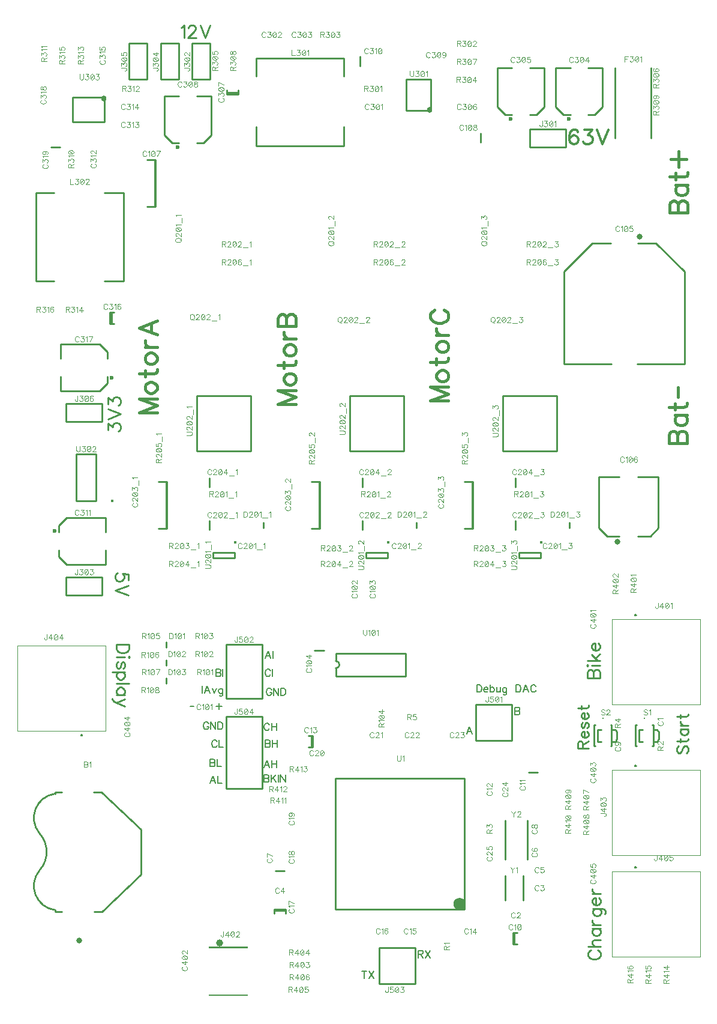
<source format=gto>
G04 DipTrace 3.3.1.3*
G04 TopSilk.gbr*
%MOIN*%
G04 #@! TF.FileFunction,Legend,Top*
G04 #@! TF.Part,Single*
%ADD10C,0.009843*%
%ADD27C,0.031517*%
%ADD35C,0.031457*%
%ADD37C,0.031482*%
%ADD41C,0.02362*%
%ADD43C,0.02362*%
%ADD45C,0.023593*%
%ADD50C,0.007874*%
%ADD51C,0.003937*%
%ADD53C,0.03935*%
%ADD62C,0.01181*%
%ADD64C,0.068779*%
%ADD68C,0.031275*%
%ADD71C,0.015431*%
%ADD74C,0.031256*%
%ADD77C,0.015401*%
%ADD182C,0.004632*%
%ADD183C,0.015439*%
%ADD185C,0.010807*%
%ADD186C,0.009264*%
%ADD187C,0.006176*%
%ADD188C,0.012351*%
%FSLAX26Y26*%
G04*
G70*
G90*
G75*
G01*
G04 TopSilk*
%LPD*%
X905273Y1060941D2*
D10*
X1121550Y1268420D1*
X680372Y1724371D2*
X644871D1*
Y1716461D1*
G03X558229Y1496058I16988J-133909D01*
G01*
X1121550Y1268420D2*
Y1518821D1*
X862100Y1060941D2*
X905273D1*
X680372Y1062967D2*
X644871D1*
X1121550Y1518821D2*
X903310Y1726396D1*
D27*
X777004Y901499D3*
X860138Y1726396D2*
D10*
X903310D1*
X558229Y1291280D2*
G03X558229Y1496058I-113469J102389D01*
G01*
X644871Y1062967D2*
Y1070780D1*
G02X558229Y1291280I17177J134022D01*
G01*
X1862235Y1067913D2*
X1925165D1*
X1862235Y1075361D2*
X1925165D1*
X1862235D2*
Y1051802D1*
X1925165Y1075361D2*
Y1051802D1*
X1919271Y1289840D2*
X1868129D1*
X3194487Y880985D2*
Y943914D1*
X3187039Y880985D2*
Y943914D1*
Y880985D2*
X3210598D1*
X3187039Y943914D2*
X3210598D1*
X3274378Y1835060D2*
X3325520D1*
X2067913Y2037665D2*
Y1974735D1*
X2075361Y2037665D2*
Y1974735D1*
Y2037665D2*
X2051802D1*
X2075361Y1974735D2*
X2051802D1*
X2086878Y2510060D2*
X2138020D1*
X4140846Y4103126D2*
X3878350D1*
X4140846D2*
Y4614917D1*
X3734586Y4103126D2*
X3471554D1*
Y4614917D1*
X3983361Y4772497D2*
X3883369D1*
X3733381D2*
X3629039D1*
X3983361D2*
X4140846Y4614917D1*
X3629039Y4772497D2*
X3471554Y4614917D1*
D35*
X3892806Y4807834D3*
X3666200Y3190394D2*
D10*
Y3475591D1*
X3711080Y3145470D2*
X3666200Y3190394D1*
X3996200D2*
Y3475591D1*
X3951320Y3145470D2*
X3996200Y3190394D1*
X3780017Y3145470D2*
X3711080D1*
X3951320D2*
X3882383D1*
X3780017Y3475591D2*
X3666200D1*
X3996200D2*
X3882383D1*
D37*
X3768203Y3113670D3*
X1203017Y4976277D2*
D10*
X1155840D1*
X1203017Y5236123D2*
X1155840D1*
X1203154Y5236043D2*
Y4976357D1*
X1199523Y5236043D2*
Y4976357D1*
X3009961Y5381771D2*
Y5330629D1*
X3426279Y5745746D2*
X3506986Y5745777D1*
X3426279Y5745746D2*
Y5529243D1*
X3469594Y5485948D2*
X3426279Y5529243D1*
X3469594Y5485948D2*
X3506986D1*
X3605414Y5745777D2*
X3686121Y5745746D1*
Y5529243D1*
X3642806Y5485948D2*
X3686121Y5529243D1*
X3605414Y5485948D2*
X3642806D1*
D41*
X3499126Y5462295D3*
X3101279Y5745746D2*
D10*
X3181986Y5745777D1*
X3101279Y5745746D2*
Y5529243D1*
X3144594Y5485948D2*
X3101279Y5529243D1*
X3144594Y5485948D2*
X3181986D1*
X3280414Y5745777D2*
X3361121Y5745746D1*
Y5529243D1*
X3317806Y5485948D2*
X3361121Y5529243D1*
X3280414Y5485948D2*
X3317806D1*
D41*
X3174126Y5462295D3*
X1662665Y5606987D2*
D10*
X1599735D1*
X1662665Y5599539D2*
X1599735D1*
X1662665D2*
Y5623098D1*
X1599735Y5599539D2*
Y5623098D1*
X1251279Y5588472D2*
X1331986D1*
X1251279D2*
Y5371956D1*
X1294594Y5328653D2*
X1251279Y5371956D1*
X1294594Y5328653D2*
X1331986Y5328686D1*
X1430414Y5588472D2*
X1511121D1*
Y5371956D1*
X1467806Y5328653D2*
X1511121Y5371956D1*
X1430414Y5328686D2*
X1467806Y5328653D1*
D43*
X1324126Y5305010D3*
X2339840Y5755629D2*
D10*
Y5806771D1*
X925972Y3248621D2*
Y3167914D1*
Y3248621D2*
X709456D1*
X666153Y3205306D2*
X709456Y3248621D1*
X666153Y3205306D2*
X666186Y3167914D1*
X925972Y3069486D2*
Y2988779D1*
X709456D1*
X666153Y3032094D2*
X709456Y2988779D1*
X666186Y3069486D2*
X666153Y3032094D1*
D45*
X642510Y3175774D3*
X956987Y4324735D2*
D10*
Y4387665D1*
X949539Y4324735D2*
Y4387665D1*
Y4324735D2*
X973098D1*
X949539Y4387665D2*
X973098D1*
X673928Y3951279D2*
Y4031986D1*
Y3951279D2*
X890444D1*
X933747Y3994594D2*
X890444Y3951279D1*
X933747Y3994594D2*
X933714Y4031986D1*
X673928Y4130414D2*
Y4211121D1*
X890444D1*
X933747Y4167806D2*
X890444Y4211121D1*
X933714Y4130414D2*
X933747Y4167806D1*
D45*
X957390Y4024126D3*
X622165Y5305827D2*
D10*
X673306D1*
X1502340Y3180629D2*
Y3231771D1*
X2352537Y3180629D2*
Y3231771D1*
X3202340Y3180629D2*
Y3231771D1*
X1265517Y3188777D2*
X1218340D1*
X1265517Y3448623D2*
X1218340D1*
X1265654Y3448543D2*
Y3188857D1*
X1262023Y3448543D2*
Y3188857D1*
X2115517Y3188777D2*
X2068340D1*
X2115517Y3448623D2*
X2068340D1*
X2115654Y3448543D2*
Y3188857D1*
X2112023Y3448543D2*
Y3188857D1*
X2965517Y3188777D2*
X2918340D1*
X2965517Y3448623D2*
X2918340D1*
X2965654Y3448543D2*
Y3188857D1*
X2962023Y3448543D2*
Y3188857D1*
X1502340Y3418129D2*
Y3469271D1*
X2352340Y3418129D2*
Y3469271D1*
X3202340Y3418129D2*
Y3469271D1*
X1260235Y2527952D2*
Y2559448D1*
Y2427952D2*
Y2459448D1*
Y2327952D2*
Y2359448D1*
X1802165Y3221948D2*
Y3190452D1*
X2652165Y3221948D2*
Y3190452D1*
X3502165Y3221948D2*
Y3190452D1*
X3756200Y5356687D2*
Y5744215D1*
X3956200Y5356687D2*
Y5744215D1*
X3481200Y5406200D2*
X3281200D1*
Y5306200D1*
X3481200D1*
Y5406200D1*
X1506200Y5681200D2*
X1406200D1*
Y5881200D1*
X1506200D1*
Y5681200D1*
X706200Y2818700D2*
X906200D1*
Y2918700D1*
X706200D1*
Y2818700D1*
X1331200Y5681200D2*
X1231200D1*
Y5881200D1*
X1331200D1*
Y5681200D1*
X1056200Y5881200D2*
X1156200D1*
Y5681200D1*
X1056200D1*
Y5881200D1*
X706200Y3781200D2*
X906200D1*
Y3881200D1*
X706200D1*
Y3781200D1*
X3738765Y2212501D2*
D51*
Y2684935D1*
X4226954D1*
Y2212501D1*
X3738765D1*
X3865938Y2708560D2*
D50*
X3865999Y2707859D1*
X3866182Y2707211D1*
X3866487Y2706618D1*
X3866854Y2706025D1*
X3867342Y2705539D1*
X3867891Y2705162D1*
X3868562Y2704838D1*
X3869172Y2704676D1*
X3869905Y2704622D1*
X3870576Y2704676D1*
X3871247Y2704838D1*
X3871857Y2705162D1*
X3872407Y2705539D1*
X3872895Y2706025D1*
X3873261Y2706618D1*
X3873566Y2707211D1*
X3873749Y2707859D1*
X3873810Y2708560D1*
X3873749Y2709261D1*
X3873566Y2709908D1*
X3873261Y2710556D1*
X3872895Y2711095D1*
X3872407Y2711580D1*
X3871857Y2711958D1*
X3871247Y2712281D1*
X3870576Y2712443D1*
X3869905Y2712497D1*
X3869172Y2712443D1*
X3868562Y2712281D1*
X3867891Y2711958D1*
X3867342Y2711580D1*
X3866854Y2711095D1*
X3866487Y2710556D1*
X3866182Y2709908D1*
X3865999Y2709261D1*
X3865938Y2708560D1*
G36*
X1715984Y868995D2*
X1499462D1*
Y859169D1*
X1715984D1*
Y868995D1*
G37*
D53*
X1558515Y888680D3*
G36*
X1715984Y603231D2*
X1499462D1*
Y593405D1*
X1715984D1*
Y603231D1*
G37*
X3738765Y1375001D2*
D51*
Y1847435D1*
X4226954D1*
Y1375001D1*
X3738765D1*
X3865938Y1871060D2*
D50*
X3865999Y1870359D1*
X3866182Y1869711D1*
X3866487Y1869118D1*
X3866854Y1868525D1*
X3867342Y1868039D1*
X3867891Y1867662D1*
X3868562Y1867338D1*
X3869172Y1867176D1*
X3869905Y1867122D1*
X3870576Y1867176D1*
X3871247Y1867338D1*
X3871857Y1867662D1*
X3872407Y1868039D1*
X3872895Y1868525D1*
X3873261Y1869118D1*
X3873566Y1869711D1*
X3873749Y1870359D1*
X3873810Y1871060D1*
X3873749Y1871761D1*
X3873566Y1872408D1*
X3873261Y1873056D1*
X3872895Y1873595D1*
X3872407Y1874080D1*
X3871857Y1874458D1*
X3871247Y1874781D1*
X3870576Y1874943D1*
X3869905Y1874997D1*
X3869172Y1874943D1*
X3868562Y1874781D1*
X3867891Y1874458D1*
X3867342Y1874080D1*
X3866854Y1873595D1*
X3866487Y1873056D1*
X3866182Y1872408D1*
X3865999Y1871761D1*
X3865938Y1871060D1*
X923635Y2537399D2*
D51*
Y2064965D1*
X435446D1*
Y2537399D1*
X923635D1*
X796462Y2041340D2*
D50*
X796401Y2042041D1*
X796218Y2042689D1*
X795913Y2043282D1*
X795546Y2043875D1*
X795058Y2044361D1*
X794509Y2044738D1*
X793838Y2045062D1*
X793228Y2045224D1*
X792495Y2045278D1*
X791824Y2045224D1*
X791153Y2045062D1*
X790543Y2044738D1*
X789993Y2044361D1*
X789505Y2043875D1*
X789139Y2043282D1*
X788834Y2042689D1*
X788651Y2042041D1*
X788590Y2041340D1*
X788651Y2040639D1*
X788834Y2039992D1*
X789139Y2039344D1*
X789505Y2038805D1*
X789993Y2038320D1*
X790543Y2037942D1*
X791153Y2037619D1*
X791824Y2037457D1*
X792495Y2037403D1*
X793228Y2037457D1*
X793838Y2037619D1*
X794509Y2037942D1*
X795058Y2038320D1*
X795546Y2038805D1*
X795913Y2039344D1*
X796218Y2039992D1*
X796401Y2040639D1*
X796462Y2041340D1*
X3738765Y812501D2*
D51*
Y1284935D1*
X4226954D1*
Y812501D1*
X3738765D1*
X3865938Y1308560D2*
D50*
X3865999Y1307859D1*
X3866182Y1307211D1*
X3866487Y1306618D1*
X3866854Y1306025D1*
X3867342Y1305539D1*
X3867891Y1305162D1*
X3868562Y1304838D1*
X3869172Y1304676D1*
X3869905Y1304622D1*
X3870576Y1304676D1*
X3871247Y1304838D1*
X3871857Y1305162D1*
X3872407Y1305539D1*
X3872895Y1306025D1*
X3873261Y1306618D1*
X3873566Y1307211D1*
X3873749Y1307859D1*
X3873810Y1308560D1*
X3873749Y1309261D1*
X3873566Y1309908D1*
X3873261Y1310556D1*
X3872895Y1311095D1*
X3872407Y1311580D1*
X3871857Y1311958D1*
X3871247Y1312281D1*
X3870576Y1312443D1*
X3869905Y1312497D1*
X3869172Y1312443D1*
X3868562Y1312281D1*
X3867891Y1311958D1*
X3867342Y1311580D1*
X3866854Y1311095D1*
X3866487Y1310556D1*
X3866182Y1309908D1*
X3865999Y1309261D1*
X3865938Y1308560D1*
X3181200Y2212449D2*
D10*
X2981200D1*
Y2012449D1*
X3181200D1*
Y2212449D1*
X1593700Y2243700D2*
X1793700D1*
Y2543700D1*
X1593700D1*
Y2243700D1*
X2443700Y662449D2*
X2643700D1*
Y862449D1*
X2443700D1*
Y662449D1*
X1793700Y2143700D2*
X1593700D1*
Y1743700D1*
X1793700D1*
Y2143700D1*
X2250145Y5312450D2*
Y5418676D1*
Y5312450D2*
X1762649D1*
X2250145Y5799950D2*
X1762649D1*
X2250145D2*
Y5699964D1*
X1762649Y5799950D2*
Y5699964D1*
Y5312450D2*
Y5418676D1*
X1024950Y5050145D2*
X918724D1*
X1024950D2*
Y4562649D1*
X537450Y5050145D2*
Y4562649D1*
Y5050145D2*
X637436D1*
X537450Y4562649D2*
X637436D1*
X1024950D2*
X918724D1*
X3889167Y2072739D2*
Y2005813D1*
X3869487Y2098356D2*
Y1980233D1*
X3967909Y2098356D2*
Y1980233D1*
X3889167Y2005813D2*
X3908858D1*
X3889167Y2072739D2*
X3908858D1*
X3869487Y1980233D2*
X3875399D1*
X3869487Y2098356D2*
X3875399D1*
X3967909Y1980233D2*
X3962010D1*
X3967909Y2098356D2*
X3962010D1*
X3967909Y2072739D2*
X3989571D1*
X3997440Y2056992D1*
Y2021579D1*
X3967909Y2005813D2*
X3989571D1*
X3997440Y2021579D1*
D62*
X3918704Y2133796D3*
X3657916Y2072739D2*
D10*
Y2005813D1*
X3638237Y2098356D2*
Y1980233D1*
X3736658Y2098356D2*
Y1980233D1*
X3657916Y2005813D2*
X3677608D1*
X3657916Y2072739D2*
X3677608D1*
X3638237Y1980233D2*
X3644148D1*
X3638237Y2098356D2*
X3644148D1*
X3736658Y1980233D2*
X3730759D1*
X3736658Y2098356D2*
X3730759D1*
X3736658Y2072739D2*
X3758320D1*
X3766190Y2056992D1*
Y2021579D1*
X3736658Y2005813D2*
X3758320D1*
X3766190Y2021579D1*
D62*
X3687454Y2133796D3*
X2919154Y1075698D2*
D10*
X2200403D1*
Y1800678D1*
X2919154D1*
Y1075698D1*
D64*
X2890993Y1103815D3*
X2204645Y2369891D2*
D10*
X2590432D1*
X2204645Y2495863D2*
X2590432D1*
Y2369891D2*
Y2495863D1*
X2204645Y2369891D2*
Y2413188D1*
Y2452566D2*
Y2495863D1*
Y2413188D2*
G03X2204645Y2452566I-52J19689D01*
G01*
X2595520Y5507977D2*
X2733021D1*
Y5682971D1*
X2595520D1*
Y5507977D1*
D68*
X2723645Y5511099D3*
D71*
X961394Y3342871D3*
X872145Y3341831D2*
D10*
Y3601661D1*
X761909Y3341831D2*
Y3601661D1*
X872145D2*
X761909D1*
X872145Y3341831D2*
X761909D1*
X916923Y5445520D2*
X741929D1*
Y5583021D1*
X916923D1*
Y5445520D1*
D74*
X913801Y5573645D3*
D77*
X1645614Y3110325D3*
X1640351Y3056260D2*
D10*
X1522243D1*
X1640351Y3024769D2*
X1522243D1*
Y3056260D2*
Y3024769D1*
X1640351Y3056260D2*
Y3024769D1*
D77*
X2495614Y3110325D3*
X2490351Y3056260D2*
D10*
X2372243D1*
X2490351Y3024769D2*
X2372243D1*
Y3056260D2*
Y3024769D1*
X2490351Y3056260D2*
Y3024769D1*
D77*
X3345614Y3110325D3*
X3340351Y3056260D2*
D10*
X3222243D1*
X3340351Y3024769D2*
X3222243D1*
Y3056260D2*
Y3024769D1*
X3340351Y3056260D2*
Y3024769D1*
X1431692Y3923375D2*
X1731692D1*
Y3617125D1*
X1431692D1*
Y3923375D1*
X2281692D2*
X2581692D1*
Y3617125D1*
X2281692D1*
Y3923375D1*
X3131692D2*
X3431692D1*
Y3617125D1*
X3131692D1*
Y3923375D1*
X3243700Y1263242D2*
Y1125733D1*
X3143700Y1263242D2*
Y1125733D1*
X3268700Y1569230D2*
Y1350490D1*
X3143700Y1569230D2*
Y1350490D1*
X805935Y1894277D2*
D182*
Y1864133D1*
X818868D1*
X823179Y1865592D1*
X824605Y1867018D1*
X826031Y1869870D1*
Y1874181D1*
X824605Y1877066D1*
X823179Y1878492D1*
X818868Y1879918D1*
X823179Y1881377D1*
X824605Y1882803D1*
X826031Y1885655D1*
Y1888540D1*
X824605Y1891392D1*
X823179Y1892851D1*
X818868Y1894277D1*
X805935D1*
Y1879918D2*
X818868D1*
X835295Y1888507D2*
X838180Y1889966D1*
X842491Y1894244D1*
Y1864133D1*
X3999744Y2117196D2*
X3996892Y2115770D1*
X3994007Y2112885D1*
X3992581Y2110033D1*
Y2104296D1*
X3994007Y2101411D1*
X3996892Y2098559D1*
X3999744Y2097100D1*
X4004055Y2095674D1*
X4011251D1*
X4015529Y2097100D1*
X4018414Y2098559D1*
X4021266Y2101411D1*
X4022725Y2104296D1*
Y2110033D1*
X4021266Y2112885D1*
X4018414Y2115770D1*
X4015529Y2117196D1*
X3998351Y2126459D2*
X3996892Y2129344D1*
X3992614Y2133655D1*
X4022725D1*
X3200066Y1050157D2*
X3198640Y1053009D1*
X3195755Y1055894D1*
X3192903Y1057320D1*
X3187166D1*
X3184281Y1055894D1*
X3181429Y1053009D1*
X3179970Y1050157D1*
X3178544Y1045846D1*
Y1038650D1*
X3179970Y1034372D1*
X3181429Y1031487D1*
X3184281Y1028635D1*
X3187166Y1027176D1*
X3192903D1*
X3195755Y1028635D1*
X3198640Y1031487D1*
X3200066Y1034372D1*
X3210789Y1050124D2*
Y1051550D1*
X3212215Y1054435D1*
X3213641Y1055861D1*
X3216526Y1057287D1*
X3222263D1*
X3225115Y1055861D1*
X3226540Y1054435D1*
X3228000Y1051550D1*
Y1048698D1*
X3226540Y1045813D1*
X3223689Y1041535D1*
X3209330Y1027176D1*
X3229426D1*
X3331317Y1201731D2*
X3329891Y1204583D1*
X3327006Y1207468D1*
X3324154Y1208894D1*
X3318417D1*
X3315532Y1207468D1*
X3312680Y1204583D1*
X3311221Y1201731D1*
X3309795Y1197420D1*
Y1190224D1*
X3311221Y1185946D1*
X3312680Y1183061D1*
X3315532Y1180209D1*
X3318417Y1178750D1*
X3324154D1*
X3327006Y1180209D1*
X3329891Y1183061D1*
X3331317Y1185946D1*
X3343465Y1208861D2*
X3359217D1*
X3350628Y1197387D1*
X3354939D1*
X3357791Y1195961D1*
X3359217Y1194535D1*
X3360676Y1190224D1*
Y1187372D1*
X3359217Y1183061D1*
X3356365Y1180176D1*
X3352054Y1178750D1*
X3347743D1*
X3343465Y1180176D1*
X3342039Y1181635D1*
X3340580Y1184487D1*
X1889068Y1186967D2*
X1887642Y1189819D1*
X1884757Y1192704D1*
X1881905Y1194130D1*
X1876168D1*
X1873283Y1192704D1*
X1870431Y1189819D1*
X1868972Y1186967D1*
X1867546Y1182656D1*
Y1175460D1*
X1868972Y1171182D1*
X1870431Y1168297D1*
X1873283Y1165445D1*
X1876168Y1163986D1*
X1881905D1*
X1884757Y1165445D1*
X1887642Y1168297D1*
X1889068Y1171182D1*
X1912691Y1163986D2*
Y1194097D1*
X1898332Y1174034D1*
X1919854D1*
X3331317Y1301731D2*
X3329891Y1304583D1*
X3327006Y1307468D1*
X3324154Y1308894D1*
X3318417D1*
X3315532Y1307468D1*
X3312680Y1304583D1*
X3311221Y1301731D1*
X3309795Y1297420D1*
Y1290224D1*
X3311221Y1285946D1*
X3312680Y1283061D1*
X3315532Y1280209D1*
X3318417Y1278750D1*
X3324154D1*
X3327006Y1280209D1*
X3329891Y1283061D1*
X3331317Y1285946D1*
X3357791Y1308861D2*
X3343465D1*
X3342039Y1295961D1*
X3343465Y1297387D1*
X3347776Y1298846D1*
X3352054D1*
X3356365Y1297387D1*
X3359250Y1294535D1*
X3360676Y1290224D1*
Y1287372D1*
X3359250Y1283061D1*
X3356365Y1280176D1*
X3352054Y1278750D1*
X3347776D1*
X3343465Y1280176D1*
X3342039Y1281635D1*
X3340580Y1284487D1*
X3299744Y1388296D2*
X3296892Y1386870D1*
X3294007Y1383985D1*
X3292581Y1381133D1*
Y1375396D1*
X3294007Y1372511D1*
X3296892Y1369659D1*
X3299744Y1368200D1*
X3304055Y1366774D1*
X3311251D1*
X3315529Y1368200D1*
X3318414Y1369659D1*
X3321266Y1372511D1*
X3322725Y1375396D1*
Y1381133D1*
X3321266Y1383985D1*
X3318414Y1386870D1*
X3315529Y1388296D1*
X3296892Y1414770D2*
X3294040Y1413344D1*
X3292614Y1409033D1*
Y1406181D1*
X3294040Y1401870D1*
X3298351Y1398985D1*
X3305514Y1397559D1*
X3312677D1*
X3318414Y1398985D1*
X3321299Y1401870D1*
X3322725Y1406181D1*
Y1407607D1*
X3321299Y1411885D1*
X3318414Y1414770D1*
X3314103Y1416196D1*
X3312677D1*
X3308366Y1414770D1*
X3305514Y1411885D1*
X3304088Y1407607D1*
Y1406181D1*
X3305514Y1401870D1*
X3308366Y1398985D1*
X3312677Y1397559D1*
X1827402Y1356798D2*
X1824550Y1355372D1*
X1821665Y1352487D1*
X1820239Y1349635D1*
Y1343898D1*
X1821665Y1341013D1*
X1824550Y1338162D1*
X1827402Y1336702D1*
X1831713Y1335276D1*
X1838909D1*
X1843187Y1336702D1*
X1846072Y1338162D1*
X1848924Y1341013D1*
X1850383Y1343898D1*
Y1349635D1*
X1848924Y1352487D1*
X1846072Y1355372D1*
X1843187Y1356798D1*
X1850383Y1371799D2*
X1820272Y1386158D1*
Y1366062D1*
X3299744Y1517013D2*
X3296892Y1515587D1*
X3294007Y1512702D1*
X3292581Y1509850D1*
Y1504113D1*
X3294007Y1501228D1*
X3296892Y1498376D1*
X3299744Y1496917D1*
X3304055Y1495491D1*
X3311251D1*
X3315529Y1496917D1*
X3318414Y1498376D1*
X3321266Y1501228D1*
X3322725Y1504113D1*
Y1509850D1*
X3321266Y1512702D1*
X3318414Y1515587D1*
X3315529Y1517013D1*
X3292614Y1533440D2*
X3294040Y1529162D1*
X3296892Y1527703D1*
X3299777D1*
X3302629Y1529162D1*
X3304088Y1532014D1*
X3305514Y1537751D1*
X3306940Y1542062D1*
X3309825Y1544913D1*
X3312677Y1546339D1*
X3316988D1*
X3319840Y1544913D1*
X3321299Y1543487D1*
X3322725Y1539176D1*
Y1533439D1*
X3321299Y1529162D1*
X3319840Y1527703D1*
X3316988Y1526277D1*
X3312677D1*
X3309825Y1527703D1*
X3306940Y1530588D1*
X3305514Y1534865D1*
X3304088Y1540602D1*
X3302629Y1543488D1*
X3299777Y1544913D1*
X3296892D1*
X3294040Y1543488D1*
X3292614Y1539177D1*
Y1533440D1*
X3762244Y1975779D2*
X3759392Y1974353D1*
X3756507Y1971468D1*
X3755081Y1968616D1*
Y1962879D1*
X3756507Y1959994D1*
X3759392Y1957142D1*
X3762244Y1955683D1*
X3766555Y1954257D1*
X3773751D1*
X3778029Y1955683D1*
X3780914Y1957142D1*
X3783766Y1959994D1*
X3785225Y1962879D1*
Y1968616D1*
X3783766Y1971468D1*
X3780914Y1974353D1*
X3778029Y1975779D1*
X3765129Y2003713D2*
X3769440Y2002253D1*
X3772325Y1999402D1*
X3773751Y1995091D1*
Y1993665D1*
X3772325Y1989354D1*
X3769440Y1986502D1*
X3765129Y1985043D1*
X3763703D1*
X3759392Y1986502D1*
X3756540Y1989354D1*
X3755114Y1993665D1*
Y1995091D1*
X3756540Y1999402D1*
X3759392Y2002253D1*
X3765129Y2003713D1*
X3772325D1*
X3779488Y2002253D1*
X3783799Y1999402D1*
X3785225Y1995091D1*
Y1992239D1*
X3783799Y1987928D1*
X3780914Y1986502D1*
X3186669Y984653D2*
X3185244Y987505D1*
X3182358Y990390D1*
X3179507Y991816D1*
X3173770D1*
X3170885Y990390D1*
X3168033Y987505D1*
X3166573Y984653D1*
X3165148Y980342D1*
Y973146D1*
X3166573Y968868D1*
X3168033Y965983D1*
X3170885Y963131D1*
X3173770Y961672D1*
X3179507D1*
X3182358Y963131D1*
X3185244Y965983D1*
X3186669Y968868D1*
X3195933Y986046D2*
X3198818Y987505D1*
X3203129Y991783D1*
Y961672D1*
X3221015Y991783D2*
X3216704Y990357D1*
X3213819Y986046D1*
X3212393Y978883D1*
Y974572D1*
X3213819Y967409D1*
X3216704Y963098D1*
X3221015Y961672D1*
X3223867D1*
X3228178Y963098D1*
X3231030Y967409D1*
X3232489Y974572D1*
Y978883D1*
X3231030Y986046D1*
X3228178Y990357D1*
X3223867Y991783D1*
X3221015D1*
X3231030Y986046D2*
X3213819Y967409D1*
X3233651Y1758484D2*
X3230799Y1757058D1*
X3227914Y1754173D1*
X3226488Y1751321D1*
Y1745584D1*
X3227914Y1742699D1*
X3230799Y1739848D1*
X3233651Y1738388D1*
X3237962Y1736962D1*
X3245158D1*
X3249436Y1738388D1*
X3252321Y1739848D1*
X3255173Y1742699D1*
X3256632Y1745584D1*
Y1751321D1*
X3255173Y1754173D1*
X3252321Y1757058D1*
X3249436Y1758484D1*
X3232258Y1767748D2*
X3230799Y1770633D1*
X3226521Y1774944D1*
X3256632D1*
X3232258Y1784208D2*
X3230799Y1787093D1*
X3226521Y1791404D1*
X3256632D1*
X3049744Y1729336D2*
X3046892Y1727910D1*
X3044007Y1725025D1*
X3042581Y1722173D1*
Y1716436D1*
X3044007Y1713551D1*
X3046892Y1710699D1*
X3049744Y1709240D1*
X3054055Y1707814D1*
X3061251D1*
X3065529Y1709240D1*
X3068414Y1710699D1*
X3071266Y1713551D1*
X3072725Y1716436D1*
Y1722173D1*
X3071266Y1725025D1*
X3068414Y1727910D1*
X3065529Y1729336D1*
X3048351Y1738600D2*
X3046892Y1741485D1*
X3042614Y1745796D1*
X3072725D1*
X3049777Y1756519D2*
X3048351D1*
X3045466Y1757944D1*
X3044040Y1759370D1*
X3042614Y1762255D1*
Y1767992D1*
X3044040Y1770844D1*
X3045466Y1772270D1*
X3048351Y1773729D1*
X3051203D1*
X3054088Y1772270D1*
X3058366Y1769418D1*
X3072725Y1755059D1*
Y1775155D1*
X2051433Y2078404D2*
X2050007Y2081256D1*
X2047122Y2084141D1*
X2044270Y2085567D1*
X2038533D1*
X2035648Y2084141D1*
X2032796Y2081256D1*
X2031337Y2078404D1*
X2029911Y2074093D1*
Y2066897D1*
X2031337Y2062619D1*
X2032796Y2059734D1*
X2035648Y2056882D1*
X2038533Y2055423D1*
X2044270D1*
X2047122Y2056882D1*
X2050007Y2059734D1*
X2051433Y2062619D1*
X2060697Y2079797D2*
X2063582Y2081256D1*
X2067893Y2085534D1*
Y2055423D1*
X2080042Y2085534D2*
X2095793D1*
X2087204Y2074060D1*
X2091515D1*
X2094367Y2072634D1*
X2095793Y2071208D1*
X2097252Y2066897D1*
Y2064045D1*
X2095793Y2059734D1*
X2092941Y2056849D1*
X2088630Y2055423D1*
X2084319D1*
X2080042Y2056849D1*
X2078616Y2058308D1*
X2077156Y2061160D1*
X2939303Y962656D2*
X2937877Y965508D1*
X2934992Y968393D1*
X2932140Y969819D1*
X2926403D1*
X2923518Y968393D1*
X2920666Y965508D1*
X2919207Y962656D1*
X2917781Y958345D1*
Y951149D1*
X2919207Y946871D1*
X2920666Y943986D1*
X2923518Y941134D1*
X2926403Y939675D1*
X2932140D1*
X2934992Y941134D1*
X2937877Y943986D1*
X2939303Y946871D1*
X2948567Y964049D2*
X2951452Y965508D1*
X2955763Y969786D1*
Y939675D1*
X2979385D2*
Y969786D1*
X2965026Y949723D1*
X2986548D1*
X2604336Y962656D2*
X2602910Y965508D1*
X2600025Y968393D1*
X2597173Y969819D1*
X2591436D1*
X2588551Y968393D1*
X2585699Y965508D1*
X2584240Y962656D1*
X2582814Y958345D1*
Y951149D1*
X2584240Y946871D1*
X2585699Y943986D1*
X2588551Y941134D1*
X2591436Y939675D1*
X2597173D1*
X2600025Y941134D1*
X2602910Y943986D1*
X2604336Y946871D1*
X2613600Y964049D2*
X2616485Y965508D1*
X2620796Y969786D1*
Y939675D1*
X2647270Y969786D2*
X2632944D1*
X2631518Y956886D1*
X2632944Y958312D1*
X2637255Y959771D1*
X2641533D1*
X2645844Y958312D1*
X2648729Y955460D1*
X2650155Y951149D1*
Y948297D1*
X2648729Y943986D1*
X2645844Y941101D1*
X2641533Y939675D1*
X2637255D1*
X2632944Y941101D1*
X2631518Y942560D1*
X2630059Y945412D1*
X2448816Y962656D2*
X2447390Y965508D1*
X2444505Y968393D1*
X2441653Y969819D1*
X2435916D1*
X2433031Y968393D1*
X2430179Y965508D1*
X2428720Y962656D1*
X2427294Y958345D1*
Y951149D1*
X2428720Y946871D1*
X2430179Y943986D1*
X2433031Y941134D1*
X2435916Y939675D1*
X2441653D1*
X2444505Y941134D1*
X2447390Y943986D1*
X2448816Y946871D1*
X2458080Y964049D2*
X2460965Y965508D1*
X2465276Y969786D1*
Y939675D1*
X2491750Y965508D2*
X2490325Y968360D1*
X2486014Y969786D1*
X2483162D1*
X2478851Y968360D1*
X2475966Y964049D1*
X2474540Y956886D1*
Y949723D1*
X2475966Y943986D1*
X2478851Y941101D1*
X2483162Y939675D1*
X2484588D1*
X2488865Y941101D1*
X2491750Y943986D1*
X2493176Y948297D1*
Y949723D1*
X2491750Y954034D1*
X2488865Y956886D1*
X2484588Y958312D1*
X2483162D1*
X2478851Y956886D1*
X2475966Y954034D1*
X2474540Y949723D1*
X1949744Y1077516D2*
X1946892Y1076090D1*
X1944007Y1073205D1*
X1942581Y1070353D1*
Y1064616D1*
X1944007Y1061731D1*
X1946892Y1058879D1*
X1949744Y1057420D1*
X1954055Y1055994D1*
X1961251D1*
X1965529Y1057420D1*
X1968414Y1058879D1*
X1971266Y1061731D1*
X1972725Y1064616D1*
Y1070353D1*
X1971266Y1073205D1*
X1968414Y1076090D1*
X1965529Y1077516D1*
X1948351Y1086780D2*
X1946892Y1089665D1*
X1942614Y1093976D1*
X1972725D1*
Y1108976D2*
X1942614Y1123335D1*
Y1103239D1*
X1949744Y1352533D2*
X1946892Y1351107D1*
X1944007Y1348222D1*
X1942581Y1345370D1*
Y1339633D1*
X1944007Y1336748D1*
X1946892Y1333896D1*
X1949744Y1332437D1*
X1954055Y1331011D1*
X1961251D1*
X1965529Y1332437D1*
X1968414Y1333896D1*
X1971266Y1336748D1*
X1972725Y1339633D1*
Y1345370D1*
X1971266Y1348222D1*
X1968414Y1351107D1*
X1965529Y1352533D1*
X1948351Y1361796D2*
X1946892Y1364681D1*
X1942614Y1368992D1*
X1972725D1*
X1942614Y1385419D2*
X1944040Y1381141D1*
X1946892Y1379682D1*
X1949777D1*
X1952629Y1381141D1*
X1954088Y1383993D1*
X1955514Y1389730D1*
X1956940Y1394041D1*
X1959825Y1396893D1*
X1962677Y1398319D1*
X1966988D1*
X1969840Y1396893D1*
X1971299Y1395467D1*
X1972725Y1391156D1*
Y1385419D1*
X1971299Y1381141D1*
X1969840Y1379682D1*
X1966988Y1378256D1*
X1962677D1*
X1959825Y1379682D1*
X1956940Y1382567D1*
X1955514Y1386845D1*
X1954088Y1392582D1*
X1952629Y1395467D1*
X1949777Y1396893D1*
X1946892D1*
X1944040Y1395467D1*
X1942614Y1391156D1*
Y1385419D1*
X1949744Y1565729D2*
X1946892Y1564303D1*
X1944007Y1561418D1*
X1942581Y1558566D1*
Y1552829D1*
X1944007Y1549944D1*
X1946892Y1547092D1*
X1949744Y1545633D1*
X1954055Y1544207D1*
X1961251D1*
X1965529Y1545633D1*
X1968414Y1547092D1*
X1971266Y1549944D1*
X1972725Y1552829D1*
Y1558566D1*
X1971266Y1561418D1*
X1968414Y1564303D1*
X1965529Y1565729D1*
X1948351Y1574993D2*
X1946892Y1577878D1*
X1942614Y1582189D1*
X1972725D1*
X1952629Y1610122D2*
X1956940Y1608663D1*
X1959825Y1605811D1*
X1961251Y1601500D1*
Y1600074D1*
X1959825Y1595763D1*
X1956940Y1592911D1*
X1952629Y1591452D1*
X1951203D1*
X1946892Y1592911D1*
X1944040Y1595763D1*
X1942614Y1600074D1*
Y1601500D1*
X1944040Y1605811D1*
X1946892Y1608663D1*
X1952629Y1610122D1*
X1959825D1*
X1966988Y1608663D1*
X1971299Y1605811D1*
X1972725Y1601500D1*
Y1598648D1*
X1971299Y1594337D1*
X1968414Y1592911D1*
X2079137Y1950156D2*
X2077711Y1953008D1*
X2074826Y1955893D1*
X2071974Y1957319D1*
X2066237D1*
X2063352Y1955893D1*
X2060500Y1953008D1*
X2059041Y1950156D1*
X2057615Y1945845D1*
Y1938649D1*
X2059041Y1934371D1*
X2060500Y1931486D1*
X2063352Y1928634D1*
X2066237Y1927175D1*
X2071974D1*
X2074826Y1928634D1*
X2077711Y1931486D1*
X2079137Y1934371D1*
X2089860Y1950123D2*
Y1951549D1*
X2091285Y1954434D1*
X2092711Y1955860D1*
X2095597Y1957286D1*
X2101333D1*
X2104185Y1955860D1*
X2105611Y1954434D1*
X2107070Y1951549D1*
Y1948697D1*
X2105611Y1945812D1*
X2102759Y1941534D1*
X2088400Y1927175D1*
X2108496D1*
X2126382Y1957286D2*
X2122071Y1955860D1*
X2119186Y1951549D1*
X2117760Y1944386D1*
Y1940075D1*
X2119186Y1932912D1*
X2122071Y1928601D1*
X2126382Y1927175D1*
X2129234D1*
X2133545Y1928601D1*
X2136397Y1932912D1*
X2137856Y1940075D1*
Y1944386D1*
X2136397Y1951549D1*
X2133545Y1955860D1*
X2129234Y1957286D1*
X2126382D1*
X2136397Y1951549D2*
X2119186Y1932912D1*
X2415016Y2050156D2*
X2413590Y2053008D1*
X2410705Y2055893D1*
X2407853Y2057319D1*
X2402116D1*
X2399231Y2055893D1*
X2396379Y2053008D1*
X2394920Y2050156D1*
X2393494Y2045845D1*
Y2038649D1*
X2394920Y2034371D1*
X2396379Y2031486D1*
X2399231Y2028634D1*
X2402116Y2027175D1*
X2407853D1*
X2410705Y2028634D1*
X2413590Y2031486D1*
X2415016Y2034371D1*
X2425739Y2050123D2*
Y2051549D1*
X2427165Y2054434D1*
X2428591Y2055860D1*
X2431476Y2057286D1*
X2437213D1*
X2440064Y2055860D1*
X2441490Y2054434D1*
X2442950Y2051549D1*
Y2048697D1*
X2441490Y2045812D1*
X2438639Y2041534D1*
X2424279Y2027175D1*
X2444375D1*
X2453639Y2051549D2*
X2456524Y2053008D1*
X2460835Y2057286D1*
Y2027175D1*
X2608566Y2050156D2*
X2607140Y2053008D1*
X2604255Y2055893D1*
X2601403Y2057319D1*
X2595666D1*
X2592781Y2055893D1*
X2589929Y2053008D1*
X2588470Y2050156D1*
X2587044Y2045845D1*
Y2038649D1*
X2588470Y2034371D1*
X2589929Y2031486D1*
X2592781Y2028634D1*
X2595666Y2027175D1*
X2601403D1*
X2604255Y2028634D1*
X2607140Y2031486D1*
X2608566Y2034371D1*
X2619289Y2050123D2*
Y2051549D1*
X2620715Y2054434D1*
X2622141Y2055860D1*
X2625026Y2057286D1*
X2630763D1*
X2633615Y2055860D1*
X2635040Y2054434D1*
X2636500Y2051549D1*
Y2048697D1*
X2635040Y2045812D1*
X2632189Y2041534D1*
X2617830Y2027175D1*
X2637926D1*
X2648648Y2050123D2*
Y2051549D1*
X2650074Y2054434D1*
X2651500Y2055860D1*
X2654385Y2057286D1*
X2660122D1*
X2662974Y2055860D1*
X2664400Y2054434D1*
X2665859Y2051549D1*
Y2048697D1*
X2664400Y2045812D1*
X2661548Y2041534D1*
X2647189Y2027175D1*
X2667285D1*
X2858566Y2050156D2*
X2857140Y2053008D1*
X2854255Y2055893D1*
X2851403Y2057319D1*
X2845666D1*
X2842781Y2055893D1*
X2839929Y2053008D1*
X2838470Y2050156D1*
X2837044Y2045845D1*
Y2038649D1*
X2838470Y2034371D1*
X2839929Y2031486D1*
X2842781Y2028634D1*
X2845666Y2027175D1*
X2851403D1*
X2854255Y2028634D1*
X2857140Y2031486D1*
X2858566Y2034371D1*
X2869289Y2050123D2*
Y2051549D1*
X2870715Y2054434D1*
X2872141Y2055860D1*
X2875026Y2057286D1*
X2880763D1*
X2883615Y2055860D1*
X2885040Y2054434D1*
X2886500Y2051549D1*
Y2048697D1*
X2885040Y2045812D1*
X2882189Y2041534D1*
X2867830Y2027175D1*
X2887926D1*
X2900074Y2057286D2*
X2915826D1*
X2907237Y2045812D1*
X2911548D1*
X2914400Y2044386D1*
X2915826Y2042960D1*
X2917285Y2038649D1*
Y2035797D1*
X2915826Y2031486D1*
X2912974Y2028601D1*
X2908663Y2027175D1*
X2904352D1*
X2900074Y2028601D1*
X2898648Y2030060D1*
X2897189Y2032912D1*
X3137244Y1722173D2*
X3134392Y1720747D1*
X3131507Y1717862D1*
X3130081Y1715010D1*
Y1709273D1*
X3131507Y1706388D1*
X3134392Y1703536D1*
X3137244Y1702077D1*
X3141555Y1700651D1*
X3148751D1*
X3153029Y1702077D1*
X3155914Y1703536D1*
X3158766Y1706388D1*
X3160225Y1709273D1*
Y1715010D1*
X3158766Y1717862D1*
X3155914Y1720747D1*
X3153029Y1722173D1*
X3137277Y1732896D2*
X3135851D1*
X3132966Y1734322D1*
X3131540Y1735748D1*
X3130114Y1738633D1*
Y1744370D1*
X3131540Y1747222D1*
X3132966Y1748648D1*
X3135851Y1750107D1*
X3138703D1*
X3141588Y1748648D1*
X3145866Y1745796D1*
X3160225Y1731437D1*
Y1751533D1*
Y1775155D2*
X3130114D1*
X3150177Y1760796D1*
Y1782318D1*
X3049744Y1366637D2*
X3046892Y1365211D1*
X3044007Y1362326D1*
X3042581Y1359474D1*
Y1353737D1*
X3044007Y1350852D1*
X3046892Y1348000D1*
X3049744Y1346541D1*
X3054055Y1345115D1*
X3061251D1*
X3065529Y1346541D1*
X3068414Y1348000D1*
X3071266Y1350852D1*
X3072725Y1353737D1*
Y1359474D1*
X3071266Y1362326D1*
X3068414Y1365211D1*
X3065529Y1366637D1*
X3049777Y1377360D2*
X3048351D1*
X3045466Y1378786D1*
X3044040Y1380212D1*
X3042614Y1383097D1*
Y1388834D1*
X3044040Y1391685D1*
X3045466Y1393111D1*
X3048351Y1394571D1*
X3051203Y1394570D1*
X3054088Y1393111D1*
X3058366Y1390259D1*
X3072725Y1375900D1*
Y1395996D1*
X3042614Y1422471D2*
Y1408145D1*
X3055514Y1406719D1*
X3054088Y1408145D1*
X3052629Y1412456D1*
Y1416734D1*
X3054088Y1421045D1*
X3056940Y1423930D1*
X3061251Y1425356D1*
X3064103D1*
X3068414Y1423930D1*
X3071299Y1421045D1*
X3072725Y1416734D1*
Y1412456D1*
X3071299Y1408145D1*
X3069840Y1406719D1*
X3066988Y1405260D1*
X1452357Y2206405D2*
X1450931Y2209257D1*
X1448046Y2212142D1*
X1445194Y2213568D1*
X1439457D1*
X1436572Y2212142D1*
X1433720Y2209257D1*
X1432261Y2206405D1*
X1430835Y2202094D1*
Y2194898D1*
X1432261Y2190620D1*
X1433720Y2187735D1*
X1436572Y2184883D1*
X1439457Y2183424D1*
X1445194D1*
X1448046Y2184883D1*
X1450931Y2187735D1*
X1452357Y2190620D1*
X1461621Y2207798D2*
X1464506Y2209257D1*
X1468817Y2213535D1*
Y2183424D1*
X1486702Y2213535D2*
X1482391Y2212109D1*
X1479506Y2207798D1*
X1478080Y2200635D1*
Y2196324D1*
X1479506Y2189161D1*
X1482391Y2184850D1*
X1486702Y2183424D1*
X1489554D1*
X1493865Y2184850D1*
X1496717Y2189161D1*
X1498176Y2196324D1*
Y2200635D1*
X1496717Y2207798D1*
X1493865Y2212109D1*
X1489554Y2213535D1*
X1486702D1*
X1496717Y2207798D2*
X1479506Y2189161D1*
X1507440Y2207798D2*
X1510325Y2209257D1*
X1514636Y2213535D1*
Y2183424D1*
X2299744Y2825336D2*
X2296892Y2823910D1*
X2294007Y2821025D1*
X2292581Y2818173D1*
Y2812436D1*
X2294007Y2809551D1*
X2296892Y2806699D1*
X2299744Y2805240D1*
X2304055Y2803814D1*
X2311251D1*
X2315529Y2805240D1*
X2318414Y2806699D1*
X2321266Y2809551D1*
X2322725Y2812436D1*
Y2818173D1*
X2321266Y2821025D1*
X2318414Y2823910D1*
X2315529Y2825336D1*
X2298351Y2834600D2*
X2296892Y2837485D1*
X2292614Y2841796D1*
X2322725D1*
X2292614Y2859681D2*
X2294040Y2855370D1*
X2298351Y2852485D1*
X2305514Y2851059D1*
X2309825D1*
X2316988Y2852485D1*
X2321299Y2855370D1*
X2322725Y2859681D1*
Y2862533D1*
X2321299Y2866844D1*
X2316988Y2869696D1*
X2309825Y2871155D1*
X2305514D1*
X2298351Y2869696D1*
X2294040Y2866844D1*
X2292614Y2862533D1*
Y2859681D1*
X2298351Y2869696D2*
X2316988Y2852485D1*
X2299777Y2881878D2*
X2298351D1*
X2295466Y2883304D1*
X2294040Y2884730D1*
X2292614Y2887615D1*
Y2893352D1*
X2294040Y2896204D1*
X2295466Y2897630D1*
X2298351Y2899089D1*
X2301203D1*
X2304088Y2897630D1*
X2308366Y2894778D1*
X2322725Y2880419D1*
Y2900515D1*
X2399744Y2825336D2*
X2396892Y2823910D1*
X2394007Y2821025D1*
X2392581Y2818173D1*
Y2812436D1*
X2394007Y2809551D1*
X2396892Y2806699D1*
X2399744Y2805240D1*
X2404055Y2803814D1*
X2411251D1*
X2415529Y2805240D1*
X2418414Y2806699D1*
X2421266Y2809551D1*
X2422725Y2812436D1*
Y2818173D1*
X2421266Y2821025D1*
X2418414Y2823910D1*
X2415529Y2825336D1*
X2398351Y2834600D2*
X2396892Y2837485D1*
X2392614Y2841796D1*
X2422725D1*
X2392614Y2859681D2*
X2394040Y2855370D1*
X2398351Y2852485D1*
X2405514Y2851059D1*
X2409825D1*
X2416988Y2852485D1*
X2421299Y2855370D1*
X2422725Y2859681D1*
Y2862533D1*
X2421299Y2866844D1*
X2416988Y2869696D1*
X2409825Y2871155D1*
X2405514D1*
X2398351Y2869696D1*
X2394040Y2866844D1*
X2392614Y2862533D1*
Y2859681D1*
X2398351Y2869696D2*
X2416988Y2852485D1*
X2392614Y2883304D2*
Y2899056D1*
X2404088Y2890467D1*
Y2894778D1*
X2405514Y2897630D1*
X2406940Y2899056D1*
X2411251Y2900515D1*
X2414103D1*
X2418414Y2899056D1*
X2421299Y2896204D1*
X2422725Y2891893D1*
Y2887582D1*
X2421299Y2883304D1*
X2419840Y2881878D1*
X2416988Y2880419D1*
X2046151Y2411642D2*
X2043299Y2410216D1*
X2040414Y2407331D1*
X2038988Y2404479D1*
Y2398742D1*
X2040414Y2395857D1*
X2043299Y2393005D1*
X2046151Y2391546D1*
X2050462Y2390120D1*
X2057658D1*
X2061936Y2391546D1*
X2064821Y2393005D1*
X2067673Y2395857D1*
X2069132Y2398742D1*
Y2404479D1*
X2067673Y2407331D1*
X2064821Y2410216D1*
X2061936Y2411642D1*
X2044758Y2420905D2*
X2043299Y2423790D1*
X2039021Y2428101D1*
X2069132D1*
X2039021Y2445987D2*
X2040447Y2441676D1*
X2044758Y2438791D1*
X2051921Y2437365D1*
X2056232D1*
X2063395Y2438791D1*
X2067706Y2441676D1*
X2069132Y2445987D1*
Y2448839D1*
X2067706Y2453150D1*
X2063395Y2456002D1*
X2056232Y2457461D1*
X2051921D1*
X2044758Y2456002D1*
X2040447Y2453150D1*
X2039021Y2448839D1*
Y2445987D1*
X2044758Y2456002D2*
X2063395Y2438791D1*
X2069132Y2481083D2*
X2039021D1*
X2059084Y2466724D1*
Y2488246D1*
X3779372Y4860340D2*
X3777946Y4863192D1*
X3775061Y4866077D1*
X3772209Y4867503D1*
X3766472D1*
X3763587Y4866077D1*
X3760735Y4863192D1*
X3759276Y4860340D1*
X3757850Y4856029D1*
Y4848833D1*
X3759276Y4844555D1*
X3760735Y4841670D1*
X3763587Y4838818D1*
X3766472Y4837359D1*
X3772209D1*
X3775061Y4838818D1*
X3777946Y4841670D1*
X3779372Y4844555D1*
X3788635Y4861732D2*
X3791520Y4863192D1*
X3795831Y4867469D1*
Y4837359D1*
X3813717Y4867469D2*
X3809406Y4866043D1*
X3806521Y4861732D1*
X3805095Y4854570D1*
Y4850259D1*
X3806521Y4843096D1*
X3809406Y4838785D1*
X3813717Y4837359D1*
X3816569D1*
X3820880Y4838785D1*
X3823732Y4843096D1*
X3825191Y4850259D1*
Y4854570D1*
X3823732Y4861732D1*
X3820880Y4866043D1*
X3816569Y4867469D1*
X3813717D1*
X3823732Y4861732D2*
X3806521Y4843096D1*
X3851665Y4867469D2*
X3837339D1*
X3835913Y4854570D1*
X3837339Y4855995D1*
X3841650Y4857455D1*
X3845928D1*
X3850239Y4855995D1*
X3853124Y4853144D1*
X3854550Y4848833D1*
Y4845981D1*
X3853124Y4841670D1*
X3850239Y4838785D1*
X3845928Y4837359D1*
X3841650D1*
X3837339Y4838785D1*
X3835913Y4840244D1*
X3834454Y4843096D1*
X3805101Y3579585D2*
X3803675Y3582437D1*
X3800790Y3585322D1*
X3797938Y3586748D1*
X3792201D1*
X3789316Y3585322D1*
X3786464Y3582437D1*
X3785005Y3579585D1*
X3783579Y3575274D1*
Y3568078D1*
X3785005Y3563800D1*
X3786464Y3560915D1*
X3789316Y3558063D1*
X3792201Y3556604D1*
X3797938D1*
X3800790Y3558063D1*
X3803675Y3560915D1*
X3805101Y3563800D1*
X3814365Y3580978D2*
X3817250Y3582437D1*
X3821561Y3586715D1*
Y3556604D1*
X3839446Y3586715D2*
X3835135Y3585289D1*
X3832250Y3580978D1*
X3830824Y3573815D1*
Y3569504D1*
X3832250Y3562341D1*
X3835135Y3558030D1*
X3839446Y3556604D1*
X3842298D1*
X3846609Y3558030D1*
X3849461Y3562341D1*
X3850920Y3569504D1*
Y3573815D1*
X3849461Y3580978D1*
X3846609Y3585289D1*
X3842298Y3586715D1*
X3839446D1*
X3849461Y3580978D2*
X3832250Y3562341D1*
X3877395Y3582437D2*
X3875969Y3585289D1*
X3871658Y3586715D1*
X3868806D1*
X3864495Y3585289D1*
X3861610Y3580978D1*
X3860184Y3573815D1*
Y3566652D1*
X3861610Y3560915D1*
X3864495Y3558030D1*
X3868806Y3556604D1*
X3870232D1*
X3874510Y3558030D1*
X3877395Y3560915D1*
X3878821Y3565226D1*
Y3566652D1*
X3877395Y3570963D1*
X3874510Y3573815D1*
X3870232Y3575241D1*
X3868806D1*
X3864495Y3573815D1*
X3861610Y3570963D1*
X3860184Y3566652D1*
X1152600Y5276829D2*
X1151174Y5279681D1*
X1148289Y5282566D1*
X1145437Y5283992D1*
X1139700D1*
X1136815Y5282566D1*
X1133963Y5279681D1*
X1132504Y5276829D1*
X1131078Y5272518D1*
Y5265322D1*
X1132504Y5261044D1*
X1133963Y5258159D1*
X1136815Y5255307D1*
X1139700Y5253848D1*
X1145437D1*
X1148289Y5255307D1*
X1151174Y5258159D1*
X1152600Y5261044D1*
X1161864Y5278222D2*
X1164749Y5279681D1*
X1169060Y5283959D1*
Y5253848D1*
X1186945Y5283959D2*
X1182634Y5282533D1*
X1179749Y5278222D1*
X1178323Y5271059D1*
Y5266748D1*
X1179749Y5259585D1*
X1182634Y5255274D1*
X1186945Y5253848D1*
X1189797D1*
X1194108Y5255274D1*
X1196960Y5259585D1*
X1198419Y5266748D1*
Y5271059D1*
X1196960Y5278222D1*
X1194108Y5282533D1*
X1189797Y5283959D1*
X1186945D1*
X1196960Y5278222D2*
X1179749Y5259585D1*
X1213420Y5253848D2*
X1227779Y5283959D1*
X1207683D1*
X2912273Y5422498D2*
X2910847Y5425350D1*
X2907962Y5428235D1*
X2905110Y5429661D1*
X2899373D1*
X2896488Y5428235D1*
X2893636Y5425350D1*
X2892177Y5422498D1*
X2890751Y5418187D1*
Y5410991D1*
X2892177Y5406713D1*
X2893636Y5403828D1*
X2896488Y5400977D1*
X2899373Y5399517D1*
X2905110D1*
X2907962Y5400977D1*
X2910847Y5403828D1*
X2912273Y5406713D1*
X2921536Y5423891D2*
X2924421Y5425350D1*
X2928732Y5429628D1*
Y5399517D1*
X2946618Y5429628D2*
X2942307Y5428202D1*
X2939422Y5423891D1*
X2937996Y5416728D1*
Y5412417D1*
X2939422Y5405254D1*
X2942307Y5400943D1*
X2946618Y5399517D1*
X2949470D1*
X2953781Y5400943D1*
X2956633Y5405254D1*
X2958092Y5412417D1*
Y5416728D1*
X2956633Y5423891D1*
X2953781Y5428202D1*
X2949470Y5429628D1*
X2946618D1*
X2956633Y5423891D2*
X2939422Y5405254D1*
X2974518Y5429628D2*
X2970241Y5428202D1*
X2968781Y5425350D1*
Y5422465D1*
X2970241Y5419613D1*
X2973092Y5418154D1*
X2978829Y5416728D1*
X2983140Y5415302D1*
X2985992Y5412417D1*
X2987418Y5409565D1*
Y5405254D1*
X2985992Y5402402D1*
X2984566Y5400943D1*
X2980255Y5399517D1*
X2974518D1*
X2970241Y5400943D1*
X2968781Y5402402D1*
X2967355Y5405254D1*
Y5409565D1*
X2968781Y5412417D1*
X2971666Y5415302D1*
X2975944Y5416728D1*
X2981681Y5418154D1*
X2984566Y5419613D1*
X2985992Y5422465D1*
Y5425350D1*
X2984566Y5428202D1*
X2980255Y5429628D1*
X2974518D1*
X2387836Y5537656D2*
X2386410Y5540508D1*
X2383525Y5543393D1*
X2380673Y5544819D1*
X2374936D1*
X2372051Y5543393D1*
X2369199Y5540508D1*
X2367740Y5537656D1*
X2366314Y5533345D1*
Y5526149D1*
X2367740Y5521871D1*
X2369199Y5518986D1*
X2372051Y5516134D1*
X2374936Y5514675D1*
X2380673D1*
X2383525Y5516134D1*
X2386410Y5518986D1*
X2387836Y5521871D1*
X2399985Y5544786D2*
X2415737D1*
X2407148Y5533312D1*
X2411459D1*
X2414311Y5531886D1*
X2415737Y5530460D1*
X2417196Y5526149D1*
Y5523297D1*
X2415737Y5518986D1*
X2412885Y5516101D1*
X2408574Y5514675D1*
X2404263D1*
X2399985Y5516101D1*
X2398559Y5517560D1*
X2397100Y5520412D1*
X2435081Y5544786D2*
X2430770Y5543360D1*
X2427885Y5539049D1*
X2426459Y5531886D1*
Y5527575D1*
X2427885Y5520412D1*
X2430770Y5516101D1*
X2435081Y5514675D1*
X2437933D1*
X2442244Y5516101D1*
X2445096Y5520412D1*
X2446555Y5527575D1*
Y5531886D1*
X2445096Y5539049D1*
X2442244Y5543360D1*
X2437933Y5544786D1*
X2435081D1*
X2445096Y5539049D2*
X2427885Y5520412D1*
X2455819Y5539049D2*
X2458704Y5540508D1*
X2463015Y5544786D1*
Y5514675D1*
X1814457Y5937656D2*
X1813031Y5940508D1*
X1810146Y5943393D1*
X1807294Y5944819D1*
X1801557D1*
X1798672Y5943393D1*
X1795820Y5940508D1*
X1794361Y5937656D1*
X1792935Y5933345D1*
Y5926149D1*
X1794361Y5921871D1*
X1795820Y5918986D1*
X1798672Y5916134D1*
X1801557Y5914675D1*
X1807294D1*
X1810146Y5916134D1*
X1813031Y5918986D1*
X1814457Y5921871D1*
X1826606Y5944786D2*
X1842358D1*
X1833769Y5933312D1*
X1838080D1*
X1840932Y5931886D1*
X1842358Y5930460D1*
X1843817Y5926149D1*
Y5923297D1*
X1842358Y5918986D1*
X1839506Y5916101D1*
X1835195Y5914675D1*
X1830884D1*
X1826606Y5916101D1*
X1825180Y5917560D1*
X1823721Y5920412D1*
X1861702Y5944786D2*
X1857391Y5943360D1*
X1854506Y5939049D1*
X1853080Y5931886D1*
Y5927575D1*
X1854506Y5920412D1*
X1857391Y5916101D1*
X1861702Y5914675D1*
X1864554D1*
X1868865Y5916101D1*
X1871717Y5920412D1*
X1873176Y5927575D1*
Y5931886D1*
X1871717Y5939049D1*
X1868865Y5943360D1*
X1864554Y5944786D1*
X1861702D1*
X1871717Y5939049D2*
X1854506Y5920412D1*
X1883899Y5937623D2*
Y5939049D1*
X1885325Y5941934D1*
X1886751Y5943360D1*
X1889636Y5944786D1*
X1895373D1*
X1898225Y5943360D1*
X1899651Y5941934D1*
X1901110Y5939049D1*
Y5936197D1*
X1899651Y5933312D1*
X1896799Y5929034D1*
X1882440Y5914675D1*
X1902536D1*
X1981386Y5937656D2*
X1979960Y5940508D1*
X1977075Y5943393D1*
X1974223Y5944819D1*
X1968486D1*
X1965601Y5943393D1*
X1962749Y5940508D1*
X1961290Y5937656D1*
X1959864Y5933345D1*
Y5926149D1*
X1961290Y5921871D1*
X1962749Y5918986D1*
X1965601Y5916134D1*
X1968486Y5914675D1*
X1974223D1*
X1977075Y5916134D1*
X1979960Y5918986D1*
X1981386Y5921871D1*
X1993535Y5944786D2*
X2009287D1*
X2000698Y5933312D1*
X2005009D1*
X2007861Y5931886D1*
X2009287Y5930460D1*
X2010746Y5926149D1*
Y5923297D1*
X2009287Y5918986D1*
X2006435Y5916101D1*
X2002124Y5914675D1*
X1997813D1*
X1993535Y5916101D1*
X1992109Y5917560D1*
X1990650Y5920412D1*
X2028631Y5944786D2*
X2024320Y5943360D1*
X2021435Y5939049D1*
X2020009Y5931886D1*
Y5927575D1*
X2021435Y5920412D1*
X2024320Y5916101D1*
X2028631Y5914675D1*
X2031483D1*
X2035794Y5916101D1*
X2038646Y5920412D1*
X2040105Y5927575D1*
Y5931886D1*
X2038646Y5939049D1*
X2035794Y5943360D1*
X2031483Y5944786D1*
X2028631D1*
X2038646Y5939049D2*
X2021435Y5920412D1*
X2052254Y5944786D2*
X2068006D1*
X2059417Y5933312D1*
X2063728D1*
X2066580Y5931886D1*
X2068006Y5930460D1*
X2069465Y5926149D1*
Y5923297D1*
X2068006Y5918986D1*
X2065154Y5916101D1*
X2060843Y5914675D1*
X2056532D1*
X2052254Y5916101D1*
X2050828Y5917560D1*
X2049369Y5920412D1*
X3522209Y5798286D2*
X3520783Y5801138D1*
X3517898Y5804023D1*
X3515046Y5805449D1*
X3509309D1*
X3506424Y5804023D1*
X3503572Y5801138D1*
X3502113Y5798286D1*
X3500687Y5793975D1*
Y5786779D1*
X3502113Y5782501D1*
X3503572Y5779616D1*
X3506424Y5776764D1*
X3509309Y5775305D1*
X3515046D1*
X3517898Y5776764D1*
X3520783Y5779616D1*
X3522209Y5782501D1*
X3534357Y5805416D2*
X3550109D1*
X3541520Y5793942D1*
X3545831D1*
X3548683Y5792516D1*
X3550109Y5791090D1*
X3551568Y5786779D1*
Y5783927D1*
X3550109Y5779616D1*
X3547257Y5776731D1*
X3542946Y5775305D1*
X3538635D1*
X3534357Y5776731D1*
X3532931Y5778190D1*
X3531472Y5781042D1*
X3569454Y5805416D2*
X3565143Y5803990D1*
X3562258Y5799679D1*
X3560832Y5792516D1*
Y5788205D1*
X3562258Y5781042D1*
X3565143Y5776731D1*
X3569454Y5775305D1*
X3572306D1*
X3576617Y5776731D1*
X3579469Y5781042D1*
X3580928Y5788205D1*
Y5792516D1*
X3579469Y5799679D1*
X3576617Y5803990D1*
X3572306Y5805416D1*
X3569454D1*
X3579469Y5799679D2*
X3562258Y5781042D1*
X3604550Y5775305D2*
Y5805416D1*
X3590191Y5785353D1*
X3611713D1*
X3197922Y5798286D2*
X3196496Y5801138D1*
X3193611Y5804023D1*
X3190759Y5805449D1*
X3185022D1*
X3182137Y5804023D1*
X3179285Y5801138D1*
X3177826Y5798286D1*
X3176400Y5793975D1*
Y5786779D1*
X3177826Y5782501D1*
X3179285Y5779616D1*
X3182137Y5776764D1*
X3185022Y5775305D1*
X3190759D1*
X3193611Y5776764D1*
X3196496Y5779616D1*
X3197922Y5782501D1*
X3210070Y5805416D2*
X3225822D1*
X3217233Y5793942D1*
X3221544D1*
X3224396Y5792516D1*
X3225822Y5791090D1*
X3227281Y5786779D1*
Y5783927D1*
X3225822Y5779616D1*
X3222970Y5776731D1*
X3218659Y5775305D1*
X3214348D1*
X3210070Y5776731D1*
X3208644Y5778190D1*
X3207185Y5781042D1*
X3245167Y5805416D2*
X3240856Y5803990D1*
X3237971Y5799679D1*
X3236545Y5792516D1*
Y5788205D1*
X3237971Y5781042D1*
X3240856Y5776731D1*
X3245167Y5775305D1*
X3248019D1*
X3252330Y5776731D1*
X3255182Y5781042D1*
X3256641Y5788205D1*
Y5792516D1*
X3255182Y5799679D1*
X3252330Y5803990D1*
X3248019Y5805416D1*
X3245167D1*
X3255182Y5799679D2*
X3237971Y5781042D1*
X3283115Y5805416D2*
X3268789D1*
X3267363Y5792516D1*
X3268789Y5793942D1*
X3273100Y5795401D1*
X3277378D1*
X3281689Y5793942D1*
X3284574Y5791090D1*
X3286000Y5786779D1*
Y5783927D1*
X3284574Y5779616D1*
X3281689Y5776731D1*
X3277378Y5775305D1*
X3273100D1*
X3268789Y5776731D1*
X3267363Y5778190D1*
X3265904Y5781042D1*
X2898651Y5537656D2*
X2897225Y5540508D1*
X2894340Y5543393D1*
X2891488Y5544819D1*
X2885751D1*
X2882866Y5543393D1*
X2880014Y5540508D1*
X2878555Y5537656D1*
X2877129Y5533345D1*
Y5526149D1*
X2878555Y5521871D1*
X2880014Y5518986D1*
X2882866Y5516134D1*
X2885751Y5514675D1*
X2891488D1*
X2894340Y5516134D1*
X2897225Y5518986D1*
X2898651Y5521871D1*
X2910800Y5544786D2*
X2926552D1*
X2917963Y5533312D1*
X2922274D1*
X2925126Y5531886D1*
X2926552Y5530460D1*
X2928011Y5526149D1*
Y5523297D1*
X2926552Y5518986D1*
X2923700Y5516101D1*
X2919389Y5514675D1*
X2915078D1*
X2910800Y5516101D1*
X2909374Y5517560D1*
X2907915Y5520412D1*
X2945896Y5544786D2*
X2941585Y5543360D1*
X2938700Y5539049D1*
X2937274Y5531886D1*
Y5527575D1*
X2938700Y5520412D1*
X2941585Y5516101D1*
X2945896Y5514675D1*
X2948748D1*
X2953059Y5516101D1*
X2955911Y5520412D1*
X2957370Y5527575D1*
Y5531886D1*
X2955911Y5539049D1*
X2953059Y5543360D1*
X2948748Y5544786D1*
X2945896D1*
X2955911Y5539049D2*
X2938700Y5520412D1*
X2983845Y5540508D2*
X2982419Y5543360D1*
X2978108Y5544786D1*
X2975256D1*
X2970945Y5543360D1*
X2968060Y5539049D1*
X2966634Y5531886D1*
Y5524723D1*
X2968060Y5518986D1*
X2970945Y5516101D1*
X2975256Y5514675D1*
X2976682D1*
X2980960Y5516101D1*
X2983845Y5518986D1*
X2985271Y5523297D1*
Y5524723D1*
X2983845Y5529034D1*
X2980960Y5531886D1*
X2976682Y5533312D1*
X2975256D1*
X2970945Y5531886D1*
X2968060Y5529034D1*
X2966634Y5524723D1*
X1558996Y5578040D2*
X1556144Y5576614D1*
X1553259Y5573729D1*
X1551833Y5570877D1*
Y5565140D1*
X1553259Y5562255D1*
X1556144Y5559403D1*
X1558996Y5557944D1*
X1563307Y5556518D1*
X1570503D1*
X1574781Y5557944D1*
X1577666Y5559403D1*
X1580518Y5562255D1*
X1581977Y5565140D1*
Y5570877D1*
X1580518Y5573729D1*
X1577666Y5576614D1*
X1574781Y5578040D1*
X1551866Y5590188D2*
Y5605940D1*
X1563340Y5597351D1*
Y5601662D1*
X1564766Y5604514D1*
X1566192Y5605940D1*
X1570503Y5607399D1*
X1573355D1*
X1577666Y5605940D1*
X1580551Y5603088D1*
X1581977Y5598777D1*
Y5594466D1*
X1580551Y5590188D1*
X1579092Y5588762D1*
X1576240Y5587303D1*
X1551866Y5625285D2*
X1553292Y5620974D1*
X1557603Y5618089D1*
X1564766Y5616663D1*
X1569077D1*
X1576240Y5618089D1*
X1580551Y5620974D1*
X1581977Y5625285D1*
Y5628137D1*
X1580551Y5632448D1*
X1576240Y5635300D1*
X1569077Y5636759D1*
X1564766D1*
X1557603Y5635300D1*
X1553292Y5632448D1*
X1551866Y5628137D1*
Y5625285D1*
X1557603Y5635300D2*
X1576240Y5618089D1*
X1581977Y5651759D2*
X1551866Y5666118D1*
Y5646022D1*
X1347938Y5662656D2*
X1346512Y5665508D1*
X1343627Y5668393D1*
X1340775Y5669819D1*
X1335038D1*
X1332153Y5668393D1*
X1329301Y5665508D1*
X1327842Y5662656D1*
X1326416Y5658345D1*
Y5651149D1*
X1327842Y5646871D1*
X1329301Y5643986D1*
X1332153Y5641134D1*
X1335038Y5639675D1*
X1340775D1*
X1343627Y5641134D1*
X1346512Y5643986D1*
X1347938Y5646871D1*
X1360087Y5669786D2*
X1375839D1*
X1367250Y5658312D1*
X1371561D1*
X1374413Y5656886D1*
X1375839Y5655460D1*
X1377298Y5651149D1*
Y5648297D1*
X1375839Y5643986D1*
X1372987Y5641101D1*
X1368676Y5639675D1*
X1364365D1*
X1360087Y5641101D1*
X1358661Y5642560D1*
X1357202Y5645412D1*
X1395183Y5669786D2*
X1390872Y5668360D1*
X1387987Y5664049D1*
X1386561Y5656886D1*
Y5652575D1*
X1387987Y5645412D1*
X1390872Y5641101D1*
X1395183Y5639675D1*
X1398035D1*
X1402346Y5641101D1*
X1405198Y5645412D1*
X1406657Y5652575D1*
Y5656886D1*
X1405198Y5664049D1*
X1402346Y5668360D1*
X1398035Y5669786D1*
X1395183D1*
X1405198Y5664049D2*
X1387987Y5645412D1*
X1423084Y5669786D2*
X1418806Y5668360D1*
X1417347Y5665508D1*
Y5662623D1*
X1418806Y5659771D1*
X1421658Y5658312D1*
X1427395Y5656886D1*
X1431706Y5655460D1*
X1434558Y5652575D1*
X1435984Y5649723D1*
Y5645412D1*
X1434558Y5642560D1*
X1433132Y5641101D1*
X1428821Y5639675D1*
X1423084D1*
X1418806Y5641101D1*
X1417347Y5642560D1*
X1415921Y5645412D1*
Y5649723D1*
X1417347Y5652575D1*
X1420232Y5655460D1*
X1424510Y5656886D1*
X1430247Y5658312D1*
X1433132Y5659771D1*
X1434558Y5662623D1*
Y5665508D1*
X1433132Y5668360D1*
X1428821Y5669786D1*
X1423084D1*
X2727670Y5825156D2*
X2726244Y5828008D1*
X2723359Y5830893D1*
X2720507Y5832319D1*
X2714770D1*
X2711885Y5830893D1*
X2709033Y5828008D1*
X2707574Y5825156D1*
X2706148Y5820845D1*
Y5813649D1*
X2707574Y5809371D1*
X2709033Y5806486D1*
X2711885Y5803634D1*
X2714770Y5802175D1*
X2720507D1*
X2723359Y5803634D1*
X2726244Y5806486D1*
X2727670Y5809371D1*
X2739819Y5832286D2*
X2755570D1*
X2746982Y5820812D1*
X2751293D1*
X2754145Y5819386D1*
X2755570Y5817960D1*
X2757030Y5813649D1*
Y5810797D1*
X2755570Y5806486D1*
X2752719Y5803601D1*
X2748408Y5802175D1*
X2744097D1*
X2739819Y5803601D1*
X2738393Y5805060D1*
X2736934Y5807912D1*
X2774915Y5832286D2*
X2770604Y5830860D1*
X2767719Y5826549D1*
X2766293Y5819386D1*
Y5815075D1*
X2767719Y5807912D1*
X2770604Y5803601D1*
X2774915Y5802175D1*
X2777767D1*
X2782078Y5803601D1*
X2784930Y5807912D1*
X2786389Y5815075D1*
Y5819386D1*
X2784930Y5826549D1*
X2782078Y5830860D1*
X2777767Y5832286D1*
X2774915D1*
X2784930Y5826549D2*
X2767719Y5807912D1*
X2814323Y5822271D2*
X2812864Y5817960D1*
X2810012Y5815075D1*
X2805701Y5813649D1*
X2804275D1*
X2799964Y5815075D1*
X2797112Y5817960D1*
X2795653Y5822271D1*
Y5823697D1*
X2797112Y5828008D1*
X2799964Y5830860D1*
X2804275Y5832286D1*
X2805701D1*
X2810012Y5830860D1*
X2812864Y5828008D1*
X2814323Y5822271D1*
Y5815075D1*
X2812864Y5807912D1*
X2810012Y5803601D1*
X2805701Y5802175D1*
X2802849D1*
X2798538Y5803601D1*
X2797112Y5806486D1*
X2383889Y5847498D2*
X2382463Y5850350D1*
X2379578Y5853235D1*
X2376726Y5854661D1*
X2370989D1*
X2368104Y5853235D1*
X2365252Y5850350D1*
X2363793Y5847498D1*
X2362367Y5843187D1*
Y5835991D1*
X2363793Y5831713D1*
X2365252Y5828828D1*
X2368104Y5825977D1*
X2370989Y5824517D1*
X2376726D1*
X2379578Y5825977D1*
X2382463Y5828828D1*
X2383889Y5831713D1*
X2396037Y5854628D2*
X2411789D1*
X2403200Y5843154D1*
X2407511D1*
X2410363Y5841728D1*
X2411789Y5840302D1*
X2413248Y5835991D1*
Y5833139D1*
X2411789Y5828828D1*
X2408937Y5825943D1*
X2404626Y5824517D1*
X2400315D1*
X2396037Y5825943D1*
X2394611Y5827402D1*
X2393152Y5830254D1*
X2422512Y5848891D2*
X2425397Y5850350D1*
X2429708Y5854628D1*
Y5824517D1*
X2447593Y5854628D2*
X2443282Y5853202D1*
X2440397Y5848891D1*
X2438971Y5841728D1*
Y5837417D1*
X2440397Y5830254D1*
X2443282Y5825943D1*
X2447593Y5824517D1*
X2450445D1*
X2454756Y5825943D1*
X2457608Y5830254D1*
X2459067Y5837417D1*
Y5841728D1*
X2457608Y5848891D1*
X2454756Y5853202D1*
X2450445Y5854628D1*
X2447593D1*
X2457608Y5848891D2*
X2440397Y5830254D1*
X775684Y3285392D2*
X774258Y3288244D1*
X771373Y3291129D1*
X768521Y3292555D1*
X762784D1*
X759899Y3291129D1*
X757047Y3288244D1*
X755588Y3285392D1*
X754162Y3281081D1*
Y3273885D1*
X755588Y3269607D1*
X757047Y3266722D1*
X759899Y3263870D1*
X762784Y3262411D1*
X768521D1*
X771373Y3263870D1*
X774258Y3266722D1*
X775684Y3269607D1*
X787832Y3292522D2*
X803584D1*
X794995Y3281048D1*
X799306D1*
X802158Y3279622D1*
X803584Y3278196D1*
X805043Y3273885D1*
Y3271033D1*
X803584Y3266722D1*
X800732Y3263837D1*
X796421Y3262411D1*
X792110D1*
X787832Y3263837D1*
X786406Y3265296D1*
X784947Y3268148D1*
X814307Y3286785D2*
X817192Y3288244D1*
X821503Y3292522D1*
Y3262411D1*
X830767Y3286785D2*
X833652Y3288244D1*
X837963Y3292522D1*
Y3262411D1*
X849744Y5212836D2*
X846892Y5211410D1*
X844007Y5208525D1*
X842581Y5205673D1*
Y5199936D1*
X844007Y5197051D1*
X846892Y5194199D1*
X849744Y5192740D1*
X854055Y5191314D1*
X861251D1*
X865529Y5192740D1*
X868414Y5194199D1*
X871266Y5197051D1*
X872725Y5199936D1*
Y5205673D1*
X871266Y5208525D1*
X868414Y5211410D1*
X865529Y5212836D1*
X842614Y5224985D2*
Y5240737D1*
X854088Y5232148D1*
Y5236459D1*
X855514Y5239311D1*
X856940Y5240737D1*
X861251Y5242196D1*
X864103D1*
X868414Y5240737D1*
X871299Y5237885D1*
X872725Y5233574D1*
Y5229263D1*
X871299Y5224985D1*
X869840Y5223559D1*
X866988Y5222100D1*
X848351Y5251459D2*
X846892Y5254344D1*
X842614Y5258655D1*
X872725D1*
X849777Y5269378D2*
X848351D1*
X845466Y5270804D1*
X844040Y5272230D1*
X842614Y5275115D1*
Y5280852D1*
X844040Y5283704D1*
X845466Y5285130D1*
X848351Y5286589D1*
X851203D1*
X854088Y5285130D1*
X858366Y5282278D1*
X872725Y5267919D1*
Y5288015D1*
X1033407Y5437656D2*
X1031981Y5440508D1*
X1029096Y5443393D1*
X1026244Y5444819D1*
X1020507D1*
X1017622Y5443393D1*
X1014770Y5440508D1*
X1013311Y5437656D1*
X1011885Y5433345D1*
Y5426149D1*
X1013311Y5421871D1*
X1014770Y5418986D1*
X1017622Y5416134D1*
X1020507Y5414675D1*
X1026244D1*
X1029096Y5416134D1*
X1031981Y5418986D1*
X1033407Y5421871D1*
X1045556Y5444786D2*
X1061307D1*
X1052719Y5433312D1*
X1057030D1*
X1059882Y5431886D1*
X1061307Y5430460D1*
X1062767Y5426149D1*
Y5423297D1*
X1061307Y5418986D1*
X1058456Y5416101D1*
X1054145Y5414675D1*
X1049834D1*
X1045556Y5416101D1*
X1044130Y5417560D1*
X1042671Y5420412D1*
X1072030Y5439049D2*
X1074915Y5440508D1*
X1079226Y5444786D1*
Y5414675D1*
X1091375Y5444786D2*
X1107127D1*
X1098538Y5433312D1*
X1102849D1*
X1105701Y5431886D1*
X1107127Y5430460D1*
X1108586Y5426149D1*
Y5423297D1*
X1107127Y5418986D1*
X1104275Y5416101D1*
X1099964Y5414675D1*
X1095653D1*
X1091375Y5416101D1*
X1089949Y5417560D1*
X1088490Y5420412D1*
X1032694Y5537656D2*
X1031268Y5540508D1*
X1028383Y5543393D1*
X1025531Y5544819D1*
X1019794D1*
X1016909Y5543393D1*
X1014057Y5540508D1*
X1012598Y5537656D1*
X1011172Y5533345D1*
Y5526149D1*
X1012598Y5521871D1*
X1014057Y5518986D1*
X1016909Y5516134D1*
X1019794Y5514675D1*
X1025531D1*
X1028383Y5516134D1*
X1031268Y5518986D1*
X1032694Y5521871D1*
X1044843Y5544786D2*
X1060594D1*
X1052006Y5533312D1*
X1056317D1*
X1059169Y5531886D1*
X1060594Y5530460D1*
X1062054Y5526149D1*
Y5523297D1*
X1060594Y5518986D1*
X1057743Y5516101D1*
X1053432Y5514675D1*
X1049121D1*
X1044843Y5516101D1*
X1043417Y5517560D1*
X1041958Y5520412D1*
X1071317Y5539049D2*
X1074202Y5540508D1*
X1078513Y5544786D1*
Y5514675D1*
X1102136D2*
Y5544786D1*
X1087777Y5524723D1*
X1109299D1*
X899744Y5787836D2*
X896892Y5786410D1*
X894007Y5783525D1*
X892581Y5780673D1*
Y5774936D1*
X894007Y5772051D1*
X896892Y5769199D1*
X899744Y5767740D1*
X904055Y5766314D1*
X911251D1*
X915529Y5767740D1*
X918414Y5769199D1*
X921266Y5772051D1*
X922725Y5774936D1*
Y5780673D1*
X921266Y5783525D1*
X918414Y5786410D1*
X915529Y5787836D1*
X892614Y5799985D2*
Y5815737D1*
X904088Y5807148D1*
Y5811459D1*
X905514Y5814311D1*
X906940Y5815737D1*
X911251Y5817196D1*
X914103D1*
X918414Y5815737D1*
X921299Y5812885D1*
X922725Y5808574D1*
Y5804263D1*
X921299Y5799985D1*
X919840Y5798559D1*
X916988Y5797100D1*
X898351Y5826459D2*
X896892Y5829344D1*
X892614Y5833655D1*
X922725D1*
X892614Y5860130D2*
Y5845804D1*
X905514Y5844378D1*
X904088Y5845804D1*
X902629Y5850115D1*
Y5854393D1*
X904088Y5858704D1*
X906940Y5861589D1*
X911251Y5863015D1*
X914103D1*
X918414Y5861589D1*
X921299Y5858704D1*
X922725Y5854393D1*
Y5850115D1*
X921299Y5845804D1*
X919840Y5844378D1*
X916988Y5842919D1*
X935219Y4428404D2*
X933793Y4431256D1*
X930908Y4434141D1*
X928056Y4435567D1*
X922319D1*
X919434Y4434141D1*
X916582Y4431256D1*
X915123Y4428404D1*
X913697Y4424093D1*
Y4416897D1*
X915123Y4412619D1*
X916582Y4409734D1*
X919434Y4406882D1*
X922319Y4405423D1*
X928056D1*
X930908Y4406882D1*
X933793Y4409734D1*
X935219Y4412619D1*
X947368Y4435534D2*
X963120D1*
X954531Y4424060D1*
X958842D1*
X961694Y4422634D1*
X963120Y4421208D1*
X964579Y4416897D1*
Y4414045D1*
X963120Y4409734D1*
X960268Y4406849D1*
X955957Y4405423D1*
X951646D1*
X947368Y4406849D1*
X945942Y4408308D1*
X944483Y4411160D1*
X973842Y4429797D2*
X976727Y4431256D1*
X981038Y4435534D1*
Y4405423D1*
X1007513Y4431256D2*
X1006087Y4434108D1*
X1001776Y4435534D1*
X998924D1*
X994613Y4434108D1*
X991728Y4429797D1*
X990302Y4422634D1*
Y4415471D1*
X991728Y4409734D1*
X994613Y4406849D1*
X998924Y4405423D1*
X1000350D1*
X1004628Y4406849D1*
X1007513Y4409734D1*
X1008939Y4414045D1*
Y4415471D1*
X1007513Y4419782D1*
X1004628Y4422634D1*
X1000350Y4424060D1*
X998924D1*
X994613Y4422634D1*
X991728Y4419782D1*
X990302Y4415471D1*
X777009Y4247892D2*
X775583Y4250744D1*
X772698Y4253629D1*
X769846Y4255055D1*
X764109D1*
X761224Y4253629D1*
X758373Y4250744D1*
X756913Y4247892D1*
X755487Y4243581D1*
Y4236385D1*
X756913Y4232107D1*
X758373Y4229222D1*
X761224Y4226370D1*
X764109Y4224911D1*
X769846D1*
X772698Y4226370D1*
X775583Y4229222D1*
X777009Y4232107D1*
X789158Y4255022D2*
X804910D1*
X796321Y4243548D1*
X800632D1*
X803484Y4242122D1*
X804910Y4240696D1*
X806369Y4236385D1*
Y4233533D1*
X804910Y4229222D1*
X802058Y4226337D1*
X797747Y4224911D1*
X793436D1*
X789158Y4226337D1*
X787732Y4227796D1*
X786273Y4230648D1*
X815633Y4249285D2*
X818518Y4250744D1*
X822829Y4255022D1*
Y4224911D1*
X837829D2*
X852188Y4255022D1*
X832092D1*
X570709Y5566888D2*
X567857Y5565462D1*
X564972Y5562577D1*
X563546Y5559725D1*
Y5553988D1*
X564972Y5551103D1*
X567857Y5548251D1*
X570709Y5546792D1*
X575020Y5545366D1*
X582216D1*
X586494Y5546792D1*
X589379Y5548251D1*
X592231Y5551103D1*
X593690Y5553988D1*
Y5559725D1*
X592231Y5562577D1*
X589379Y5565462D1*
X586494Y5566888D1*
X563579Y5579037D2*
Y5594789D1*
X575053Y5586200D1*
Y5590511D1*
X576479Y5593363D1*
X577905Y5594789D1*
X582216Y5596248D1*
X585068D1*
X589379Y5594789D1*
X592264Y5591937D1*
X593690Y5587626D1*
Y5583315D1*
X592264Y5579037D1*
X590805Y5577611D1*
X587953Y5576152D1*
X569316Y5605511D2*
X567857Y5608396D1*
X563579Y5612707D1*
X593690D1*
X563579Y5629134D2*
X565005Y5624856D1*
X567857Y5623397D1*
X570742D1*
X573594Y5624856D1*
X575053Y5627708D1*
X576479Y5633445D1*
X577905Y5637756D1*
X580790Y5640608D1*
X583642Y5642034D1*
X587953D1*
X590805Y5640608D1*
X592264Y5639182D1*
X593690Y5634871D1*
Y5629134D1*
X592264Y5624856D1*
X590805Y5623397D1*
X587953Y5621971D1*
X583642D1*
X580790Y5623397D1*
X577905Y5626282D1*
X576479Y5630560D1*
X575053Y5636297D1*
X573594Y5639182D1*
X570742Y5640608D1*
X567857D1*
X565005Y5639182D1*
X563579Y5634871D1*
Y5629134D1*
X581437Y5208835D2*
X578585Y5207409D1*
X575700Y5204524D1*
X574274Y5201672D1*
Y5195935D1*
X575700Y5193050D1*
X578585Y5190198D1*
X581437Y5188739D1*
X585748Y5187313D1*
X592944D1*
X597222Y5188739D1*
X600107Y5190198D1*
X602959Y5193050D1*
X604418Y5195935D1*
Y5201672D1*
X602959Y5204524D1*
X600107Y5207409D1*
X597222Y5208835D1*
X574307Y5220984D2*
Y5236736D1*
X585781Y5228147D1*
Y5232458D1*
X587207Y5235310D1*
X588633Y5236736D1*
X592944Y5238195D1*
X595796D1*
X600107Y5236736D1*
X602992Y5233884D1*
X604418Y5229573D1*
Y5225262D1*
X602992Y5220984D1*
X601533Y5219558D1*
X598681Y5218099D1*
X580044Y5247458D2*
X578585Y5250343D1*
X574307Y5254654D1*
X604418D1*
X584322Y5282588D2*
X588633Y5281129D1*
X591518Y5278277D1*
X592944Y5273966D1*
Y5272540D1*
X591518Y5268229D1*
X588633Y5265377D1*
X584322Y5263918D1*
X582896D1*
X578585Y5265377D1*
X575733Y5268229D1*
X574307Y5272540D1*
Y5273966D1*
X575733Y5278277D1*
X578585Y5281129D1*
X584322Y5282588D1*
X591518D1*
X598681Y5281129D1*
X602992Y5278277D1*
X604418Y5273966D1*
Y5271114D1*
X602992Y5266803D1*
X600107Y5265377D1*
X3624744Y2657694D2*
X3621892Y2656268D1*
X3619007Y2653383D1*
X3617581Y2650531D1*
Y2644794D1*
X3619007Y2641909D1*
X3621892Y2639057D1*
X3624744Y2637598D1*
X3629055Y2636172D1*
X3636251D1*
X3640529Y2637598D1*
X3643414Y2639057D1*
X3646266Y2641909D1*
X3647725Y2644794D1*
Y2650531D1*
X3646266Y2653383D1*
X3643414Y2656268D1*
X3640529Y2657694D1*
X3647725Y2681317D2*
X3617614D1*
X3637677Y2666958D1*
Y2688480D1*
X3617614Y2706365D2*
X3619040Y2702054D1*
X3623351Y2699169D1*
X3630514Y2697743D1*
X3634825D1*
X3641988Y2699169D1*
X3646299Y2702054D1*
X3647725Y2706365D1*
Y2709217D1*
X3646299Y2713528D1*
X3641988Y2716380D1*
X3634825Y2717839D1*
X3630514D1*
X3623351Y2716380D1*
X3619040Y2713528D1*
X3617614Y2709217D1*
Y2706365D1*
X3623351Y2716380D2*
X3641988Y2699169D1*
X3623351Y2727103D2*
X3621892Y2729988D1*
X3617614Y2734299D1*
X3647725D1*
X1355993Y757495D2*
X1353142Y756069D1*
X1350256Y753184D1*
X1348830Y750332D1*
Y744595D1*
X1350256Y741710D1*
X1353141Y738858D1*
X1355993Y737399D1*
X1360304Y735973D1*
X1367501D1*
X1371778Y737399D1*
X1374663Y738858D1*
X1377515Y741710D1*
X1378975Y744595D1*
Y750332D1*
X1377515Y753184D1*
X1374664Y756069D1*
X1371778Y757495D1*
X1378974Y781117D2*
X1348864D1*
X1368927Y766758D1*
Y788280D1*
X1348864Y806166D2*
X1350290Y801855D1*
X1354601Y798970D1*
X1361764Y797544D1*
X1366075D1*
X1373238Y798970D1*
X1377549Y801855D1*
X1378974Y806166D1*
Y809018D1*
X1377549Y813329D1*
X1373238Y816181D1*
X1366075Y817640D1*
X1361764D1*
X1354601Y816181D1*
X1350290Y813329D1*
X1348864Y809018D1*
Y806166D1*
X1354601Y816181D2*
X1373238Y798970D1*
X1356027Y828362D2*
X1354601Y828363D1*
X1351716Y829788D1*
X1350290Y831214D1*
X1348864Y834099D1*
Y839836D1*
X1350290Y842688D1*
X1351716Y844114D1*
X1354601Y845573D1*
X1357453D1*
X1360338Y844114D1*
X1364615Y841262D1*
X1378974Y826903D1*
Y846999D1*
X3624744Y1801244D2*
X3621892Y1799818D1*
X3619007Y1796933D1*
X3617581Y1794081D1*
Y1788344D1*
X3619007Y1785459D1*
X3621892Y1782607D1*
X3624744Y1781148D1*
X3629055Y1779722D1*
X3636251D1*
X3640529Y1781148D1*
X3643414Y1782607D1*
X3646266Y1785459D1*
X3647725Y1788344D1*
Y1794081D1*
X3646266Y1796933D1*
X3643414Y1799818D1*
X3640529Y1801244D1*
X3647725Y1824867D2*
X3617614D1*
X3637677Y1810508D1*
Y1832030D1*
X3617614Y1849915D2*
X3619040Y1845604D1*
X3623351Y1842719D1*
X3630514Y1841293D1*
X3634825D1*
X3641988Y1842719D1*
X3646299Y1845604D1*
X3647725Y1849915D1*
Y1852767D1*
X3646299Y1857078D1*
X3641988Y1859930D1*
X3634825Y1861389D1*
X3630514D1*
X3623351Y1859930D1*
X3619040Y1857078D1*
X3617614Y1852767D1*
Y1849915D1*
X3623351Y1859930D2*
X3641988Y1842719D1*
X3617614Y1873538D2*
Y1889290D1*
X3629088Y1880701D1*
Y1885012D1*
X3630514Y1887864D1*
X3631940Y1889290D1*
X3636251Y1890749D1*
X3639103D1*
X3643414Y1889290D1*
X3646299Y1886438D1*
X3647725Y1882127D1*
Y1877816D1*
X3646299Y1873538D1*
X3644840Y1872112D1*
X3641988Y1870653D1*
X1037244Y2054960D2*
X1034392Y2053534D1*
X1031507Y2050649D1*
X1030081Y2047797D1*
Y2042060D1*
X1031507Y2039175D1*
X1034392Y2036324D1*
X1037244Y2034864D1*
X1041555Y2033438D1*
X1048751D1*
X1053029Y2034864D1*
X1055914Y2036324D1*
X1058766Y2039175D1*
X1060225Y2042060D1*
Y2047797D1*
X1058766Y2050649D1*
X1055914Y2053534D1*
X1053029Y2054960D1*
X1060225Y2078583D2*
X1030114D1*
X1050177Y2064224D1*
Y2085746D1*
X1030114Y2103631D2*
X1031540Y2099320D1*
X1035851Y2096435D1*
X1043014Y2095009D1*
X1047325D1*
X1054488Y2096435D1*
X1058799Y2099320D1*
X1060225Y2103631D1*
Y2106483D1*
X1058799Y2110794D1*
X1054488Y2113646D1*
X1047325Y2115105D1*
X1043014D1*
X1035851Y2113646D1*
X1031540Y2110794D1*
X1030114Y2106483D1*
Y2103631D1*
X1035851Y2113646D2*
X1054488Y2096435D1*
X1060225Y2138728D2*
X1030114D1*
X1050177Y2124369D1*
Y2145891D1*
X3624744Y1238744D2*
X3621892Y1237318D1*
X3619007Y1234433D1*
X3617581Y1231581D1*
Y1225844D1*
X3619007Y1222959D1*
X3621892Y1220107D1*
X3624744Y1218648D1*
X3629055Y1217222D1*
X3636251D1*
X3640529Y1218648D1*
X3643414Y1220107D1*
X3646266Y1222959D1*
X3647725Y1225844D1*
Y1231581D1*
X3646266Y1234433D1*
X3643414Y1237318D1*
X3640529Y1238744D1*
X3647725Y1262367D2*
X3617614D1*
X3637677Y1248008D1*
Y1269530D1*
X3617614Y1287415D2*
X3619040Y1283104D1*
X3623351Y1280219D1*
X3630514Y1278793D1*
X3634825D1*
X3641988Y1280219D1*
X3646299Y1283104D1*
X3647725Y1287415D1*
Y1290267D1*
X3646299Y1294578D1*
X3641988Y1297430D1*
X3634825Y1298889D1*
X3630514D1*
X3623351Y1297430D1*
X3619040Y1294578D1*
X3617614Y1290267D1*
Y1287415D1*
X3623351Y1297430D2*
X3641988Y1280219D1*
X3617614Y1325364D2*
Y1311038D1*
X3630514Y1309612D1*
X3629088Y1311038D1*
X3627629Y1315349D1*
Y1319627D1*
X3629088Y1323938D1*
X3631940Y1326823D1*
X3636251Y1328249D1*
X3639103D1*
X3643414Y1326823D1*
X3646299Y1323938D1*
X3647725Y1319627D1*
Y1315349D1*
X3646299Y1311038D1*
X3644840Y1309612D1*
X3641988Y1308153D1*
X1681916Y3100156D2*
X1680490Y3103008D1*
X1677605Y3105893D1*
X1674753Y3107319D1*
X1669016D1*
X1666131Y3105893D1*
X1663279Y3103008D1*
X1661820Y3100156D1*
X1660394Y3095845D1*
Y3088649D1*
X1661820Y3084371D1*
X1663279Y3081486D1*
X1666131Y3078634D1*
X1669016Y3077175D1*
X1674753D1*
X1677605Y3078634D1*
X1680490Y3081486D1*
X1681916Y3084371D1*
X1692639Y3100123D2*
Y3101549D1*
X1694065Y3104434D1*
X1695491Y3105860D1*
X1698376Y3107286D1*
X1704113D1*
X1706965Y3105860D1*
X1708390Y3104434D1*
X1709850Y3101549D1*
Y3098697D1*
X1708390Y3095812D1*
X1705539Y3091534D1*
X1691180Y3077175D1*
X1711276D1*
X1729161Y3107286D2*
X1724850Y3105860D1*
X1721965Y3101549D1*
X1720539Y3094386D1*
Y3090075D1*
X1721965Y3082912D1*
X1724850Y3078601D1*
X1729161Y3077175D1*
X1732013D1*
X1736324Y3078601D1*
X1739176Y3082912D1*
X1740635Y3090075D1*
Y3094386D1*
X1739176Y3101549D1*
X1736324Y3105860D1*
X1732013Y3107286D1*
X1729161D1*
X1739176Y3101549D2*
X1721965Y3082912D1*
X1749899Y3101549D2*
X1752784Y3103008D1*
X1757095Y3107286D1*
Y3077175D1*
X1766358Y3072201D2*
X1793617D1*
X1802881Y3101549D2*
X1805766Y3103008D1*
X1810077Y3107286D1*
Y3077175D1*
X2537966Y3100156D2*
X2536540Y3103008D1*
X2533655Y3105893D1*
X2530803Y3107319D1*
X2525066D1*
X2522181Y3105893D1*
X2519329Y3103008D1*
X2517870Y3100156D1*
X2516444Y3095845D1*
Y3088649D1*
X2517870Y3084371D1*
X2519329Y3081486D1*
X2522181Y3078634D1*
X2525066Y3077175D1*
X2530803D1*
X2533655Y3078634D1*
X2536540Y3081486D1*
X2537966Y3084371D1*
X2548689Y3100123D2*
Y3101549D1*
X2550115Y3104434D1*
X2551541Y3105860D1*
X2554426Y3107286D1*
X2560163D1*
X2563015Y3105860D1*
X2564441Y3104434D1*
X2565900Y3101549D1*
Y3098697D1*
X2564441Y3095812D1*
X2561589Y3091534D1*
X2547230Y3077175D1*
X2567326D1*
X2585211Y3107286D2*
X2580900Y3105860D1*
X2578015Y3101549D1*
X2576589Y3094386D1*
Y3090075D1*
X2578015Y3082912D1*
X2580900Y3078601D1*
X2585211Y3077175D1*
X2588063D1*
X2592374Y3078601D1*
X2595226Y3082912D1*
X2596685Y3090075D1*
Y3094386D1*
X2595226Y3101549D1*
X2592374Y3105860D1*
X2588063Y3107286D1*
X2585211D1*
X2595226Y3101549D2*
X2578015Y3082912D1*
X2605949Y3101549D2*
X2608834Y3103008D1*
X2613145Y3107286D1*
Y3077175D1*
X2622408Y3072201D2*
X2649667D1*
X2660390Y3100123D2*
Y3101549D1*
X2661816Y3104434D1*
X2663242Y3105860D1*
X2666127Y3107286D1*
X2671864D1*
X2674716Y3105860D1*
X2676142Y3104434D1*
X2677601Y3101549D1*
Y3098697D1*
X2676142Y3095812D1*
X2673290Y3091534D1*
X2658931Y3077175D1*
X2679027D1*
X3375466Y3100156D2*
X3374040Y3103008D1*
X3371155Y3105893D1*
X3368303Y3107319D1*
X3362566D1*
X3359681Y3105893D1*
X3356829Y3103008D1*
X3355370Y3100156D1*
X3353944Y3095845D1*
Y3088649D1*
X3355370Y3084371D1*
X3356829Y3081486D1*
X3359681Y3078634D1*
X3362566Y3077175D1*
X3368303D1*
X3371155Y3078634D1*
X3374040Y3081486D1*
X3375466Y3084371D1*
X3386189Y3100123D2*
Y3101549D1*
X3387615Y3104434D1*
X3389041Y3105860D1*
X3391926Y3107286D1*
X3397663D1*
X3400515Y3105860D1*
X3401941Y3104434D1*
X3403400Y3101549D1*
Y3098697D1*
X3401941Y3095812D1*
X3399089Y3091534D1*
X3384730Y3077175D1*
X3404826D1*
X3422711Y3107286D2*
X3418400Y3105860D1*
X3415515Y3101549D1*
X3414089Y3094386D1*
Y3090075D1*
X3415515Y3082912D1*
X3418400Y3078601D1*
X3422711Y3077175D1*
X3425563D1*
X3429874Y3078601D1*
X3432726Y3082912D1*
X3434185Y3090075D1*
Y3094386D1*
X3432726Y3101549D1*
X3429874Y3105860D1*
X3425563Y3107286D1*
X3422711D1*
X3432726Y3101549D2*
X3415515Y3082912D1*
X3443449Y3101549D2*
X3446334Y3103008D1*
X3450645Y3107286D1*
Y3077175D1*
X3459908Y3072201D2*
X3487167D1*
X3499316Y3107286D2*
X3515068D1*
X3506479Y3095812D1*
X3510790D1*
X3513642Y3094386D1*
X3515068Y3092960D1*
X3516527Y3088649D1*
Y3085797D1*
X3515068Y3081486D1*
X3512216Y3078601D1*
X3507905Y3077175D1*
X3503594D1*
X3499316Y3078601D1*
X3497890Y3080060D1*
X3496431Y3082912D1*
X1513448Y3272498D2*
X1512022Y3275350D1*
X1509137Y3278235D1*
X1506285Y3279661D1*
X1500548D1*
X1497663Y3278235D1*
X1494811Y3275350D1*
X1493352Y3272498D1*
X1491926Y3268187D1*
Y3260991D1*
X1493352Y3256713D1*
X1494811Y3253828D1*
X1497663Y3250977D1*
X1500548Y3249517D1*
X1506285D1*
X1509137Y3250977D1*
X1512022Y3253828D1*
X1513448Y3256713D1*
X1524170Y3272465D2*
Y3273891D1*
X1525596Y3276776D1*
X1527022Y3278202D1*
X1529907Y3279628D1*
X1535644D1*
X1538496Y3278202D1*
X1539922Y3276776D1*
X1541381Y3273891D1*
Y3271039D1*
X1539922Y3268154D1*
X1537070Y3263876D1*
X1522711Y3249517D1*
X1542807D1*
X1560693Y3279628D2*
X1556382Y3278202D1*
X1553497Y3273891D1*
X1552071Y3266728D1*
Y3262417D1*
X1553497Y3255254D1*
X1556382Y3250943D1*
X1560693Y3249517D1*
X1563545D1*
X1567856Y3250943D1*
X1570708Y3255254D1*
X1572167Y3262417D1*
Y3266728D1*
X1570708Y3273891D1*
X1567856Y3278202D1*
X1563545Y3279628D1*
X1560693D1*
X1570708Y3273891D2*
X1553497Y3255254D1*
X1582889Y3272465D2*
Y3273891D1*
X1584315Y3276776D1*
X1585741Y3278202D1*
X1588626Y3279628D1*
X1594363D1*
X1597215Y3278202D1*
X1598641Y3276776D1*
X1600100Y3273891D1*
Y3271039D1*
X1598641Y3268154D1*
X1595789Y3263876D1*
X1581430Y3249517D1*
X1601526D1*
X1610790Y3244543D2*
X1638049D1*
X1647312Y3273891D2*
X1650197Y3275350D1*
X1654508Y3279628D1*
Y3249517D1*
X2357195Y3272498D2*
X2355769Y3275350D1*
X2352884Y3278235D1*
X2350032Y3279661D1*
X2344295D1*
X2341410Y3278235D1*
X2338558Y3275350D1*
X2337099Y3272498D1*
X2335673Y3268187D1*
Y3260991D1*
X2337099Y3256713D1*
X2338558Y3253828D1*
X2341410Y3250977D1*
X2344295Y3249517D1*
X2350032D1*
X2352884Y3250977D1*
X2355769Y3253828D1*
X2357195Y3256713D1*
X2367917Y3272465D2*
Y3273891D1*
X2369343Y3276776D1*
X2370769Y3278202D1*
X2373654Y3279628D1*
X2379391D1*
X2382243Y3278202D1*
X2383669Y3276776D1*
X2385128Y3273891D1*
Y3271039D1*
X2383669Y3268154D1*
X2380817Y3263876D1*
X2366458Y3249517D1*
X2386554D1*
X2404440Y3279628D2*
X2400129Y3278202D1*
X2397244Y3273891D1*
X2395818Y3266728D1*
Y3262417D1*
X2397244Y3255254D1*
X2400129Y3250943D1*
X2404440Y3249517D1*
X2407292D1*
X2411603Y3250943D1*
X2414455Y3255254D1*
X2415914Y3262417D1*
Y3266728D1*
X2414455Y3273891D1*
X2411603Y3278202D1*
X2407292Y3279628D1*
X2404440D1*
X2414455Y3273891D2*
X2397244Y3255254D1*
X2426636Y3272465D2*
Y3273891D1*
X2428062Y3276776D1*
X2429488Y3278202D1*
X2432373Y3279628D1*
X2438110D1*
X2440962Y3278202D1*
X2442388Y3276776D1*
X2443847Y3273891D1*
Y3271039D1*
X2442388Y3268154D1*
X2439536Y3263876D1*
X2425177Y3249517D1*
X2445273D1*
X2454537Y3244543D2*
X2481796D1*
X2492518Y3272465D2*
Y3273891D1*
X2493944Y3276776D1*
X2495370Y3278202D1*
X2498255Y3279628D1*
X2503992D1*
X2506844Y3278202D1*
X2508270Y3276776D1*
X2509729Y3273891D1*
Y3271039D1*
X2508270Y3268154D1*
X2505418Y3263876D1*
X2491059Y3249517D1*
X2511155D1*
X3206998Y3272498D2*
X3205572Y3275350D1*
X3202687Y3278235D1*
X3199835Y3279661D1*
X3194098D1*
X3191213Y3278235D1*
X3188361Y3275350D1*
X3186902Y3272498D1*
X3185476Y3268187D1*
Y3260991D1*
X3186902Y3256713D1*
X3188361Y3253828D1*
X3191213Y3250977D1*
X3194098Y3249517D1*
X3199835D1*
X3202687Y3250977D1*
X3205572Y3253828D1*
X3206998Y3256713D1*
X3217720Y3272465D2*
Y3273891D1*
X3219146Y3276776D1*
X3220572Y3278202D1*
X3223457Y3279628D1*
X3229194D1*
X3232046Y3278202D1*
X3233472Y3276776D1*
X3234931Y3273891D1*
Y3271039D1*
X3233472Y3268154D1*
X3230620Y3263876D1*
X3216261Y3249517D1*
X3236357D1*
X3254243Y3279628D2*
X3249932Y3278202D1*
X3247047Y3273891D1*
X3245621Y3266728D1*
Y3262417D1*
X3247047Y3255254D1*
X3249932Y3250943D1*
X3254243Y3249517D1*
X3257095D1*
X3261406Y3250943D1*
X3264258Y3255254D1*
X3265717Y3262417D1*
Y3266728D1*
X3264258Y3273891D1*
X3261406Y3278202D1*
X3257095Y3279628D1*
X3254243D1*
X3264258Y3273891D2*
X3247047Y3255254D1*
X3276439Y3272465D2*
Y3273891D1*
X3277865Y3276776D1*
X3279291Y3278202D1*
X3282176Y3279628D1*
X3287913D1*
X3290765Y3278202D1*
X3292191Y3276776D1*
X3293650Y3273891D1*
Y3271039D1*
X3292191Y3268154D1*
X3289339Y3263876D1*
X3274980Y3249517D1*
X3295076D1*
X3304340Y3244543D2*
X3331599D1*
X3343747Y3279628D2*
X3359499D1*
X3350910Y3268154D1*
X3355221D1*
X3358073Y3266728D1*
X3359499Y3265302D1*
X3360958Y3260991D1*
Y3258139D1*
X3359499Y3253828D1*
X3356647Y3250943D1*
X3352336Y3249517D1*
X3348025D1*
X3343747Y3250943D1*
X3342321Y3252402D1*
X3340862Y3255254D1*
X1080157Y3330289D2*
X1077306Y3328863D1*
X1074421Y3325978D1*
X1072995Y3323126D1*
Y3317389D1*
X1074420Y3314504D1*
X1077306Y3311652D1*
X1080157Y3310193D1*
X1084468Y3308767D1*
X1091665D1*
X1095942Y3310193D1*
X1098828Y3311652D1*
X1101679Y3314504D1*
X1103139Y3317389D1*
Y3323126D1*
X1101679Y3325978D1*
X1098828Y3328863D1*
X1095942Y3330289D1*
X1080191Y3341012D2*
X1078765D1*
X1075880Y3342438D1*
X1074454Y3343864D1*
X1073028Y3346749D1*
Y3352486D1*
X1074454Y3355337D1*
X1075880Y3356763D1*
X1078765Y3358223D1*
X1081617Y3358222D1*
X1084502Y3356763D1*
X1088780Y3353911D1*
X1103139Y3339552D1*
Y3359648D1*
X1073028Y3377534D2*
X1074454Y3373223D1*
X1078765Y3370338D1*
X1085928Y3368912D1*
X1090239D1*
X1097402Y3370338D1*
X1101713Y3373223D1*
X1103139Y3377534D1*
Y3380386D1*
X1101713Y3384697D1*
X1097402Y3387549D1*
X1090239Y3389008D1*
X1085928D1*
X1078765Y3387549D1*
X1074454Y3384697D1*
X1073028Y3380386D1*
Y3377534D1*
X1078765Y3387549D2*
X1097402Y3370338D1*
X1073028Y3401157D2*
Y3416908D1*
X1084502Y3408320D1*
Y3412631D1*
X1085928Y3415482D1*
X1087354Y3416908D1*
X1091665Y3418368D1*
X1094516D1*
X1098827Y3416908D1*
X1101713Y3414056D1*
X1103139Y3409745D1*
Y3405434D1*
X1101713Y3401157D1*
X1100253Y3399731D1*
X1097402Y3398272D1*
X1108113Y3427631D2*
Y3454890D1*
X1078765Y3464154D2*
X1077306Y3467039D1*
X1073028Y3471350D1*
X1103139D1*
X1930157Y3311339D2*
X1927306Y3309913D1*
X1924421Y3307028D1*
X1922995Y3304176D1*
Y3298439D1*
X1924420Y3295554D1*
X1927306Y3292702D1*
X1930157Y3291243D1*
X1934468Y3289817D1*
X1941665D1*
X1945942Y3291243D1*
X1948828Y3292702D1*
X1951679Y3295554D1*
X1953139Y3298439D1*
Y3304176D1*
X1951679Y3307028D1*
X1948828Y3309913D1*
X1945942Y3311339D1*
X1930191Y3322062D2*
X1928765D1*
X1925880Y3323488D1*
X1924454Y3324914D1*
X1923028Y3327799D1*
Y3333536D1*
X1924454Y3336387D1*
X1925880Y3337813D1*
X1928765Y3339273D1*
X1931617D1*
X1934502Y3337813D1*
X1938780Y3334962D1*
X1953139Y3320602D1*
Y3340698D1*
X1923028Y3358584D2*
X1924454Y3354273D1*
X1928765Y3351388D1*
X1935928Y3349962D1*
X1940239D1*
X1947402Y3351388D1*
X1951713Y3354273D1*
X1953139Y3358584D1*
Y3361436D1*
X1951713Y3365747D1*
X1947402Y3368599D1*
X1940239Y3370058D1*
X1935928D1*
X1928765Y3368599D1*
X1924454Y3365747D1*
X1923028Y3361436D1*
Y3358584D1*
X1928765Y3368599D2*
X1947402Y3351388D1*
X1923028Y3382207D2*
Y3397958D1*
X1934502Y3389370D1*
Y3393681D1*
X1935928Y3396532D1*
X1937354Y3397958D1*
X1941665Y3399418D1*
X1944516D1*
X1948827Y3397958D1*
X1951713Y3395107D1*
X1953139Y3390796D1*
Y3386484D1*
X1951713Y3382207D1*
X1950253Y3380781D1*
X1947402Y3379322D1*
X1958113Y3408681D2*
Y3435940D1*
X1930191Y3446663D2*
X1928765D1*
X1925880Y3448089D1*
X1924454Y3449515D1*
X1923028Y3452400D1*
Y3458137D1*
X1924454Y3460989D1*
X1925880Y3462415D1*
X1928765Y3463874D1*
X1931617D1*
X1934502Y3462415D1*
X1938779Y3459563D1*
X1953139Y3445204D1*
Y3465300D1*
X2780157Y3323839D2*
X2777306Y3322413D1*
X2774421Y3319528D1*
X2772995Y3316676D1*
Y3310939D1*
X2774420Y3308054D1*
X2777306Y3305202D1*
X2780157Y3303743D1*
X2784468Y3302317D1*
X2791665D1*
X2795942Y3303743D1*
X2798828Y3305202D1*
X2801679Y3308054D1*
X2803139Y3310939D1*
Y3316676D1*
X2801679Y3319528D1*
X2798828Y3322413D1*
X2795942Y3323839D1*
X2780191Y3334562D2*
X2778765D1*
X2775880Y3335988D1*
X2774454Y3337414D1*
X2773028Y3340299D1*
Y3346036D1*
X2774454Y3348887D1*
X2775880Y3350313D1*
X2778765Y3351773D1*
X2781617D1*
X2784502Y3350313D1*
X2788780Y3347462D1*
X2803139Y3333102D1*
Y3353198D1*
X2773028Y3371084D2*
X2774454Y3366773D1*
X2778765Y3363888D1*
X2785928Y3362462D1*
X2790239D1*
X2797402Y3363888D1*
X2801713Y3366773D1*
X2803139Y3371084D1*
Y3373936D1*
X2801713Y3378247D1*
X2797402Y3381099D1*
X2790239Y3382558D1*
X2785928D1*
X2778765Y3381099D1*
X2774454Y3378247D1*
X2773028Y3373936D1*
Y3371084D1*
X2778765Y3381099D2*
X2797402Y3363888D1*
X2773028Y3394707D2*
Y3410458D1*
X2784502Y3401870D1*
Y3406181D1*
X2785928Y3409032D1*
X2787354Y3410458D1*
X2791665Y3411918D1*
X2794516D1*
X2798827Y3410458D1*
X2801713Y3407607D1*
X2803139Y3403296D1*
Y3398984D1*
X2801713Y3394707D1*
X2800253Y3393281D1*
X2797402Y3391822D1*
X2808113Y3421181D2*
Y3448440D1*
X2773028Y3460589D2*
Y3476340D1*
X2784502Y3467752D1*
Y3472063D1*
X2785928Y3474915D1*
X2787354Y3476340D1*
X2791665Y3477800D1*
X2794516D1*
X2798827Y3476340D1*
X2801713Y3473489D1*
X2803139Y3469178D1*
Y3464867D1*
X2801713Y3460589D1*
X2800253Y3459163D1*
X2797402Y3457704D1*
X1512735Y3509998D2*
X1511309Y3512850D1*
X1508424Y3515735D1*
X1505572Y3517161D1*
X1499835D1*
X1496950Y3515735D1*
X1494098Y3512850D1*
X1492639Y3509998D1*
X1491213Y3505687D1*
Y3498491D1*
X1492639Y3494213D1*
X1494098Y3491328D1*
X1496950Y3488477D1*
X1499835Y3487017D1*
X1505572D1*
X1508424Y3488477D1*
X1511309Y3491328D1*
X1512735Y3494213D1*
X1523457Y3509965D2*
Y3511391D1*
X1524883Y3514276D1*
X1526309Y3515702D1*
X1529194Y3517128D1*
X1534931D1*
X1537783Y3515702D1*
X1539209Y3514276D1*
X1540668Y3511391D1*
Y3508539D1*
X1539209Y3505654D1*
X1536357Y3501376D1*
X1521998Y3487017D1*
X1542094D1*
X1559980Y3517128D2*
X1555669Y3515702D1*
X1552784Y3511391D1*
X1551358Y3504228D1*
Y3499917D1*
X1552784Y3492754D1*
X1555669Y3488443D1*
X1559980Y3487017D1*
X1562832D1*
X1567143Y3488443D1*
X1569995Y3492754D1*
X1571454Y3499917D1*
Y3504228D1*
X1569995Y3511391D1*
X1567143Y3515702D1*
X1562832Y3517128D1*
X1559980D1*
X1569995Y3511391D2*
X1552784Y3492754D1*
X1595076Y3487017D2*
Y3517128D1*
X1580717Y3497065D1*
X1602239D1*
X1611503Y3482043D2*
X1638762D1*
X1648025Y3511391D2*
X1650910Y3512850D1*
X1655221Y3517128D1*
Y3487017D1*
X2356285Y3509998D2*
X2354859Y3512850D1*
X2351974Y3515735D1*
X2349122Y3517161D1*
X2343385D1*
X2340500Y3515735D1*
X2337648Y3512850D1*
X2336189Y3509998D1*
X2334763Y3505687D1*
Y3498491D1*
X2336189Y3494213D1*
X2337648Y3491328D1*
X2340500Y3488477D1*
X2343385Y3487017D1*
X2349122D1*
X2351974Y3488477D1*
X2354859Y3491328D1*
X2356285Y3494213D1*
X2367007Y3509965D2*
Y3511391D1*
X2368433Y3514276D1*
X2369859Y3515702D1*
X2372744Y3517128D1*
X2378481D1*
X2381333Y3515702D1*
X2382759Y3514276D1*
X2384218Y3511391D1*
Y3508539D1*
X2382759Y3505654D1*
X2379907Y3501376D1*
X2365548Y3487017D1*
X2385644D1*
X2403530Y3517128D2*
X2399219Y3515702D1*
X2396334Y3511391D1*
X2394908Y3504228D1*
Y3499917D1*
X2396334Y3492754D1*
X2399219Y3488443D1*
X2403530Y3487017D1*
X2406382D1*
X2410693Y3488443D1*
X2413545Y3492754D1*
X2415004Y3499917D1*
Y3504228D1*
X2413545Y3511391D1*
X2410693Y3515702D1*
X2406382Y3517128D1*
X2403530D1*
X2413545Y3511391D2*
X2396334Y3492754D1*
X2438626Y3487017D2*
Y3517128D1*
X2424267Y3497065D1*
X2445789D1*
X2455053Y3482043D2*
X2482312D1*
X2493034Y3509965D2*
Y3511391D1*
X2494460Y3514276D1*
X2495886Y3515702D1*
X2498771Y3517128D1*
X2504508D1*
X2507360Y3515702D1*
X2508786Y3514276D1*
X2510245Y3511391D1*
Y3508539D1*
X2508786Y3505654D1*
X2505934Y3501376D1*
X2491575Y3487017D1*
X2511671D1*
X3206285Y3509998D2*
X3204859Y3512850D1*
X3201974Y3515735D1*
X3199122Y3517161D1*
X3193385D1*
X3190500Y3515735D1*
X3187648Y3512850D1*
X3186189Y3509998D1*
X3184763Y3505687D1*
Y3498491D1*
X3186189Y3494213D1*
X3187648Y3491328D1*
X3190500Y3488477D1*
X3193385Y3487017D1*
X3199122D1*
X3201974Y3488477D1*
X3204859Y3491328D1*
X3206285Y3494213D1*
X3217007Y3509965D2*
Y3511391D1*
X3218433Y3514276D1*
X3219859Y3515702D1*
X3222744Y3517128D1*
X3228481D1*
X3231333Y3515702D1*
X3232759Y3514276D1*
X3234218Y3511391D1*
Y3508539D1*
X3232759Y3505654D1*
X3229907Y3501376D1*
X3215548Y3487017D1*
X3235644D1*
X3253530Y3517128D2*
X3249219Y3515702D1*
X3246334Y3511391D1*
X3244908Y3504228D1*
Y3499917D1*
X3246334Y3492754D1*
X3249219Y3488443D1*
X3253530Y3487017D1*
X3256382D1*
X3260693Y3488443D1*
X3263545Y3492754D1*
X3265004Y3499917D1*
Y3504228D1*
X3263545Y3511391D1*
X3260693Y3515702D1*
X3256382Y3517128D1*
X3253530D1*
X3263545Y3511391D2*
X3246334Y3492754D1*
X3288626Y3487017D2*
Y3517128D1*
X3274267Y3497065D1*
X3295789D1*
X3305053Y3482043D2*
X3332312D1*
X3344460Y3517128D2*
X3360212D1*
X3351623Y3505654D1*
X3355934D1*
X3358786Y3504228D1*
X3360212Y3502802D1*
X3361671Y3498491D1*
Y3495639D1*
X3360212Y3491328D1*
X3357360Y3488443D1*
X3353049Y3487017D1*
X3348738D1*
X3344460Y3488443D1*
X3343034Y3489902D1*
X3341575Y3492754D1*
X1280072Y2607319D2*
Y2577175D1*
X1290120D1*
X1294431Y2578634D1*
X1297316Y2581486D1*
X1298742Y2584371D1*
X1300168Y2588649D1*
Y2595845D1*
X1298742Y2600156D1*
X1297316Y2603008D1*
X1294431Y2605893D1*
X1290120Y2607319D1*
X1280072D1*
X1309431Y2601549D2*
X1312316Y2603008D1*
X1316627Y2607286D1*
Y2577175D1*
X1334513Y2607286D2*
X1330202Y2605860D1*
X1327317Y2601549D1*
X1325891Y2594386D1*
Y2590075D1*
X1327317Y2582912D1*
X1330202Y2578601D1*
X1334513Y2577175D1*
X1337365D1*
X1341676Y2578601D1*
X1344528Y2582912D1*
X1345987Y2590075D1*
Y2594386D1*
X1344528Y2601549D1*
X1341676Y2605860D1*
X1337365Y2607286D1*
X1334513D1*
X1344528Y2601549D2*
X1327317Y2582912D1*
X1355250Y2601549D2*
X1358135Y2603008D1*
X1362446Y2607286D1*
Y2577175D1*
X1273622Y2507319D2*
Y2477175D1*
X1283670D1*
X1287981Y2478634D1*
X1290866Y2481486D1*
X1292292Y2484371D1*
X1293718Y2488649D1*
Y2495845D1*
X1292292Y2500156D1*
X1290866Y2503008D1*
X1287981Y2505893D1*
X1283670Y2507319D1*
X1273622D1*
X1302981Y2501549D2*
X1305866Y2503008D1*
X1310177Y2507286D1*
Y2477175D1*
X1328063Y2507286D2*
X1323752Y2505860D1*
X1320867Y2501549D1*
X1319441Y2494386D1*
Y2490075D1*
X1320867Y2482912D1*
X1323752Y2478601D1*
X1328063Y2477175D1*
X1330915D1*
X1335226Y2478601D1*
X1338078Y2482912D1*
X1339537Y2490075D1*
Y2494386D1*
X1338078Y2501549D1*
X1335226Y2505860D1*
X1330915Y2507286D1*
X1328063D1*
X1338078Y2501549D2*
X1320867Y2482912D1*
X1350260Y2500123D2*
Y2501549D1*
X1351685Y2504434D1*
X1353111Y2505860D1*
X1355997Y2507286D1*
X1361733D1*
X1364585Y2505860D1*
X1366011Y2504434D1*
X1367470Y2501549D1*
Y2498697D1*
X1366011Y2495812D1*
X1363159Y2491534D1*
X1348800Y2477175D1*
X1368896D1*
X1273622Y2407319D2*
Y2377175D1*
X1283670D1*
X1287981Y2378634D1*
X1290866Y2381486D1*
X1292292Y2384371D1*
X1293718Y2388649D1*
Y2395845D1*
X1292292Y2400156D1*
X1290866Y2403008D1*
X1287981Y2405893D1*
X1283670Y2407319D1*
X1273622D1*
X1302981Y2401549D2*
X1305866Y2403008D1*
X1310177Y2407286D1*
Y2377175D1*
X1328063Y2407286D2*
X1323752Y2405860D1*
X1320867Y2401549D1*
X1319441Y2394386D1*
Y2390075D1*
X1320867Y2382912D1*
X1323752Y2378601D1*
X1328063Y2377175D1*
X1330915D1*
X1335226Y2378601D1*
X1338078Y2382912D1*
X1339537Y2390075D1*
Y2394386D1*
X1338078Y2401549D1*
X1335226Y2405860D1*
X1330915Y2407286D1*
X1328063D1*
X1338078Y2401549D2*
X1320867Y2382912D1*
X1351685Y2407286D2*
X1367437D1*
X1358848Y2395812D1*
X1363159D1*
X1366011Y2394386D1*
X1367437Y2392960D1*
X1368896Y2388649D1*
Y2385797D1*
X1367437Y2381486D1*
X1364585Y2378601D1*
X1360274Y2377175D1*
X1355963D1*
X1351685Y2378601D1*
X1350260Y2380060D1*
X1348800Y2382912D1*
X1692013Y3282319D2*
Y3252175D1*
X1702061D1*
X1706372Y3253634D1*
X1709257Y3256486D1*
X1710683Y3259371D1*
X1712109Y3263649D1*
Y3270845D1*
X1710683Y3275156D1*
X1709257Y3278008D1*
X1706372Y3280893D1*
X1702061Y3282319D1*
X1692013D1*
X1722831Y3275123D2*
Y3276549D1*
X1724257Y3279434D1*
X1725683Y3280860D1*
X1728568Y3282286D1*
X1734305D1*
X1737157Y3280860D1*
X1738583Y3279434D1*
X1740042Y3276549D1*
Y3273697D1*
X1738583Y3270812D1*
X1735731Y3266534D1*
X1721372Y3252175D1*
X1741468D1*
X1759354Y3282286D2*
X1755043Y3280860D1*
X1752158Y3276549D1*
X1750732Y3269386D1*
Y3265075D1*
X1752158Y3257912D1*
X1755043Y3253601D1*
X1759354Y3252175D1*
X1762206D1*
X1766517Y3253601D1*
X1769368Y3257912D1*
X1770828Y3265075D1*
Y3269386D1*
X1769368Y3276549D1*
X1766517Y3280860D1*
X1762206Y3282286D1*
X1759354D1*
X1769368Y3276549D2*
X1752158Y3257912D1*
X1780091Y3276549D2*
X1782976Y3278008D1*
X1787287Y3282286D1*
Y3252175D1*
X1796551Y3247201D2*
X1823810D1*
X1833073Y3276549D2*
X1835958Y3278008D1*
X1840269Y3282286D1*
Y3252175D1*
X2548063Y3282319D2*
Y3252175D1*
X2558111D1*
X2562422Y3253634D1*
X2565307Y3256486D1*
X2566733Y3259371D1*
X2568159Y3263649D1*
Y3270845D1*
X2566733Y3275156D1*
X2565307Y3278008D1*
X2562422Y3280893D1*
X2558111Y3282319D1*
X2548063D1*
X2578881Y3275123D2*
Y3276549D1*
X2580307Y3279434D1*
X2581733Y3280860D1*
X2584618Y3282286D1*
X2590355D1*
X2593207Y3280860D1*
X2594633Y3279434D1*
X2596092Y3276549D1*
Y3273697D1*
X2594633Y3270812D1*
X2591781Y3266534D1*
X2577422Y3252175D1*
X2597518D1*
X2615404Y3282286D2*
X2611093Y3280860D1*
X2608208Y3276549D1*
X2606782Y3269386D1*
Y3265075D1*
X2608208Y3257912D1*
X2611093Y3253601D1*
X2615404Y3252175D1*
X2618256D1*
X2622567Y3253601D1*
X2625419Y3257912D1*
X2626878Y3265075D1*
Y3269386D1*
X2625419Y3276549D1*
X2622567Y3280860D1*
X2618256Y3282286D1*
X2615404D1*
X2625419Y3276549D2*
X2608208Y3257912D1*
X2636141Y3276549D2*
X2639026Y3278008D1*
X2643337Y3282286D1*
Y3252175D1*
X2652601Y3247201D2*
X2679860D1*
X2690582Y3275123D2*
Y3276549D1*
X2692008Y3279434D1*
X2693434Y3280860D1*
X2696319Y3282286D1*
X2702056D1*
X2704908Y3280860D1*
X2706334Y3279434D1*
X2707793Y3276549D1*
Y3273697D1*
X2706334Y3270812D1*
X2703482Y3266534D1*
X2689123Y3252175D1*
X2709219D1*
X3398063Y3282319D2*
Y3252175D1*
X3408111D1*
X3412422Y3253634D1*
X3415307Y3256486D1*
X3416733Y3259371D1*
X3418159Y3263649D1*
Y3270845D1*
X3416733Y3275156D1*
X3415307Y3278008D1*
X3412422Y3280893D1*
X3408111Y3282319D1*
X3398063D1*
X3428881Y3275123D2*
Y3276549D1*
X3430307Y3279434D1*
X3431733Y3280860D1*
X3434618Y3282286D1*
X3440355D1*
X3443207Y3280860D1*
X3444633Y3279434D1*
X3446092Y3276549D1*
Y3273697D1*
X3444633Y3270812D1*
X3441781Y3266534D1*
X3427422Y3252175D1*
X3447518D1*
X3465404Y3282286D2*
X3461093Y3280860D1*
X3458208Y3276549D1*
X3456782Y3269386D1*
Y3265075D1*
X3458208Y3257912D1*
X3461093Y3253601D1*
X3465404Y3252175D1*
X3468256D1*
X3472567Y3253601D1*
X3475419Y3257912D1*
X3476878Y3265075D1*
Y3269386D1*
X3475419Y3276549D1*
X3472567Y3280860D1*
X3468256Y3282286D1*
X3465404D1*
X3475419Y3276549D2*
X3458208Y3257912D1*
X3486141Y3276549D2*
X3489026Y3278008D1*
X3493337Y3282286D1*
Y3252175D1*
X3502601Y3247201D2*
X3529860D1*
X3542008Y3282286D2*
X3557760D1*
X3549171Y3270812D1*
X3553482D1*
X3556334Y3269386D1*
X3557760Y3267960D1*
X3559219Y3263649D1*
Y3260797D1*
X3557760Y3256486D1*
X3554908Y3253601D1*
X3550597Y3252175D1*
X3546286D1*
X3542008Y3253601D1*
X3540582Y3255060D1*
X3539123Y3257912D1*
X3827946Y5809634D2*
X3809276D1*
Y5779490D1*
Y5795275D2*
X3820750D1*
X3840094Y5809601D2*
X3855846D1*
X3847257Y5798127D1*
X3851568D1*
X3854420Y5796701D1*
X3855846Y5795275D1*
X3857305Y5790964D1*
Y5788112D1*
X3855846Y5783801D1*
X3852994Y5780916D1*
X3848683Y5779490D1*
X3844372D1*
X3840094Y5780916D1*
X3838668Y5782375D1*
X3837209Y5785227D1*
X3875191Y5809601D2*
X3870880Y5808175D1*
X3867995Y5803864D1*
X3866569Y5796701D1*
Y5792390D1*
X3867995Y5785227D1*
X3870880Y5780916D1*
X3875191Y5779490D1*
X3878043D1*
X3882354Y5780916D1*
X3885206Y5785227D1*
X3886665Y5792390D1*
Y5796701D1*
X3885206Y5803864D1*
X3882354Y5808175D1*
X3878043Y5809601D1*
X3875191D1*
X3885206Y5803864D2*
X3867995Y5785227D1*
X3895928Y5803864D2*
X3898813Y5805323D1*
X3903124Y5809601D1*
Y5779490D1*
X3350790Y5450134D2*
Y5427186D1*
X3349364Y5422875D1*
X3347905Y5421449D1*
X3345053Y5419990D1*
X3342168D1*
X3339316Y5421449D1*
X3337890Y5422875D1*
X3336431Y5427186D1*
Y5430038D1*
X3362939Y5450101D2*
X3378691D1*
X3370102Y5438627D1*
X3374413D1*
X3377265Y5437201D1*
X3378691Y5435775D1*
X3380150Y5431464D1*
Y5428612D1*
X3378691Y5424301D1*
X3375839Y5421416D1*
X3371528Y5419990D1*
X3367217D1*
X3362939Y5421416D1*
X3361513Y5422875D1*
X3360054Y5425727D1*
X3398035Y5450101D2*
X3393724Y5448675D1*
X3390839Y5444364D1*
X3389413Y5437201D1*
Y5432890D1*
X3390839Y5425727D1*
X3393724Y5421416D1*
X3398035Y5419990D1*
X3400887D1*
X3405198Y5421416D1*
X3408050Y5425727D1*
X3409509Y5432890D1*
Y5437201D1*
X3408050Y5444364D1*
X3405198Y5448675D1*
X3400887Y5450101D1*
X3398035D1*
X3408050Y5444364D2*
X3390839Y5425727D1*
X3418773Y5444364D2*
X3421658Y5445823D1*
X3425969Y5450101D1*
Y5419990D1*
X1362266Y5744340D2*
X1385214D1*
X1389525Y5742914D1*
X1390951Y5741455D1*
X1392410Y5738603D1*
Y5735718D1*
X1390951Y5732866D1*
X1389525Y5731440D1*
X1385214Y5729981D1*
X1382362D1*
X1362299Y5756489D2*
Y5772241D1*
X1373773Y5763652D1*
Y5767963D1*
X1375199Y5770815D1*
X1376625Y5772241D1*
X1380936Y5773700D1*
X1383788D1*
X1388099Y5772241D1*
X1390984Y5769389D1*
X1392410Y5765078D1*
Y5760767D1*
X1390984Y5756489D1*
X1389525Y5755063D1*
X1386673Y5753604D1*
X1362299Y5791585D2*
X1363725Y5787274D1*
X1368036Y5784389D1*
X1375199Y5782963D1*
X1379510D1*
X1386673Y5784389D1*
X1390984Y5787274D1*
X1392410Y5791585D1*
Y5794437D1*
X1390984Y5798748D1*
X1386673Y5801600D1*
X1379510Y5803059D1*
X1375199D1*
X1368036Y5801600D1*
X1363725Y5798748D1*
X1362299Y5794437D1*
Y5791585D1*
X1368036Y5801600D2*
X1386673Y5784389D1*
X1369462Y5813782D2*
X1368036D1*
X1365151Y5815208D1*
X1363725Y5816634D1*
X1362299Y5819519D1*
Y5825256D1*
X1363725Y5828108D1*
X1365151Y5829534D1*
X1368036Y5830993D1*
X1370888D1*
X1373773Y5829534D1*
X1378051Y5826682D1*
X1392410Y5812323D1*
Y5832419D1*
X769340Y2962634D2*
Y2939686D1*
X767914Y2935375D1*
X766455Y2933949D1*
X763603Y2932490D1*
X760718D1*
X757866Y2933949D1*
X756440Y2935375D1*
X754981Y2939686D1*
Y2942538D1*
X781489Y2962601D2*
X797241D1*
X788652Y2951127D1*
X792963D1*
X795815Y2949701D1*
X797241Y2948275D1*
X798700Y2943964D1*
Y2941112D1*
X797241Y2936801D1*
X794389Y2933916D1*
X790078Y2932490D1*
X785767D1*
X781489Y2933916D1*
X780063Y2935375D1*
X778604Y2938227D1*
X816585Y2962601D2*
X812274Y2961175D1*
X809389Y2956864D1*
X807963Y2949701D1*
Y2945390D1*
X809389Y2938227D1*
X812274Y2933916D1*
X816585Y2932490D1*
X819437D1*
X823748Y2933916D1*
X826600Y2938227D1*
X828059Y2945390D1*
Y2949701D1*
X826600Y2956864D1*
X823748Y2961175D1*
X819437Y2962601D1*
X816585D1*
X826600Y2956864D2*
X809389Y2938227D1*
X840208Y2962601D2*
X855960D1*
X847371Y2951127D1*
X851682D1*
X854534Y2949701D1*
X855960Y2948275D1*
X857419Y2943964D1*
Y2941112D1*
X855960Y2936801D1*
X853108Y2933916D1*
X848797Y2932490D1*
X844486D1*
X840208Y2933916D1*
X838782Y2935375D1*
X837323Y2938227D1*
X1187266Y5743627D2*
X1210214D1*
X1214525Y5742201D1*
X1215951Y5740742D1*
X1217410Y5737890D1*
Y5735005D1*
X1215951Y5732153D1*
X1214525Y5730727D1*
X1210214Y5729268D1*
X1207362D1*
X1187299Y5755776D2*
Y5771528D1*
X1198773Y5762939D1*
Y5767250D1*
X1200199Y5770102D1*
X1201625Y5771528D1*
X1205936Y5772987D1*
X1208788D1*
X1213099Y5771528D1*
X1215984Y5768676D1*
X1217410Y5764365D1*
Y5760054D1*
X1215984Y5755776D1*
X1214525Y5754350D1*
X1211673Y5752891D1*
X1187299Y5790872D2*
X1188725Y5786561D1*
X1193036Y5783676D1*
X1200199Y5782250D1*
X1204510D1*
X1211673Y5783676D1*
X1215984Y5786561D1*
X1217410Y5790872D1*
Y5793724D1*
X1215984Y5798035D1*
X1211673Y5800887D1*
X1204510Y5802346D1*
X1200199D1*
X1193036Y5800887D1*
X1188725Y5798035D1*
X1187299Y5793724D1*
Y5790872D1*
X1193036Y5800887D2*
X1211673Y5783676D1*
X1217410Y5825969D2*
X1187299D1*
X1207362Y5811610D1*
Y5833132D1*
X1012266Y5744340D2*
X1035214D1*
X1039525Y5742914D1*
X1040951Y5741455D1*
X1042410Y5738603D1*
Y5735718D1*
X1040951Y5732866D1*
X1039525Y5731440D1*
X1035214Y5729981D1*
X1032362D1*
X1012299Y5756489D2*
Y5772241D1*
X1023773Y5763652D1*
Y5767963D1*
X1025199Y5770815D1*
X1026625Y5772241D1*
X1030936Y5773700D1*
X1033788D1*
X1038099Y5772241D1*
X1040984Y5769389D1*
X1042410Y5765078D1*
Y5760767D1*
X1040984Y5756489D1*
X1039525Y5755063D1*
X1036673Y5753604D1*
X1012299Y5791585D2*
X1013725Y5787274D1*
X1018036Y5784389D1*
X1025199Y5782963D1*
X1029510D1*
X1036673Y5784389D1*
X1040984Y5787274D1*
X1042410Y5791585D1*
Y5794437D1*
X1040984Y5798748D1*
X1036673Y5801600D1*
X1029510Y5803059D1*
X1025199D1*
X1018036Y5801600D1*
X1013725Y5798748D1*
X1012299Y5794437D1*
Y5791585D1*
X1018036Y5801600D2*
X1036673Y5784389D1*
X1012299Y5829534D2*
Y5815208D1*
X1025199Y5813782D1*
X1023773Y5815208D1*
X1022314Y5819519D1*
Y5823797D1*
X1023773Y5828108D1*
X1026625Y5830993D1*
X1030936Y5832419D1*
X1033788D1*
X1038099Y5830993D1*
X1040984Y5828108D1*
X1042410Y5823797D1*
Y5819519D1*
X1040984Y5815208D1*
X1039525Y5813782D1*
X1036673Y5812323D1*
X770070Y3925134D2*
Y3902186D1*
X768644Y3897875D1*
X767185Y3896449D1*
X764333Y3894990D1*
X761448D1*
X758596Y3896449D1*
X757170Y3897875D1*
X755711Y3902186D1*
Y3905038D1*
X782218Y3925101D2*
X797970D1*
X789381Y3913627D1*
X793692D1*
X796544Y3912201D1*
X797970Y3910775D1*
X799429Y3906464D1*
Y3903612D1*
X797970Y3899301D1*
X795118Y3896416D1*
X790807Y3894990D1*
X786496D1*
X782218Y3896416D1*
X780792Y3897875D1*
X779333Y3900727D1*
X817315Y3925101D2*
X813004Y3923675D1*
X810119Y3919364D1*
X808693Y3912201D1*
Y3907890D1*
X810119Y3900727D1*
X813004Y3896416D1*
X817315Y3894990D1*
X820167D1*
X824478Y3896416D1*
X827330Y3900727D1*
X828789Y3907890D1*
Y3912201D1*
X827330Y3919364D1*
X824478Y3923675D1*
X820167Y3925101D1*
X817315D1*
X827330Y3919364D2*
X810119Y3900727D1*
X855263Y3920823D2*
X853837Y3923675D1*
X849526Y3925101D1*
X846674D1*
X842363Y3923675D1*
X839478Y3919364D1*
X838052Y3912201D1*
Y3905038D1*
X839478Y3899301D1*
X842363Y3896416D1*
X846674Y3894990D1*
X848100D1*
X852378Y3896416D1*
X855263Y3899301D1*
X856689Y3903612D1*
Y3905038D1*
X855263Y3909349D1*
X852378Y3912201D1*
X848100Y3913627D1*
X846674D1*
X842363Y3912201D1*
X839478Y3909349D1*
X838052Y3905038D1*
X3994270Y2776118D2*
Y2753170D1*
X3992844Y2748859D1*
X3991385Y2747433D1*
X3988533Y2745974D1*
X3985648D1*
X3982796Y2747433D1*
X3981370Y2748859D1*
X3979911Y2753170D1*
Y2756022D1*
X4017893Y2745974D2*
Y2776085D1*
X4003534Y2756022D1*
X4025056D1*
X4042941Y2776085D2*
X4038630Y2774659D1*
X4035745Y2770348D1*
X4034319Y2763185D1*
Y2758874D1*
X4035745Y2751711D1*
X4038630Y2747400D1*
X4042941Y2745974D1*
X4045793D1*
X4050104Y2747400D1*
X4052956Y2751711D1*
X4054415Y2758874D1*
Y2763185D1*
X4052956Y2770348D1*
X4050104Y2774659D1*
X4045793Y2776085D1*
X4042941D1*
X4052956Y2770348D2*
X4035745Y2751711D1*
X4063679Y2770348D2*
X4066564Y2771807D1*
X4070875Y2776085D1*
Y2745974D1*
X1579995Y952299D2*
Y929351D1*
X1578569Y925040D1*
X1577110Y923614D1*
X1574258Y922155D1*
X1571373D1*
X1568521Y923614D1*
X1567095Y925040D1*
X1565636Y929351D1*
Y932203D1*
X1603617Y922155D2*
Y952266D1*
X1589258Y932203D1*
X1610780D1*
X1628666Y952266D2*
X1624355Y950840D1*
X1621470Y946529D1*
X1620044Y939366D1*
Y935055D1*
X1621470Y927892D1*
X1624355Y923581D1*
X1628666Y922155D1*
X1631518D1*
X1635829Y923581D1*
X1638681Y927892D1*
X1640140Y935055D1*
Y939366D1*
X1638681Y946529D1*
X1635829Y950840D1*
X1631518Y952266D1*
X1628666D1*
X1638681Y946529D2*
X1621470Y927892D1*
X1650862Y945103D2*
Y946529D1*
X1652288Y949414D1*
X1653714Y950840D1*
X1656599Y952266D1*
X1662336D1*
X1665188Y950840D1*
X1666614Y949414D1*
X1668073Y946529D1*
Y943677D1*
X1666614Y940792D1*
X1663762Y936514D1*
X1649403Y922155D1*
X1669499D1*
X3675208Y1607112D2*
X3698156D1*
X3702467Y1605686D1*
X3703893Y1604226D1*
X3705352Y1601375D1*
Y1598490D1*
X3703893Y1595638D1*
X3702467Y1594212D1*
X3698156Y1592753D1*
X3695304D1*
X3705352Y1630734D2*
X3675242D1*
X3695304Y1616375D1*
Y1637897D1*
X3675242Y1655783D2*
X3676668Y1651472D1*
X3680979Y1648587D1*
X3688142Y1647161D1*
X3692453D1*
X3699615Y1648586D1*
X3703926Y1651472D1*
X3705352Y1655783D1*
Y1658634D1*
X3703926Y1662945D1*
X3699615Y1665797D1*
X3692453Y1667257D1*
X3688142D1*
X3680979Y1665797D1*
X3676668Y1662946D1*
X3675242Y1658635D1*
Y1655783D1*
X3680979Y1665797D2*
X3699615Y1648586D1*
X3675242Y1679405D2*
Y1695157D1*
X3686716Y1686568D1*
Y1690879D1*
X3688142Y1693731D1*
X3689567Y1695157D1*
X3693878Y1696616D1*
X3696730D1*
X3701041Y1695157D1*
X3703926Y1692305D1*
X3705352Y1687994D1*
Y1683683D1*
X3703926Y1679405D1*
X3702467Y1677979D1*
X3699615Y1676520D1*
X598721Y2601020D2*
Y2578072D1*
X597295Y2573761D1*
X595836Y2572335D1*
X592984Y2570876D1*
X590099D1*
X587247Y2572335D1*
X585821Y2573761D1*
X584362Y2578072D1*
Y2580924D1*
X622344Y2570876D2*
Y2600987D1*
X607985Y2580924D1*
X629507D1*
X647392Y2600987D2*
X643081Y2599561D1*
X640196Y2595250D1*
X638770Y2588087D1*
Y2583776D1*
X640196Y2576613D1*
X643081Y2572302D1*
X647392Y2570876D1*
X650244D1*
X654555Y2572302D1*
X657407Y2576613D1*
X658866Y2583776D1*
Y2588087D1*
X657407Y2595250D1*
X654555Y2599561D1*
X650244Y2600987D1*
X647392D1*
X657407Y2595250D2*
X640196Y2576613D1*
X682489Y2570876D2*
Y2600987D1*
X668130Y2580924D1*
X689652D1*
X3987820Y1376118D2*
Y1353170D1*
X3986394Y1348859D1*
X3984935Y1347433D1*
X3982083Y1345974D1*
X3979198D1*
X3976346Y1347433D1*
X3974920Y1348859D1*
X3973461Y1353170D1*
Y1356022D1*
X4011443Y1345974D2*
Y1376085D1*
X3997084Y1356022D1*
X4018606D1*
X4036491Y1376085D2*
X4032180Y1374659D1*
X4029295Y1370348D1*
X4027869Y1363185D1*
Y1358874D1*
X4029295Y1351711D1*
X4032180Y1347400D1*
X4036491Y1345974D1*
X4039343D1*
X4043654Y1347400D1*
X4046506Y1351711D1*
X4047965Y1358874D1*
Y1363185D1*
X4046506Y1370348D1*
X4043654Y1374659D1*
X4039343Y1376085D1*
X4036491D1*
X4046506Y1370348D2*
X4029295Y1351711D1*
X4074440Y1376085D2*
X4060114D1*
X4058688Y1363185D1*
X4060114Y1364611D1*
X4064425Y1366070D1*
X4068703D1*
X4073014Y1364611D1*
X4075899Y1361759D1*
X4077325Y1357448D1*
Y1354596D1*
X4075899Y1350285D1*
X4073014Y1347400D1*
X4068703Y1345974D1*
X4064425D1*
X4060114Y1347400D1*
X4058688Y1348859D1*
X4057229Y1351711D1*
X3050790Y2256383D2*
Y2233435D1*
X3049364Y2229124D1*
X3047905Y2227698D1*
X3045053Y2226239D1*
X3042168D1*
X3039316Y2227698D1*
X3037890Y2229124D1*
X3036431Y2233435D1*
Y2236287D1*
X3077265Y2256350D2*
X3062939D1*
X3061513Y2243450D1*
X3062939Y2244876D1*
X3067250Y2246335D1*
X3071528D1*
X3075839Y2244876D1*
X3078724Y2242024D1*
X3080150Y2237713D1*
Y2234861D1*
X3078724Y2230550D1*
X3075839Y2227665D1*
X3071528Y2226239D1*
X3067250D1*
X3062939Y2227665D1*
X3061513Y2229124D1*
X3060054Y2231976D1*
X3098035Y2256350D2*
X3093724Y2254924D1*
X3090839Y2250613D1*
X3089413Y2243450D1*
Y2239139D1*
X3090839Y2231976D1*
X3093724Y2227665D1*
X3098035Y2226239D1*
X3100887D1*
X3105198Y2227665D1*
X3108050Y2231976D1*
X3109509Y2239139D1*
Y2243450D1*
X3108050Y2250613D1*
X3105198Y2254924D1*
X3100887Y2256350D1*
X3098035D1*
X3108050Y2250613D2*
X3090839Y2231976D1*
X3118773Y2250613D2*
X3121658Y2252072D1*
X3125969Y2256350D1*
Y2226239D1*
X1656840Y2587634D2*
Y2564686D1*
X1655414Y2560375D1*
X1653955Y2558949D1*
X1651103Y2557490D1*
X1648218D1*
X1645366Y2558949D1*
X1643940Y2560375D1*
X1642481Y2564686D1*
Y2567538D1*
X1683315Y2587601D2*
X1668989D1*
X1667563Y2574701D1*
X1668989Y2576127D1*
X1673300Y2577586D1*
X1677578D1*
X1681889Y2576127D1*
X1684774Y2573275D1*
X1686200Y2568964D1*
Y2566112D1*
X1684774Y2561801D1*
X1681889Y2558916D1*
X1677578Y2557490D1*
X1673300D1*
X1668989Y2558916D1*
X1667563Y2560375D1*
X1666104Y2563227D1*
X1704085Y2587601D2*
X1699774Y2586175D1*
X1696889Y2581864D1*
X1695463Y2574701D1*
Y2570390D1*
X1696889Y2563227D1*
X1699774Y2558916D1*
X1704085Y2557490D1*
X1706937D1*
X1711248Y2558916D1*
X1714100Y2563227D1*
X1715559Y2570390D1*
Y2574701D1*
X1714100Y2581864D1*
X1711248Y2586175D1*
X1706937Y2587601D1*
X1704085D1*
X1714100Y2581864D2*
X1696889Y2563227D1*
X1726282Y2580438D2*
Y2581864D1*
X1727708Y2584749D1*
X1729134Y2586175D1*
X1732019Y2587601D1*
X1737756D1*
X1740608Y2586175D1*
X1742034Y2584749D1*
X1743493Y2581864D1*
Y2579012D1*
X1742034Y2576127D1*
X1739182Y2571849D1*
X1724823Y2557490D1*
X1744919D1*
X2494340Y643883D2*
Y620935D1*
X2492914Y616624D1*
X2491455Y615198D1*
X2488603Y613739D1*
X2485718D1*
X2482866Y615198D1*
X2481440Y616624D1*
X2479981Y620935D1*
Y623787D1*
X2520815Y643850D2*
X2506489D1*
X2505063Y630950D1*
X2506489Y632376D1*
X2510800Y633835D1*
X2515078D1*
X2519389Y632376D1*
X2522274Y629524D1*
X2523700Y625213D1*
Y622361D1*
X2522274Y618050D1*
X2519389Y615165D1*
X2515078Y613739D1*
X2510800D1*
X2506489Y615165D1*
X2505063Y616624D1*
X2503604Y619476D1*
X2541585Y643850D2*
X2537274Y642424D1*
X2534389Y638113D1*
X2532963Y630950D1*
Y626639D1*
X2534389Y619476D1*
X2537274Y615165D1*
X2541585Y613739D1*
X2544437D1*
X2548748Y615165D1*
X2551600Y619476D1*
X2553059Y626639D1*
Y630950D1*
X2551600Y638113D1*
X2548748Y642424D1*
X2544437Y643850D1*
X2541585D1*
X2551600Y638113D2*
X2534389Y619476D1*
X2565208Y643850D2*
X2580960D1*
X2572371Y632376D1*
X2576682D1*
X2579534Y630950D1*
X2580960Y629524D1*
X2582419Y625213D1*
Y622361D1*
X2580960Y618050D1*
X2578108Y615165D1*
X2573797Y613739D1*
X2569486D1*
X2565208Y615165D1*
X2563782Y616624D1*
X2562323Y619476D1*
X1656127Y2187634D2*
Y2164686D1*
X1654701Y2160375D1*
X1653242Y2158949D1*
X1650390Y2157490D1*
X1647505D1*
X1644653Y2158949D1*
X1643227Y2160375D1*
X1641768Y2164686D1*
Y2167538D1*
X1682602Y2187601D2*
X1668276D1*
X1666850Y2174701D1*
X1668276Y2176127D1*
X1672587Y2177586D1*
X1676865D1*
X1681176Y2176127D1*
X1684061Y2173275D1*
X1685487Y2168964D1*
Y2166112D1*
X1684061Y2161801D1*
X1681176Y2158916D1*
X1676865Y2157490D1*
X1672587D1*
X1668276Y2158916D1*
X1666850Y2160375D1*
X1665391Y2163227D1*
X1703372Y2187601D2*
X1699061Y2186175D1*
X1696176Y2181864D1*
X1694750Y2174701D1*
Y2170390D1*
X1696176Y2163227D1*
X1699061Y2158916D1*
X1703372Y2157490D1*
X1706224D1*
X1710535Y2158916D1*
X1713387Y2163227D1*
X1714846Y2170390D1*
Y2174701D1*
X1713387Y2181864D1*
X1710535Y2186175D1*
X1706224Y2187601D1*
X1703372D1*
X1713387Y2181864D2*
X1696176Y2163227D1*
X1738469Y2157490D2*
Y2187601D1*
X1724110Y2167538D1*
X1745632D1*
X1960202Y5843884D2*
Y5813740D1*
X1977413D1*
X1989562Y5843851D2*
X2005313D1*
X1996724Y5832377D1*
X2001036D1*
X2003887Y5830951D1*
X2005313Y5829525D1*
X2006772Y5825214D1*
Y5822362D1*
X2005313Y5818051D1*
X2002461Y5815166D1*
X1998150Y5813740D1*
X1993839D1*
X1989562Y5815166D1*
X1988136Y5816625D1*
X1986676Y5819477D1*
X2024658Y5843851D2*
X2020347Y5842425D1*
X2017462Y5838114D1*
X2016036Y5830951D1*
Y5826640D1*
X2017462Y5819477D1*
X2020347Y5815166D1*
X2024658Y5813740D1*
X2027510D1*
X2031821Y5815166D1*
X2034673Y5819477D1*
X2036132Y5826640D1*
Y5830951D1*
X2034673Y5838114D1*
X2031821Y5842425D1*
X2027510Y5843851D1*
X2024658D1*
X2034673Y5838114D2*
X2017462Y5819477D1*
X2045396Y5838114D2*
X2048281Y5839573D1*
X2052592Y5843851D1*
Y5813740D1*
X728555Y5129858D2*
Y5099714D1*
X745766D1*
X757915Y5129825D2*
X773667D1*
X765078Y5118351D1*
X769389D1*
X772241Y5116925D1*
X773667Y5115499D1*
X775126Y5111188D1*
Y5108336D1*
X773667Y5104025D1*
X770815Y5101140D1*
X766504Y5099714D1*
X762193D1*
X757915Y5101140D1*
X756489Y5102599D1*
X755030Y5105451D1*
X793011Y5129825D2*
X788700Y5128399D1*
X785815Y5124088D1*
X784389Y5116925D1*
Y5112614D1*
X785815Y5105451D1*
X788700Y5101140D1*
X793011Y5099714D1*
X795863D1*
X800174Y5101140D1*
X803026Y5105451D1*
X804485Y5112614D1*
Y5116925D1*
X803026Y5124088D1*
X800174Y5128399D1*
X795863Y5129825D1*
X793011D1*
X803026Y5124088D2*
X785815Y5105451D1*
X815208Y5122662D2*
Y5124088D1*
X816634Y5126973D1*
X818060Y5128399D1*
X820945Y5129825D1*
X826682D1*
X829534Y5128399D1*
X830960Y5126973D1*
X832419Y5124088D1*
Y5121236D1*
X830960Y5118351D1*
X828108Y5114073D1*
X813749Y5099714D1*
X833845D1*
X1313544Y4785709D2*
X1314937Y4782857D1*
X1317822Y4779972D1*
X1320707Y4778546D1*
X1325018Y4777087D1*
X1332181D1*
X1336492Y4778546D1*
X1339344Y4779972D1*
X1342229Y4782857D1*
X1343655Y4785709D1*
Y4791446D1*
X1342229Y4794331D1*
X1339344Y4797183D1*
X1336492Y4798609D1*
X1332181Y4800068D1*
X1325018D1*
X1320707Y4798609D1*
X1317822Y4797183D1*
X1314937Y4794331D1*
X1313544Y4791446D1*
Y4785709D1*
X1337918Y4790020D2*
X1346540Y4798609D1*
X1320741Y4810791D2*
X1319315D1*
X1316430Y4812217D1*
X1315004Y4813643D1*
X1313578Y4816528D1*
Y4822265D1*
X1315004Y4825117D1*
X1316430Y4826543D1*
X1319315Y4828002D1*
X1322166D1*
X1325052Y4826543D1*
X1329329Y4823691D1*
X1343688Y4809332D1*
Y4829428D1*
X1313578Y4847313D2*
X1315004Y4843002D1*
X1319315Y4840117D1*
X1326477Y4838691D1*
X1330789D1*
X1337951Y4840117D1*
X1342262Y4843002D1*
X1343688Y4847313D1*
Y4850165D1*
X1342262Y4854476D1*
X1337951Y4857328D1*
X1330788Y4858787D1*
X1326477D1*
X1319315Y4857328D1*
X1315004Y4854476D1*
X1313578Y4850165D1*
Y4847313D1*
X1319315Y4857328D2*
X1337951Y4840117D1*
X1319315Y4868051D2*
X1317855Y4870936D1*
X1313578Y4875247D1*
X1343688D1*
X1348663Y4884510D2*
Y4911769D1*
X1319315Y4921033D2*
X1317855Y4923918D1*
X1313578Y4928229D1*
X1343688D1*
X2162266Y4768603D2*
X2163659Y4765751D1*
X2166544Y4762866D1*
X2169429Y4761440D1*
X2173740Y4759981D1*
X2180903D1*
X2185214Y4761440D1*
X2188066Y4762866D1*
X2190951Y4765751D1*
X2192377Y4768603D1*
Y4774340D1*
X2190951Y4777225D1*
X2188066Y4780077D1*
X2185214Y4781503D1*
X2180903Y4782962D1*
X2173740D1*
X2169429Y4781503D1*
X2166544Y4780077D1*
X2163659Y4777225D1*
X2162266Y4774340D1*
Y4768603D1*
X2186640Y4772914D2*
X2195262Y4781503D1*
X2169462Y4793685D2*
X2168036D1*
X2165151Y4795111D1*
X2163725Y4796537D1*
X2162299Y4799422D1*
Y4805159D1*
X2163725Y4808011D1*
X2165151Y4809437D1*
X2168036Y4810896D1*
X2170888D1*
X2173773Y4809437D1*
X2178051Y4806585D1*
X2192410Y4792226D1*
Y4812322D1*
X2162299Y4830207D2*
X2163725Y4825896D1*
X2168036Y4823011D1*
X2175199Y4821585D1*
X2179510D1*
X2186673Y4823011D1*
X2190984Y4825896D1*
X2192410Y4830207D1*
Y4833059D1*
X2190984Y4837370D1*
X2186673Y4840222D1*
X2179510Y4841681D1*
X2175199D1*
X2168036Y4840222D1*
X2163725Y4837370D1*
X2162299Y4833059D1*
Y4830207D1*
X2168036Y4840222D2*
X2186673Y4823011D1*
X2168036Y4850945D2*
X2166577Y4853830D1*
X2162299Y4858141D1*
X2192410D1*
X2197384Y4867404D2*
Y4894663D1*
X2169462Y4905386D2*
X2168036D1*
X2165151Y4906812D1*
X2163725Y4908238D1*
X2162299Y4911123D1*
Y4916860D1*
X2163725Y4919712D1*
X2165151Y4921138D1*
X2168036Y4922597D1*
X2170888D1*
X2173773Y4921138D1*
X2178051Y4918286D1*
X2192410Y4903927D1*
Y4924023D1*
X3012266Y4768603D2*
X3013659Y4765751D1*
X3016544Y4762866D1*
X3019429Y4761440D1*
X3023740Y4759981D1*
X3030903D1*
X3035214Y4761440D1*
X3038066Y4762866D1*
X3040951Y4765751D1*
X3042377Y4768603D1*
Y4774340D1*
X3040951Y4777225D1*
X3038066Y4780077D1*
X3035214Y4781503D1*
X3030903Y4782962D1*
X3023740D1*
X3019429Y4781503D1*
X3016544Y4780077D1*
X3013659Y4777225D1*
X3012266Y4774340D1*
Y4768603D1*
X3036640Y4772914D2*
X3045262Y4781503D1*
X3019462Y4793685D2*
X3018036D1*
X3015151Y4795111D1*
X3013725Y4796537D1*
X3012299Y4799422D1*
Y4805159D1*
X3013725Y4808011D1*
X3015151Y4809437D1*
X3018036Y4810896D1*
X3020888D1*
X3023773Y4809437D1*
X3028051Y4806585D1*
X3042410Y4792226D1*
Y4812322D1*
X3012299Y4830207D2*
X3013725Y4825896D1*
X3018036Y4823011D1*
X3025199Y4821585D1*
X3029510D1*
X3036673Y4823011D1*
X3040984Y4825896D1*
X3042410Y4830207D1*
Y4833059D1*
X3040984Y4837370D1*
X3036673Y4840222D1*
X3029510Y4841681D1*
X3025199D1*
X3018036Y4840222D1*
X3013725Y4837370D1*
X3012299Y4833059D1*
Y4830207D1*
X3018036Y4840222D2*
X3036673Y4823011D1*
X3018036Y4850945D2*
X3016577Y4853830D1*
X3012299Y4858141D1*
X3042410D1*
X3047384Y4867404D2*
Y4894663D1*
X3012299Y4906812D2*
Y4922564D1*
X3023773Y4913975D1*
Y4918286D1*
X3025199Y4921138D1*
X3026625Y4922564D1*
X3030936Y4924023D1*
X3033788D1*
X3038099Y4922564D1*
X3040984Y4919712D1*
X3042410Y4915401D1*
Y4911090D1*
X3040984Y4906812D1*
X3039525Y4905386D1*
X3036673Y4903927D1*
X1402577Y4377701D2*
X1399725Y4376308D1*
X1396840Y4373423D1*
X1395414Y4370538D1*
X1393955Y4366227D1*
Y4359064D1*
X1395414Y4354753D1*
X1396840Y4351901D1*
X1399725Y4349016D1*
X1402577Y4347590D1*
X1408314D1*
X1411199Y4349016D1*
X1414051Y4351901D1*
X1415477Y4354753D1*
X1416936Y4359064D1*
Y4366227D1*
X1415477Y4370538D1*
X1414051Y4373423D1*
X1411199Y4376308D1*
X1408314Y4377701D1*
X1402577D1*
X1406888Y4353327D2*
X1415477Y4344705D1*
X1427658Y4370505D2*
Y4371931D1*
X1429084Y4374816D1*
X1430510Y4376242D1*
X1433395Y4377668D1*
X1439132D1*
X1441984Y4376242D1*
X1443410Y4374816D1*
X1444869Y4371931D1*
Y4369079D1*
X1443410Y4366194D1*
X1440558Y4361916D1*
X1426199Y4347557D1*
X1446295D1*
X1464181Y4377668D2*
X1459870Y4376242D1*
X1456985Y4371931D1*
X1455559Y4364768D1*
Y4360457D1*
X1456985Y4353294D1*
X1459870Y4348983D1*
X1464181Y4347557D1*
X1467033D1*
X1471344Y4348983D1*
X1474196Y4353294D1*
X1475655Y4360457D1*
Y4364768D1*
X1474196Y4371931D1*
X1471344Y4376242D1*
X1467033Y4377668D1*
X1464181D1*
X1474196Y4371931D2*
X1456985Y4353294D1*
X1486378Y4370505D2*
Y4371931D1*
X1487803Y4374816D1*
X1489229Y4376242D1*
X1492114Y4377668D1*
X1497851D1*
X1500703Y4376242D1*
X1502129Y4374816D1*
X1503588Y4371931D1*
Y4369079D1*
X1502129Y4366194D1*
X1499277Y4361916D1*
X1484918Y4347557D1*
X1505014D1*
X1514278Y4342583D2*
X1541537D1*
X1550800Y4371931D2*
X1553685Y4373390D1*
X1557997Y4377668D1*
Y4347557D1*
X2223851Y4362634D2*
X2220999Y4361241D1*
X2218114Y4358356D1*
X2216688Y4355471D1*
X2215229Y4351160D1*
Y4343997D1*
X2216688Y4339686D1*
X2218114Y4336834D1*
X2220999Y4333949D1*
X2223851Y4332523D1*
X2229588D1*
X2232473Y4333949D1*
X2235325Y4336834D1*
X2236751Y4339686D1*
X2238210Y4343997D1*
Y4351160D1*
X2236751Y4355471D1*
X2235325Y4358356D1*
X2232473Y4361241D1*
X2229588Y4362634D1*
X2223851D1*
X2228162Y4338260D2*
X2236751Y4329638D1*
X2248933Y4355438D2*
Y4356864D1*
X2250359Y4359749D1*
X2251785Y4361175D1*
X2254670Y4362601D1*
X2260407D1*
X2263259Y4361175D1*
X2264685Y4359749D1*
X2266144Y4356864D1*
Y4354012D1*
X2264685Y4351127D1*
X2261833Y4346849D1*
X2247474Y4332490D1*
X2267570D1*
X2285455Y4362601D2*
X2281144Y4361175D1*
X2278259Y4356864D1*
X2276833Y4349701D1*
Y4345390D1*
X2278259Y4338227D1*
X2281144Y4333916D1*
X2285455Y4332490D1*
X2288307D1*
X2292618Y4333916D1*
X2295470Y4338227D1*
X2296929Y4345390D1*
Y4349701D1*
X2295470Y4356864D1*
X2292618Y4361175D1*
X2288307Y4362601D1*
X2285455D1*
X2295470Y4356864D2*
X2278259Y4338227D1*
X2307652Y4355438D2*
Y4356864D1*
X2309078Y4359749D1*
X2310504Y4361175D1*
X2313389Y4362601D1*
X2319126D1*
X2321978Y4361175D1*
X2323404Y4359749D1*
X2324863Y4356864D1*
Y4354012D1*
X2323404Y4351127D1*
X2320552Y4346849D1*
X2306193Y4332490D1*
X2326289D1*
X2335552Y4327516D2*
X2362811D1*
X2373534Y4355438D2*
Y4356864D1*
X2374960Y4359749D1*
X2376386Y4361175D1*
X2379271Y4362601D1*
X2385008D1*
X2387860Y4361175D1*
X2389286Y4359749D1*
X2390745Y4356864D1*
Y4354012D1*
X2389286Y4351127D1*
X2386434Y4346849D1*
X2372075Y4332490D1*
X2392171D1*
X3073851Y4362634D2*
X3070999Y4361241D1*
X3068114Y4358356D1*
X3066688Y4355471D1*
X3065229Y4351160D1*
Y4343997D1*
X3066688Y4339686D1*
X3068114Y4336834D1*
X3070999Y4333949D1*
X3073851Y4332523D1*
X3079588D1*
X3082473Y4333949D1*
X3085325Y4336834D1*
X3086751Y4339686D1*
X3088210Y4343997D1*
Y4351160D1*
X3086751Y4355471D1*
X3085325Y4358356D1*
X3082473Y4361241D1*
X3079588Y4362634D1*
X3073851D1*
X3078162Y4338260D2*
X3086751Y4329638D1*
X3098933Y4355438D2*
Y4356864D1*
X3100359Y4359749D1*
X3101785Y4361175D1*
X3104670Y4362601D1*
X3110407D1*
X3113259Y4361175D1*
X3114685Y4359749D1*
X3116144Y4356864D1*
Y4354012D1*
X3114685Y4351127D1*
X3111833Y4346849D1*
X3097474Y4332490D1*
X3117570D1*
X3135455Y4362601D2*
X3131144Y4361175D1*
X3128259Y4356864D1*
X3126833Y4349701D1*
Y4345390D1*
X3128259Y4338227D1*
X3131144Y4333916D1*
X3135455Y4332490D1*
X3138307D1*
X3142618Y4333916D1*
X3145470Y4338227D1*
X3146929Y4345390D1*
Y4349701D1*
X3145470Y4356864D1*
X3142618Y4361175D1*
X3138307Y4362601D1*
X3135455D1*
X3145470Y4356864D2*
X3128259Y4338227D1*
X3157652Y4355438D2*
Y4356864D1*
X3159078Y4359749D1*
X3160504Y4361175D1*
X3163389Y4362601D1*
X3169126D1*
X3171978Y4361175D1*
X3173404Y4359749D1*
X3174863Y4356864D1*
Y4354012D1*
X3173404Y4351127D1*
X3170552Y4346849D1*
X3156193Y4332490D1*
X3176289D1*
X3185552Y4327516D2*
X3212811D1*
X3224960Y4362601D2*
X3240712D1*
X3232123Y4351127D1*
X3236434D1*
X3239286Y4349701D1*
X3240712Y4348275D1*
X3242171Y4343964D1*
Y4341112D1*
X3240712Y4336801D1*
X3237860Y4333916D1*
X3233549Y4332490D1*
X3229238D1*
X3224960Y4333916D1*
X3223534Y4335375D1*
X3222075Y4338227D1*
X2819440Y852636D2*
Y865536D1*
X2817981Y869847D1*
X2816555Y871306D1*
X2813703Y872732D1*
X2810818D1*
X2807966Y871306D1*
X2806507Y869847D1*
X2805081Y865536D1*
Y852636D1*
X2835225D1*
X2819440Y862684D2*
X2835225Y872732D1*
X2810851Y881996D2*
X2809392Y884881D1*
X2805114Y889192D1*
X2835225D1*
X4006940Y1958688D2*
Y1971587D1*
X4005481Y1975898D1*
X4004055Y1977358D1*
X4001203Y1978784D1*
X3998318D1*
X3995466Y1977358D1*
X3994007Y1975898D1*
X3992581Y1971587D1*
Y1958688D1*
X4022725D1*
X4006940Y1968736D2*
X4022725Y1978783D1*
X3999777Y1989506D2*
X3998351D1*
X3995466Y1990932D1*
X3994040Y1992358D1*
X3992614Y1995243D1*
Y2000980D1*
X3994040Y2003832D1*
X3995466Y2005258D1*
X3998351Y2006717D1*
X4001203D1*
X4004088Y2005258D1*
X4008366Y2002406D1*
X4022725Y1988047D1*
Y2008143D1*
X3056940Y1498008D2*
Y1510908D1*
X3055481Y1515219D1*
X3054055Y1516678D1*
X3051203Y1518104D1*
X3048318D1*
X3045466Y1516678D1*
X3044007Y1515219D1*
X3042581Y1510908D1*
Y1498008D1*
X3072725D1*
X3056940Y1508056D2*
X3072725Y1518104D1*
X3042614Y1530252D2*
Y1546004D1*
X3054088Y1537415D1*
Y1541726D1*
X3055514Y1544578D1*
X3056940Y1546004D1*
X3061251Y1547463D1*
X3064103D1*
X3068414Y1546004D1*
X3071299Y1543152D1*
X3072725Y1538841D1*
Y1534530D1*
X3071299Y1530252D1*
X3069840Y1528826D1*
X3066988Y1527367D1*
X3769440Y2084795D2*
Y2097695D1*
X3767981Y2102006D1*
X3766555Y2103465D1*
X3763703Y2104891D1*
X3760818D1*
X3757966Y2103465D1*
X3756507Y2102006D1*
X3755081Y2097695D1*
Y2084795D1*
X3785225D1*
X3769440Y2094843D2*
X3785225Y2104891D1*
Y2128513D2*
X3755114D1*
X3775177Y2114154D1*
Y2135676D1*
X2602437Y2142960D2*
X2615337D1*
X2619648Y2144419D1*
X2621107Y2145845D1*
X2622533Y2148697D1*
Y2151582D1*
X2621107Y2154434D1*
X2619648Y2155893D1*
X2615337Y2157319D1*
X2602437D1*
Y2127175D1*
X2612485Y2142960D2*
X2622533Y2127175D1*
X2649007Y2157286D2*
X2634681D1*
X2633255Y2144386D1*
X2634681Y2145812D1*
X2638992Y2147271D1*
X2643270D1*
X2647581Y2145812D1*
X2650466Y2142960D1*
X2651892Y2138649D1*
Y2135797D1*
X2650466Y2131486D1*
X2647581Y2128601D1*
X2643270Y2127175D1*
X2638992D1*
X2634681Y2128601D1*
X2633255Y2130060D1*
X2631796Y2132912D1*
X1435977Y2392960D2*
X1448877D1*
X1453188Y2394419D1*
X1454647Y2395845D1*
X1456073Y2398697D1*
Y2401582D1*
X1454647Y2404434D1*
X1453188Y2405893D1*
X1448877Y2407319D1*
X1435977D1*
Y2377175D1*
X1446025Y2392960D2*
X1456073Y2377175D1*
X1465337Y2401549D2*
X1468222Y2403008D1*
X1472533Y2407286D1*
Y2377175D1*
X1490418Y2407286D2*
X1486107Y2405860D1*
X1483222Y2401549D1*
X1481796Y2394386D1*
Y2390075D1*
X1483222Y2382912D1*
X1486107Y2378601D1*
X1490418Y2377175D1*
X1493270D1*
X1497581Y2378601D1*
X1500433Y2382912D1*
X1501892Y2390075D1*
Y2394386D1*
X1500433Y2401549D1*
X1497581Y2405860D1*
X1493270Y2407286D1*
X1490418D1*
X1500433Y2401549D2*
X1483222Y2382912D1*
X1511156Y2401549D2*
X1514041Y2403008D1*
X1518352Y2407286D1*
Y2377175D1*
X1425098Y2492960D2*
X1437998D1*
X1442309Y2494419D1*
X1443768Y2495845D1*
X1445194Y2498697D1*
Y2501582D1*
X1443768Y2504434D1*
X1442309Y2505893D1*
X1437998Y2507319D1*
X1425098D1*
Y2477175D1*
X1435146Y2492960D2*
X1445194Y2477175D1*
X1454458Y2501549D2*
X1457343Y2503008D1*
X1461654Y2507286D1*
Y2477175D1*
X1479539Y2507286D2*
X1475228Y2505860D1*
X1472343Y2501549D1*
X1470917Y2494386D1*
Y2490075D1*
X1472343Y2482912D1*
X1475228Y2478601D1*
X1479539Y2477175D1*
X1482391D1*
X1486702Y2478601D1*
X1489554Y2482912D1*
X1491013Y2490075D1*
Y2494386D1*
X1489554Y2501549D1*
X1486702Y2505860D1*
X1482391Y2507286D1*
X1479539D1*
X1489554Y2501549D2*
X1472343Y2482912D1*
X1501736Y2500123D2*
Y2501549D1*
X1503162Y2504434D1*
X1504588Y2505860D1*
X1507473Y2507286D1*
X1513210D1*
X1516062Y2505860D1*
X1517488Y2504434D1*
X1518947Y2501549D1*
Y2498697D1*
X1517488Y2495812D1*
X1514636Y2491534D1*
X1500277Y2477175D1*
X1520373D1*
X1425098Y2592960D2*
X1437998D1*
X1442309Y2594419D1*
X1443768Y2595845D1*
X1445194Y2598697D1*
Y2601582D1*
X1443768Y2604434D1*
X1442309Y2605893D1*
X1437998Y2607319D1*
X1425098D1*
Y2577175D1*
X1435146Y2592960D2*
X1445194Y2577175D1*
X1454458Y2601549D2*
X1457343Y2603008D1*
X1461654Y2607286D1*
Y2577175D1*
X1479539Y2607286D2*
X1475228Y2605860D1*
X1472343Y2601549D1*
X1470917Y2594386D1*
Y2590075D1*
X1472343Y2582912D1*
X1475228Y2578601D1*
X1479539Y2577175D1*
X1482391D1*
X1486702Y2578601D1*
X1489554Y2582912D1*
X1491013Y2590075D1*
Y2594386D1*
X1489554Y2601549D1*
X1486702Y2605860D1*
X1482391Y2607286D1*
X1479539D1*
X1489554Y2601549D2*
X1472343Y2582912D1*
X1503162Y2607286D2*
X1518914D1*
X1510325Y2595812D1*
X1514636D1*
X1517488Y2594386D1*
X1518914Y2592960D1*
X1520373Y2588649D1*
Y2585797D1*
X1518914Y2581486D1*
X1516062Y2578601D1*
X1511751Y2577175D1*
X1507440D1*
X1503162Y2578601D1*
X1501736Y2580060D1*
X1500277Y2582912D1*
X2456940Y2086885D2*
Y2099785D1*
X2455481Y2104096D1*
X2454055Y2105555D1*
X2451203Y2106981D1*
X2448318D1*
X2445466Y2105555D1*
X2444007Y2104096D1*
X2442581Y2099785D1*
Y2086885D1*
X2472725D1*
X2456940Y2096933D2*
X2472725Y2106981D1*
X2448351Y2116245D2*
X2446892Y2119130D1*
X2442614Y2123441D1*
X2472725D1*
X2442614Y2141326D2*
X2444040Y2137015D1*
X2448351Y2134130D1*
X2455514Y2132704D1*
X2459825D1*
X2466988Y2134130D1*
X2471299Y2137015D1*
X2472725Y2141326D1*
Y2144178D1*
X2471299Y2148489D1*
X2466988Y2151341D1*
X2459825Y2152800D1*
X2455514D1*
X2448351Y2151341D1*
X2444040Y2148489D1*
X2442614Y2144178D1*
Y2141326D1*
X2448351Y2151341D2*
X2466988Y2134130D1*
X2472725Y2176423D2*
X2442614D1*
X2462677Y2162064D1*
Y2183586D1*
X1129527Y2592960D2*
X1142427D1*
X1146738Y2594419D1*
X1148197Y2595845D1*
X1149623Y2598697D1*
Y2601582D1*
X1148197Y2604434D1*
X1146738Y2605893D1*
X1142427Y2607319D1*
X1129527D1*
Y2577175D1*
X1139575Y2592960D2*
X1149623Y2577175D1*
X1158887Y2601549D2*
X1161772Y2603008D1*
X1166083Y2607286D1*
Y2577175D1*
X1183968Y2607286D2*
X1179657Y2605860D1*
X1176772Y2601549D1*
X1175346Y2594386D1*
Y2590075D1*
X1176772Y2582912D1*
X1179657Y2578601D1*
X1183968Y2577175D1*
X1186820D1*
X1191131Y2578601D1*
X1193983Y2582912D1*
X1195442Y2590075D1*
Y2594386D1*
X1193983Y2601549D1*
X1191131Y2605860D1*
X1186820Y2607286D1*
X1183968D1*
X1193983Y2601549D2*
X1176772Y2582912D1*
X1221917Y2607286D2*
X1207591D1*
X1206165Y2594386D1*
X1207591Y2595812D1*
X1211902Y2597271D1*
X1216180D1*
X1220491Y2595812D1*
X1223376Y2592960D1*
X1224802Y2588649D1*
Y2585797D1*
X1223376Y2581486D1*
X1220491Y2578601D1*
X1216180Y2577175D1*
X1211902D1*
X1207591Y2578601D1*
X1206165Y2580060D1*
X1204706Y2582912D1*
X1126221Y2488924D2*
X1139121D1*
X1143432Y2490384D1*
X1144891Y2491809D1*
X1146317Y2494661D1*
Y2497546D1*
X1144891Y2500398D1*
X1143432Y2501857D1*
X1139121Y2503283D1*
X1126221D1*
Y2473139D1*
X1136269Y2488924D2*
X1146317Y2473139D1*
X1155581Y2497513D2*
X1158466Y2498972D1*
X1162777Y2503250D1*
Y2473139D1*
X1180663Y2503250D2*
X1176352Y2501824D1*
X1173466Y2497513D1*
X1172041Y2490350D1*
Y2486039D1*
X1173466Y2478876D1*
X1176352Y2474565D1*
X1180663Y2473139D1*
X1183514D1*
X1187825Y2474565D1*
X1190677Y2478876D1*
X1192137Y2486039D1*
Y2490350D1*
X1190677Y2497513D1*
X1187825Y2501824D1*
X1183514Y2503250D1*
X1180663D1*
X1190677Y2497513D2*
X1173466Y2478876D1*
X1218611Y2498972D2*
X1217185Y2501824D1*
X1212874Y2503250D1*
X1210022D1*
X1205711Y2501824D1*
X1202826Y2497513D1*
X1201400Y2490350D1*
Y2483187D1*
X1202826Y2477450D1*
X1205711Y2474565D1*
X1210022Y2473139D1*
X1211448D1*
X1215726Y2474565D1*
X1218611Y2477450D1*
X1220037Y2481761D1*
Y2483187D1*
X1218611Y2487498D1*
X1215726Y2490350D1*
X1211448Y2491776D1*
X1210022D1*
X1205711Y2490350D1*
X1202826Y2487498D1*
X1201400Y2483187D1*
X1129527Y2392960D2*
X1142427D1*
X1146738Y2394419D1*
X1148197Y2395845D1*
X1149623Y2398697D1*
Y2401582D1*
X1148197Y2404434D1*
X1146738Y2405893D1*
X1142427Y2407319D1*
X1129527D1*
Y2377175D1*
X1139575Y2392960D2*
X1149623Y2377175D1*
X1158887Y2401549D2*
X1161772Y2403008D1*
X1166083Y2407286D1*
Y2377175D1*
X1183968Y2407286D2*
X1179657Y2405860D1*
X1176772Y2401549D1*
X1175346Y2394386D1*
Y2390075D1*
X1176772Y2382912D1*
X1179657Y2378601D1*
X1183968Y2377175D1*
X1186820D1*
X1191131Y2378601D1*
X1193983Y2382912D1*
X1195442Y2390075D1*
Y2394386D1*
X1193983Y2401549D1*
X1191131Y2405860D1*
X1186820Y2407286D1*
X1183968D1*
X1193983Y2401549D2*
X1176772Y2382912D1*
X1210443Y2377175D2*
X1224802Y2407286D1*
X1204706D1*
X1125115Y2292960D2*
X1138015D1*
X1142326Y2294419D1*
X1143785Y2295845D1*
X1145211Y2298697D1*
Y2301582D1*
X1143785Y2304434D1*
X1142326Y2305893D1*
X1138015Y2307319D1*
X1125115D1*
Y2277175D1*
X1135163Y2292960D2*
X1145211Y2277175D1*
X1154474Y2301549D2*
X1157359Y2303008D1*
X1161670Y2307286D1*
Y2277175D1*
X1179556Y2307286D2*
X1175245Y2305860D1*
X1172360Y2301549D1*
X1170934Y2294386D1*
Y2290075D1*
X1172360Y2282912D1*
X1175245Y2278601D1*
X1179556Y2277175D1*
X1182408D1*
X1186719Y2278601D1*
X1189571Y2282912D1*
X1191030Y2290075D1*
Y2294386D1*
X1189571Y2301549D1*
X1186719Y2305860D1*
X1182408Y2307286D1*
X1179556D1*
X1189571Y2301549D2*
X1172360Y2282912D1*
X1207456Y2307286D2*
X1203178Y2305860D1*
X1201719Y2303008D1*
Y2300123D1*
X1203178Y2297271D1*
X1206030Y2295812D1*
X1211767Y2294386D1*
X1216078Y2292960D1*
X1218930Y2290075D1*
X1220356Y2287223D1*
Y2282912D1*
X1218930Y2280060D1*
X1217504Y2278601D1*
X1213193Y2277175D1*
X1207456D1*
X1203178Y2278601D1*
X1201719Y2280060D1*
X1200293Y2282912D1*
Y2287223D1*
X1201719Y2290075D1*
X1204604Y2292960D1*
X1208882Y2294386D1*
X1214619Y2295812D1*
X1217504Y2297271D1*
X1218930Y2300123D1*
Y2303008D1*
X1217504Y2305860D1*
X1213193Y2307286D1*
X1207456D1*
X2362598Y5630460D2*
X2375498D1*
X2379809Y5631919D1*
X2381268Y5633345D1*
X2382694Y5636197D1*
Y5639082D1*
X2381268Y5641934D1*
X2379809Y5643393D1*
X2375498Y5644819D1*
X2362598D1*
Y5614675D1*
X2372646Y5630460D2*
X2382694Y5614675D1*
X2394843Y5644786D2*
X2410594D1*
X2402006Y5633312D1*
X2406317D1*
X2409169Y5631886D1*
X2410594Y5630460D1*
X2412054Y5626149D1*
Y5623297D1*
X2410594Y5618986D1*
X2407743Y5616101D1*
X2403432Y5614675D1*
X2399121D1*
X2394843Y5616101D1*
X2393417Y5617560D1*
X2391958Y5620412D1*
X2429939Y5644786D2*
X2425628Y5643360D1*
X2422743Y5639049D1*
X2421317Y5631886D1*
Y5627575D1*
X2422743Y5620412D1*
X2425628Y5616101D1*
X2429939Y5614675D1*
X2432791D1*
X2437102Y5616101D1*
X2439954Y5620412D1*
X2441413Y5627575D1*
Y5631886D1*
X2439954Y5639049D1*
X2437102Y5643360D1*
X2432791Y5644786D1*
X2429939D1*
X2439954Y5639049D2*
X2422743Y5620412D1*
X2450677Y5639049D2*
X2453562Y5640508D1*
X2457873Y5644786D1*
Y5614675D1*
X2877113Y5880460D2*
X2890013D1*
X2894324Y5881919D1*
X2895783Y5883345D1*
X2897209Y5886197D1*
Y5889082D1*
X2895783Y5891934D1*
X2894324Y5893393D1*
X2890013Y5894819D1*
X2877113D1*
Y5864675D1*
X2887161Y5880460D2*
X2897209Y5864675D1*
X2909357Y5894786D2*
X2925109D1*
X2916520Y5883312D1*
X2920831D1*
X2923683Y5881886D1*
X2925109Y5880460D1*
X2926568Y5876149D1*
Y5873297D1*
X2925109Y5868986D1*
X2922257Y5866101D1*
X2917946Y5864675D1*
X2913635D1*
X2909357Y5866101D1*
X2907931Y5867560D1*
X2906472Y5870412D1*
X2944454Y5894786D2*
X2940143Y5893360D1*
X2937258Y5889049D1*
X2935832Y5881886D1*
Y5877575D1*
X2937258Y5870412D1*
X2940143Y5866101D1*
X2944454Y5864675D1*
X2947306D1*
X2951617Y5866101D1*
X2954469Y5870412D1*
X2955928Y5877575D1*
Y5881886D1*
X2954469Y5889049D1*
X2951617Y5893360D1*
X2947306Y5894786D1*
X2944454D1*
X2954469Y5889049D2*
X2937258Y5870412D1*
X2966650Y5887623D2*
Y5889049D1*
X2968076Y5891934D1*
X2969502Y5893360D1*
X2972387Y5894786D1*
X2978124D1*
X2980976Y5893360D1*
X2982402Y5891934D1*
X2983861Y5889049D1*
Y5886197D1*
X2982402Y5883312D1*
X2979550Y5879034D1*
X2965191Y5864675D1*
X2985287D1*
X2118648Y5930460D2*
X2131548D1*
X2135859Y5931919D1*
X2137318Y5933345D1*
X2138744Y5936197D1*
Y5939082D1*
X2137318Y5941934D1*
X2135859Y5943393D1*
X2131548Y5944819D1*
X2118648D1*
Y5914675D1*
X2128696Y5930460D2*
X2138744Y5914675D1*
X2150893Y5944786D2*
X2166645D1*
X2158056Y5933312D1*
X2162367D1*
X2165219Y5931886D1*
X2166645Y5930460D1*
X2168104Y5926149D1*
Y5923297D1*
X2166645Y5918986D1*
X2163793Y5916101D1*
X2159482Y5914675D1*
X2155171D1*
X2150893Y5916101D1*
X2149467Y5917560D1*
X2148008Y5920412D1*
X2185989Y5944786D2*
X2181678Y5943360D1*
X2178793Y5939049D1*
X2177367Y5931886D1*
Y5927575D1*
X2178793Y5920412D1*
X2181678Y5916101D1*
X2185989Y5914675D1*
X2188841D1*
X2193152Y5916101D1*
X2196004Y5920412D1*
X2197463Y5927575D1*
Y5931886D1*
X2196004Y5939049D1*
X2193152Y5943360D1*
X2188841Y5944786D1*
X2185989D1*
X2196004Y5939049D2*
X2178793Y5920412D1*
X2209612Y5944786D2*
X2225364D1*
X2216775Y5933312D1*
X2221086D1*
X2223938Y5931886D1*
X2225364Y5930460D1*
X2226823Y5926149D1*
Y5923297D1*
X2225364Y5918986D1*
X2222512Y5916101D1*
X2218201Y5914675D1*
X2213890D1*
X2209612Y5916101D1*
X2208186Y5917560D1*
X2206727Y5920412D1*
X2876400Y5680460D2*
X2889300D1*
X2893611Y5681919D1*
X2895070Y5683345D1*
X2896496Y5686197D1*
Y5689082D1*
X2895070Y5691934D1*
X2893611Y5693393D1*
X2889300Y5694819D1*
X2876400D1*
Y5664675D1*
X2886448Y5680460D2*
X2896496Y5664675D1*
X2908644Y5694786D2*
X2924396D1*
X2915807Y5683312D1*
X2920118D1*
X2922970Y5681886D1*
X2924396Y5680460D1*
X2925855Y5676149D1*
Y5673297D1*
X2924396Y5668986D1*
X2921544Y5666101D1*
X2917233Y5664675D1*
X2912922D1*
X2908644Y5666101D1*
X2907218Y5667560D1*
X2905759Y5670412D1*
X2943741Y5694786D2*
X2939430Y5693360D1*
X2936545Y5689049D1*
X2935119Y5681886D1*
Y5677575D1*
X2936545Y5670412D1*
X2939430Y5666101D1*
X2943741Y5664675D1*
X2946593D1*
X2950904Y5666101D1*
X2953756Y5670412D1*
X2955215Y5677575D1*
Y5681886D1*
X2953756Y5689049D1*
X2950904Y5693360D1*
X2946593Y5694786D1*
X2943741D1*
X2953756Y5689049D2*
X2936545Y5670412D1*
X2978837Y5664675D2*
Y5694786D1*
X2964478Y5674723D1*
X2986000D1*
X1531940Y5731148D2*
Y5744048D1*
X1530481Y5748359D1*
X1529055Y5749818D1*
X1526203Y5751244D1*
X1523318D1*
X1520466Y5749818D1*
X1519007Y5748359D1*
X1517581Y5744048D1*
Y5731148D1*
X1547725D1*
X1531940Y5741196D2*
X1547725Y5751244D1*
X1517614Y5763393D2*
Y5779145D1*
X1529088Y5770556D1*
Y5774867D1*
X1530514Y5777719D1*
X1531940Y5779145D1*
X1536251Y5780604D1*
X1539103D1*
X1543414Y5779145D1*
X1546299Y5776293D1*
X1547725Y5771982D1*
Y5767671D1*
X1546299Y5763393D1*
X1544840Y5761967D1*
X1541988Y5760508D1*
X1517614Y5798489D2*
X1519040Y5794178D1*
X1523351Y5791293D1*
X1530514Y5789867D1*
X1534825D1*
X1541988Y5791293D1*
X1546299Y5794178D1*
X1547725Y5798489D1*
Y5801341D1*
X1546299Y5805652D1*
X1541988Y5808504D1*
X1534825Y5809963D1*
X1530514D1*
X1523351Y5808504D1*
X1519040Y5805652D1*
X1517614Y5801341D1*
Y5798489D1*
X1523351Y5808504D2*
X1541988Y5791293D1*
X1517614Y5836438D2*
Y5822112D1*
X1530514Y5820686D1*
X1529088Y5822112D1*
X1527629Y5826423D1*
Y5830701D1*
X1529088Y5835012D1*
X1531940Y5837897D1*
X1536251Y5839323D1*
X1539103D1*
X1543414Y5837897D1*
X1546299Y5835012D1*
X1547725Y5830701D1*
Y5826423D1*
X1546299Y5822112D1*
X1544840Y5820686D1*
X1541988Y5819227D1*
X3981940Y5636307D2*
Y5649207D1*
X3980481Y5653518D1*
X3979055Y5654977D1*
X3976203Y5656403D1*
X3973318D1*
X3970466Y5654977D1*
X3969007Y5653518D1*
X3967581Y5649207D1*
Y5636307D1*
X3997725D1*
X3981940Y5646355D2*
X3997725Y5656403D1*
X3967614Y5668551D2*
Y5684303D1*
X3979088Y5675714D1*
Y5680025D1*
X3980514Y5682877D1*
X3981940Y5684303D1*
X3986251Y5685762D1*
X3989103D1*
X3993414Y5684303D1*
X3996299Y5681451D1*
X3997725Y5677140D1*
Y5672829D1*
X3996299Y5668551D1*
X3994840Y5667125D1*
X3991988Y5665666D1*
X3967614Y5703648D2*
X3969040Y5699337D1*
X3973351Y5696452D1*
X3980514Y5695026D1*
X3984825D1*
X3991988Y5696452D1*
X3996299Y5699337D1*
X3997725Y5703648D1*
Y5706500D1*
X3996299Y5710811D1*
X3991988Y5713663D1*
X3984825Y5715122D1*
X3980514D1*
X3973351Y5713663D1*
X3969040Y5710811D1*
X3967614Y5706500D1*
Y5703648D1*
X3973351Y5713663D2*
X3991988Y5696452D1*
X3971892Y5741596D2*
X3969040Y5740170D1*
X3967614Y5735859D1*
Y5733008D1*
X3969040Y5728696D1*
X3973351Y5725811D1*
X3980514Y5724385D1*
X3987677D1*
X3993414Y5725811D1*
X3996299Y5728696D1*
X3997725Y5733007D1*
Y5734433D1*
X3996299Y5738711D1*
X3993414Y5741596D1*
X3989103Y5743022D1*
X3987677D1*
X3983366Y5741596D1*
X3980514Y5738711D1*
X3979088Y5734433D1*
Y5733008D1*
X3980514Y5728696D1*
X3983366Y5725811D1*
X3987677Y5724385D1*
X2877113Y5780460D2*
X2890013D1*
X2894324Y5781919D1*
X2895783Y5783345D1*
X2897209Y5786197D1*
Y5789082D1*
X2895783Y5791934D1*
X2894324Y5793393D1*
X2890013Y5794819D1*
X2877113D1*
Y5764675D1*
X2887161Y5780460D2*
X2897209Y5764675D1*
X2909357Y5794786D2*
X2925109D1*
X2916520Y5783312D1*
X2920831D1*
X2923683Y5781886D1*
X2925109Y5780460D1*
X2926568Y5776149D1*
Y5773297D1*
X2925109Y5768986D1*
X2922257Y5766101D1*
X2917946Y5764675D1*
X2913635D1*
X2909357Y5766101D1*
X2907931Y5767560D1*
X2906472Y5770412D1*
X2944454Y5794786D2*
X2940143Y5793360D1*
X2937258Y5789049D1*
X2935832Y5781886D1*
Y5777575D1*
X2937258Y5770412D1*
X2940143Y5766101D1*
X2944454Y5764675D1*
X2947306D1*
X2951617Y5766101D1*
X2954469Y5770412D1*
X2955928Y5777575D1*
Y5781886D1*
X2954469Y5789049D1*
X2951617Y5793360D1*
X2947306Y5794786D1*
X2944454D1*
X2954469Y5789049D2*
X2937258Y5770412D1*
X2970928Y5764675D2*
X2985287Y5794786D1*
X2965191D1*
X1631940Y5731165D2*
Y5744065D1*
X1630481Y5748376D1*
X1629055Y5749835D1*
X1626203Y5751261D1*
X1623318D1*
X1620466Y5749835D1*
X1619007Y5748376D1*
X1617581Y5744065D1*
Y5731165D1*
X1647725D1*
X1631940Y5741213D2*
X1647725Y5751261D1*
X1617614Y5763409D2*
Y5779161D1*
X1629088Y5770572D1*
Y5774883D1*
X1630514Y5777735D1*
X1631940Y5779161D1*
X1636251Y5780620D1*
X1639103D1*
X1643414Y5779161D1*
X1646299Y5776309D1*
X1647725Y5771998D1*
Y5767687D1*
X1646299Y5763409D1*
X1644840Y5761983D1*
X1641988Y5760524D1*
X1617614Y5798506D2*
X1619040Y5794195D1*
X1623351Y5791310D1*
X1630514Y5789884D1*
X1634825D1*
X1641988Y5791310D1*
X1646299Y5794195D1*
X1647725Y5798506D1*
Y5801358D1*
X1646299Y5805669D1*
X1641988Y5808521D1*
X1634825Y5809980D1*
X1630514D1*
X1623351Y5808521D1*
X1619040Y5805669D1*
X1617614Y5801358D1*
Y5798506D1*
X1623351Y5808521D2*
X1641988Y5791310D1*
X1617614Y5826406D2*
X1619040Y5822128D1*
X1621892Y5820669D1*
X1624777D1*
X1627629Y5822128D1*
X1629088Y5824980D1*
X1630514Y5830717D1*
X1631940Y5835028D1*
X1634825Y5837880D1*
X1637677Y5839306D1*
X1641988D1*
X1644840Y5837880D1*
X1646299Y5836454D1*
X1647725Y5832143D1*
Y5826406D1*
X1646299Y5822128D1*
X1644840Y5820669D1*
X1641988Y5819243D1*
X1637677D1*
X1634825Y5820669D1*
X1631940Y5823554D1*
X1630514Y5827832D1*
X1629088Y5833569D1*
X1627629Y5836454D1*
X1624777Y5837880D1*
X1621892D1*
X1619040Y5836454D1*
X1617614Y5832143D1*
Y5826406D1*
X3981940Y5486290D2*
Y5499190D1*
X3980481Y5503501D1*
X3979055Y5504960D1*
X3976203Y5506386D1*
X3973318D1*
X3970466Y5504960D1*
X3969007Y5503501D1*
X3967581Y5499190D1*
Y5486290D1*
X3997725D1*
X3981940Y5496338D2*
X3997725Y5506386D1*
X3967614Y5518535D2*
Y5534287D1*
X3979088Y5525698D1*
Y5530009D1*
X3980514Y5532861D1*
X3981940Y5534287D1*
X3986251Y5535746D1*
X3989103D1*
X3993414Y5534287D1*
X3996299Y5531435D1*
X3997725Y5527124D1*
Y5522813D1*
X3996299Y5518535D1*
X3994840Y5517109D1*
X3991988Y5515650D1*
X3967614Y5553631D2*
X3969040Y5549320D1*
X3973351Y5546435D1*
X3980514Y5545009D1*
X3984825D1*
X3991988Y5546435D1*
X3996299Y5549320D1*
X3997725Y5553631D1*
Y5556483D1*
X3996299Y5560794D1*
X3991988Y5563646D1*
X3984825Y5565105D1*
X3980514D1*
X3973351Y5563646D1*
X3969040Y5560794D1*
X3967614Y5556483D1*
Y5553631D1*
X3973351Y5563646D2*
X3991988Y5546435D1*
X3977629Y5593039D2*
X3981940Y5591580D1*
X3984825Y5588728D1*
X3986251Y5584417D1*
Y5582991D1*
X3984825Y5578680D1*
X3981940Y5575828D1*
X3977629Y5574369D1*
X3976203D1*
X3971892Y5575828D1*
X3969040Y5578680D1*
X3967614Y5582991D1*
Y5584417D1*
X3969040Y5588728D1*
X3971892Y5591580D1*
X3977629Y5593039D1*
X3984825D1*
X3991988Y5591580D1*
X3996299Y5588728D1*
X3997725Y5584417D1*
Y5581565D1*
X3996299Y5577254D1*
X3993414Y5575828D1*
X731940Y5192027D2*
Y5204927D1*
X730481Y5209238D1*
X729055Y5210697D1*
X726203Y5212123D1*
X723318D1*
X720466Y5210697D1*
X719007Y5209238D1*
X717581Y5204927D1*
Y5192027D1*
X747725D1*
X731940Y5202075D2*
X747725Y5212123D1*
X717614Y5224272D2*
Y5240024D1*
X729088Y5231435D1*
Y5235746D1*
X730514Y5238598D1*
X731940Y5240024D1*
X736251Y5241483D1*
X739103D1*
X743414Y5240024D1*
X746299Y5237172D1*
X747725Y5232861D1*
Y5228550D1*
X746299Y5224272D1*
X744840Y5222846D1*
X741988Y5221387D1*
X723351Y5250746D2*
X721892Y5253631D1*
X717614Y5257942D1*
X747725D1*
X717614Y5275828D2*
X719040Y5271517D1*
X723351Y5268632D1*
X730514Y5267206D1*
X734825D1*
X741988Y5268632D1*
X746299Y5271517D1*
X747725Y5275828D1*
Y5278680D1*
X746299Y5282991D1*
X741988Y5285843D1*
X734825Y5287302D1*
X730514D1*
X723351Y5285843D1*
X719040Y5282991D1*
X717614Y5278680D1*
Y5275828D1*
X723351Y5285843D2*
X741988Y5268632D1*
X581940Y5781548D2*
Y5794448D1*
X580481Y5798759D1*
X579055Y5800218D1*
X576203Y5801644D1*
X573318D1*
X570466Y5800218D1*
X569007Y5798759D1*
X567581Y5794448D1*
Y5781548D1*
X597725D1*
X581940Y5791596D2*
X597725Y5801644D1*
X567614Y5813793D2*
Y5829545D1*
X579088Y5820956D1*
Y5825267D1*
X580514Y5828119D1*
X581940Y5829544D1*
X586251Y5831004D1*
X589103D1*
X593414Y5829544D1*
X596299Y5826693D1*
X597725Y5822382D1*
Y5818071D1*
X596299Y5813793D1*
X594840Y5812367D1*
X591988Y5810908D1*
X573351Y5840267D2*
X571892Y5843152D1*
X567614Y5847463D1*
X597725D1*
X573351Y5856727D2*
X571892Y5859612D1*
X567614Y5863923D1*
X597725D1*
X1017027Y5630460D2*
X1029927D1*
X1034238Y5631919D1*
X1035697Y5633345D1*
X1037123Y5636197D1*
Y5639082D1*
X1035697Y5641934D1*
X1034238Y5643393D1*
X1029927Y5644819D1*
X1017027D1*
Y5614675D1*
X1027075Y5630460D2*
X1037123Y5614675D1*
X1049272Y5644786D2*
X1065024D1*
X1056435Y5633312D1*
X1060746D1*
X1063598Y5631886D1*
X1065024Y5630460D1*
X1066483Y5626149D1*
Y5623297D1*
X1065024Y5618986D1*
X1062172Y5616101D1*
X1057861Y5614675D1*
X1053550D1*
X1049272Y5616101D1*
X1047846Y5617560D1*
X1046387Y5620412D1*
X1075746Y5639049D2*
X1078631Y5640508D1*
X1082942Y5644786D1*
Y5614675D1*
X1093665Y5637623D2*
Y5639049D1*
X1095091Y5641934D1*
X1096517Y5643360D1*
X1099402Y5644786D1*
X1105139D1*
X1107991Y5643360D1*
X1109417Y5641934D1*
X1110876Y5639049D1*
Y5636197D1*
X1109417Y5633312D1*
X1106565Y5629034D1*
X1092206Y5614675D1*
X1112302D1*
X786369Y5767027D2*
Y5779927D1*
X784910Y5784238D1*
X783484Y5785697D1*
X780632Y5787123D1*
X777747D1*
X774895Y5785697D1*
X773436Y5784238D1*
X772010Y5779927D1*
Y5767027D1*
X802154D1*
X786369Y5777075D2*
X802154Y5787123D1*
X772043Y5799272D2*
Y5815024D1*
X783517Y5806435D1*
Y5810746D1*
X784943Y5813598D1*
X786369Y5815024D1*
X790680Y5816483D1*
X793532D1*
X797843Y5815024D1*
X800728Y5812172D1*
X802154Y5807861D1*
Y5803550D1*
X800728Y5799272D1*
X799269Y5797846D1*
X796417Y5796387D1*
X777780Y5825746D2*
X776321Y5828631D1*
X772043Y5832942D1*
X802154D1*
X772043Y5845091D2*
Y5860843D1*
X783517Y5852254D1*
Y5856565D1*
X784943Y5859417D1*
X786369Y5860843D1*
X790680Y5862302D1*
X793532D1*
X797843Y5860843D1*
X800728Y5857991D1*
X802154Y5853680D1*
Y5849369D1*
X800728Y5845091D1*
X799269Y5843665D1*
X796417Y5842206D1*
X703814Y4405460D2*
X716714D1*
X721025Y4406919D1*
X722484Y4408345D1*
X723910Y4411197D1*
Y4414082D1*
X722484Y4416934D1*
X721025Y4418393D1*
X716714Y4419819D1*
X703814D1*
Y4389675D1*
X713862Y4405460D2*
X723910Y4389675D1*
X736059Y4419786D2*
X751811D1*
X743222Y4408312D1*
X747533D1*
X750385Y4406886D1*
X751811Y4405460D1*
X753270Y4401149D1*
Y4398297D1*
X751811Y4393986D1*
X748959Y4391101D1*
X744648Y4389675D1*
X740337D1*
X736059Y4391101D1*
X734633Y4392560D1*
X733174Y4395412D1*
X762533Y4414049D2*
X765418Y4415508D1*
X769729Y4419786D1*
Y4389675D1*
X793352D2*
Y4419786D1*
X778993Y4399723D1*
X800515D1*
X681940Y5767027D2*
Y5779927D1*
X680481Y5784238D1*
X679055Y5785697D1*
X676203Y5787123D1*
X673318D1*
X670466Y5785697D1*
X669007Y5784238D1*
X667581Y5779927D1*
Y5767027D1*
X697725D1*
X681940Y5777075D2*
X697725Y5787123D1*
X667614Y5799272D2*
Y5815024D1*
X679088Y5806435D1*
Y5810746D1*
X680514Y5813598D1*
X681940Y5815024D1*
X686251Y5816483D1*
X689103D1*
X693414Y5815024D1*
X696299Y5812172D1*
X697725Y5807861D1*
Y5803550D1*
X696299Y5799272D1*
X694840Y5797846D1*
X691988Y5796387D1*
X673351Y5825746D2*
X671892Y5828631D1*
X667614Y5832942D1*
X697725D1*
X667614Y5859417D2*
Y5845091D1*
X680514Y5843665D1*
X679088Y5845091D1*
X677629Y5849402D1*
Y5853680D1*
X679088Y5857991D1*
X681940Y5860876D1*
X686251Y5862302D1*
X689103D1*
X693414Y5860876D1*
X696299Y5857991D1*
X697725Y5853680D1*
Y5849402D1*
X696299Y5845091D1*
X694840Y5843665D1*
X691988Y5842206D1*
X542757Y4405460D2*
X555657D1*
X559968Y4406919D1*
X561427Y4408345D1*
X562853Y4411197D1*
Y4414082D1*
X561427Y4416934D1*
X559968Y4418393D1*
X555657Y4419819D1*
X542757D1*
Y4389675D1*
X552805Y4405460D2*
X562853Y4389675D1*
X575001Y4419786D2*
X590753D1*
X582164Y4408312D1*
X586475D1*
X589327Y4406886D1*
X590753Y4405460D1*
X592212Y4401149D1*
Y4398297D1*
X590753Y4393986D1*
X587901Y4391101D1*
X583590Y4389675D1*
X579279D1*
X575001Y4391101D1*
X573575Y4392560D1*
X572116Y4395412D1*
X601476Y4414049D2*
X604361Y4415508D1*
X608672Y4419786D1*
Y4389675D1*
X635146Y4415508D2*
X633720Y4418360D1*
X629409Y4419786D1*
X626558D1*
X622247Y4418360D1*
X619361Y4414049D1*
X617935Y4406886D1*
Y4399723D1*
X619361Y4393986D1*
X622247Y4391101D1*
X626558Y4389675D1*
X627983D1*
X632261Y4391101D1*
X635146Y4393986D1*
X636572Y4398297D1*
Y4399723D1*
X635146Y4404034D1*
X632261Y4406886D1*
X627983Y4408312D1*
X626558D1*
X622247Y4406886D1*
X619361Y4404034D1*
X617935Y4399723D1*
X3856940Y2835065D2*
Y2847965D1*
X3855481Y2852276D1*
X3854055Y2853735D1*
X3851203Y2855161D1*
X3848318D1*
X3845466Y2853735D1*
X3844007Y2852276D1*
X3842581Y2847965D1*
Y2835065D1*
X3872725D1*
X3856940Y2845113D2*
X3872725Y2855161D1*
Y2878783D2*
X3842614Y2878784D1*
X3862677Y2864424D1*
Y2885946D1*
X3842614Y2903832D2*
X3844040Y2899521D1*
X3848351Y2896636D1*
X3855514Y2895210D1*
X3859825D1*
X3866988Y2896636D1*
X3871299Y2899521D1*
X3872725Y2903832D1*
Y2906684D1*
X3871299Y2910995D1*
X3866988Y2913847D1*
X3859825Y2915306D1*
X3855514D1*
X3848351Y2913847D1*
X3844040Y2910995D1*
X3842614Y2906684D1*
Y2903832D1*
X3848351Y2913847D2*
X3866988Y2896636D1*
X3848351Y2924569D2*
X3846892Y2927455D1*
X3842614Y2931766D1*
X3872725D1*
X3756940Y2828615D2*
Y2841515D1*
X3755481Y2845826D1*
X3754055Y2847285D1*
X3751203Y2848711D1*
X3748318D1*
X3745466Y2847285D1*
X3744007Y2845826D1*
X3742581Y2841515D1*
Y2828615D1*
X3772725D1*
X3756940Y2838663D2*
X3772725Y2848711D1*
Y2872334D2*
X3742614D1*
X3762677Y2857975D1*
Y2879496D1*
X3742614Y2897382D2*
X3744040Y2893071D1*
X3748351Y2890186D1*
X3755514Y2888760D1*
X3759825D1*
X3766988Y2890186D1*
X3771299Y2893071D1*
X3772725Y2897382D1*
Y2900234D1*
X3771299Y2904545D1*
X3766988Y2907397D1*
X3759825Y2908856D1*
X3755514D1*
X3748351Y2907397D1*
X3744040Y2904545D1*
X3742614Y2900234D1*
Y2897382D1*
X3748351Y2907397D2*
X3766988Y2890186D1*
X3749777Y2919579D2*
X3748351D1*
X3745466Y2921005D1*
X3744040Y2922431D1*
X3742614Y2925316D1*
Y2931053D1*
X3744040Y2933905D1*
X3745466Y2935330D1*
X3748351Y2936790D1*
X3751203D1*
X3754088Y2935330D1*
X3758366Y2932479D1*
X3772725Y2918120D1*
Y2938216D1*
X1947364Y767960D2*
X1960264D1*
X1964575Y769419D1*
X1966034Y770845D1*
X1967460Y773697D1*
Y776582D1*
X1966034Y779434D1*
X1964575Y780893D1*
X1960264Y782319D1*
X1947364D1*
Y752175D1*
X1957412Y767960D2*
X1967460Y752175D1*
X1991083D2*
Y782286D1*
X1976724Y762223D1*
X1998246D1*
X2016131Y782286D2*
X2011820Y780860D1*
X2008935Y776549D1*
X2007509Y769386D1*
Y765075D1*
X2008935Y757912D1*
X2011820Y753601D1*
X2016131Y752175D1*
X2018983D1*
X2023294Y753601D1*
X2026146Y757912D1*
X2027605Y765075D1*
Y769386D1*
X2026146Y776549D1*
X2023294Y780860D1*
X2018983Y782286D1*
X2016131D1*
X2026146Y776549D2*
X2008935Y757912D1*
X2039754Y782286D2*
X2055506D1*
X2046917Y770812D1*
X2051228D1*
X2054080Y769386D1*
X2055506Y767960D1*
X2056965Y763649D1*
Y760797D1*
X2055506Y756486D1*
X2052654Y753601D1*
X2048343Y752175D1*
X2044032D1*
X2039754Y753601D1*
X2038328Y755060D1*
X2036869Y757912D1*
X1946651Y836711D2*
X1959551D1*
X1963862Y838170D1*
X1965321Y839596D1*
X1966747Y842447D1*
Y845333D1*
X1965321Y848184D1*
X1963862Y849644D1*
X1959551Y851070D1*
X1946651D1*
Y820926D1*
X1956699Y836711D2*
X1966747Y820926D1*
X1990370D2*
Y851036D1*
X1976011Y830974D1*
X1997533D1*
X2015418Y851036D2*
X2011107Y849610D1*
X2008222Y845299D1*
X2006796Y838136D1*
Y833825D1*
X2008222Y826663D1*
X2011107Y822351D1*
X2015418Y820926D1*
X2018270D1*
X2022581Y822351D1*
X2025433Y826663D1*
X2026892Y833825D1*
Y838136D1*
X2025433Y845299D1*
X2022581Y849610D1*
X2018270Y851036D1*
X2015418D1*
X2025433Y845299D2*
X2008222Y826663D1*
X2050515Y820926D2*
Y851036D1*
X2036156Y830974D1*
X2057678D1*
X1941114Y630460D2*
X1954014D1*
X1958325Y631919D1*
X1959784Y633345D1*
X1961210Y636197D1*
Y639082D1*
X1959784Y641934D1*
X1958325Y643393D1*
X1954014Y644819D1*
X1941114D1*
Y614675D1*
X1951162Y630460D2*
X1961210Y614675D1*
X1984832D2*
Y644786D1*
X1970473Y624723D1*
X1991995D1*
X2009881Y644786D2*
X2005570Y643360D1*
X2002685Y639049D1*
X2001259Y631886D1*
Y627575D1*
X2002685Y620412D1*
X2005570Y616101D1*
X2009881Y614675D1*
X2012733D1*
X2017044Y616101D1*
X2019896Y620412D1*
X2021355Y627575D1*
Y631886D1*
X2019896Y639049D1*
X2017044Y643360D1*
X2012733Y644786D1*
X2009881D1*
X2019896Y639049D2*
X2002685Y620412D1*
X2047829Y644786D2*
X2033503D1*
X2032077Y631886D1*
X2033503Y633312D1*
X2037814Y634771D1*
X2042092D1*
X2046403Y633312D1*
X2049288Y630460D1*
X2050714Y626149D1*
Y623297D1*
X2049288Y618986D1*
X2046403Y616101D1*
X2042092Y614675D1*
X2037814D1*
X2033503Y616101D1*
X2032077Y617560D1*
X2030618Y620412D1*
X1948094Y699211D2*
X1960994D1*
X1965305Y700670D1*
X1966764Y702096D1*
X1968190Y704947D1*
Y707833D1*
X1966764Y710684D1*
X1965305Y712144D1*
X1960994Y713570D1*
X1948094D1*
Y683426D1*
X1958142Y699211D2*
X1968190Y683426D1*
X1991812D2*
Y713536D1*
X1977453Y693474D1*
X1998975D1*
X2016861Y713536D2*
X2012550Y712110D1*
X2009665Y707799D1*
X2008239Y700636D1*
Y696325D1*
X2009665Y689163D1*
X2012550Y684851D1*
X2016861Y683426D1*
X2019713D1*
X2024024Y684851D1*
X2026876Y689163D1*
X2028335Y696325D1*
Y700636D1*
X2026876Y707799D1*
X2024024Y712110D1*
X2019713Y713536D1*
X2016861D1*
X2026876Y707799D2*
X2009665Y689163D1*
X2054809Y709259D2*
X2053383Y712110D1*
X2049072Y713536D1*
X2046220D1*
X2041909Y712110D1*
X2039024Y707799D1*
X2037598Y700636D1*
Y693474D1*
X2039024Y687737D1*
X2041909Y684851D1*
X2046220Y683426D1*
X2047646D1*
X2051924Y684851D1*
X2054809Y687737D1*
X2056235Y692048D1*
Y693474D1*
X2054809Y697785D1*
X2051924Y700636D1*
X2047646Y702062D1*
X2046220D1*
X2041909Y700636D1*
X2039024Y697785D1*
X2037598Y693474D1*
X3594440Y1628615D2*
Y1641515D1*
X3592981Y1645826D1*
X3591555Y1647285D1*
X3588703Y1648711D1*
X3585818D1*
X3582966Y1647285D1*
X3581507Y1645826D1*
X3580081Y1641515D1*
Y1628615D1*
X3610225D1*
X3594440Y1638663D2*
X3610225Y1648711D1*
Y1672334D2*
X3580114D1*
X3600177Y1657975D1*
Y1679496D1*
X3580114Y1697382D2*
X3581540Y1693071D1*
X3585851Y1690186D1*
X3593014Y1688760D1*
X3597325D1*
X3604488Y1690186D1*
X3608799Y1693071D1*
X3610225Y1697382D1*
Y1700234D1*
X3608799Y1704545D1*
X3604488Y1707397D1*
X3597325Y1708856D1*
X3593014D1*
X3585851Y1707397D1*
X3581540Y1704545D1*
X3580114Y1700234D1*
Y1697382D1*
X3585851Y1707397D2*
X3604488Y1690186D1*
X3610225Y1723857D2*
X3580114Y1738216D1*
Y1718120D1*
X3594440Y1491132D2*
Y1504032D1*
X3592981Y1508343D1*
X3591555Y1509802D1*
X3588703Y1511228D1*
X3585818D1*
X3582966Y1509802D1*
X3581507Y1508343D1*
X3580081Y1504032D1*
Y1491132D1*
X3610225D1*
X3594440Y1501180D2*
X3610225Y1511228D1*
Y1534850D2*
X3580114D1*
X3600177Y1520491D1*
Y1542013D1*
X3580114Y1559899D2*
X3581540Y1555588D1*
X3585851Y1552703D1*
X3593014Y1551277D1*
X3597325D1*
X3604488Y1552703D1*
X3608799Y1555588D1*
X3610225Y1559899D1*
Y1562751D1*
X3608799Y1567062D1*
X3604488Y1569913D1*
X3597325Y1571373D1*
X3593014D1*
X3585851Y1569913D1*
X3581540Y1567062D1*
X3580114Y1562751D1*
Y1559899D1*
X3585851Y1569913D2*
X3604488Y1552703D1*
X3580114Y1587799D2*
X3581540Y1583521D1*
X3584392Y1582062D1*
X3587277D1*
X3590129Y1583521D1*
X3591588Y1586373D1*
X3593014Y1592110D1*
X3594440Y1596421D1*
X3597325Y1599273D1*
X3600177Y1600699D1*
X3604488D1*
X3607340Y1599273D1*
X3608799Y1597847D1*
X3610225Y1593536D1*
Y1587799D1*
X3608799Y1583521D1*
X3607340Y1582062D1*
X3604488Y1580636D1*
X3600177D1*
X3597325Y1582062D1*
X3594440Y1584947D1*
X3593014Y1589225D1*
X3591588Y1594962D1*
X3590129Y1597847D1*
X3587277Y1599273D1*
X3584392D1*
X3581540Y1597847D1*
X3580114Y1593536D1*
Y1587799D1*
X3494440Y1631148D2*
Y1644048D1*
X3492981Y1648359D1*
X3491555Y1649818D1*
X3488703Y1651244D1*
X3485818D1*
X3482966Y1649818D1*
X3481507Y1648359D1*
X3480081Y1644048D1*
Y1631148D1*
X3510225D1*
X3494440Y1641196D2*
X3510225Y1651244D1*
Y1674867D2*
X3480114D1*
X3500177Y1660508D1*
Y1682030D1*
X3480114Y1699915D2*
X3481540Y1695604D1*
X3485851Y1692719D1*
X3493014Y1691293D1*
X3497325D1*
X3504488Y1692719D1*
X3508799Y1695604D1*
X3510225Y1699915D1*
Y1702767D1*
X3508799Y1707078D1*
X3504488Y1709930D1*
X3497325Y1711389D1*
X3493014D1*
X3485851Y1709930D1*
X3481540Y1707078D1*
X3480114Y1702767D1*
Y1699915D1*
X3485851Y1709930D2*
X3504488Y1692719D1*
X3490129Y1739323D2*
X3494440Y1737864D1*
X3497325Y1735012D1*
X3498751Y1730701D1*
Y1729275D1*
X3497325Y1724964D1*
X3494440Y1722112D1*
X3490129Y1720653D1*
X3488703D1*
X3484392Y1722112D1*
X3481540Y1724964D1*
X3480114Y1729275D1*
Y1730701D1*
X3481540Y1735012D1*
X3484392Y1737864D1*
X3490129Y1739323D1*
X3497325D1*
X3504488Y1737864D1*
X3508799Y1735012D1*
X3510225Y1730701D1*
Y1727849D1*
X3508799Y1723538D1*
X3505914Y1722112D1*
X3494440Y1499385D2*
Y1512285D1*
X3492981Y1516596D1*
X3491555Y1518055D1*
X3488703Y1519481D1*
X3485818D1*
X3482966Y1518055D1*
X3481507Y1516596D1*
X3480081Y1512285D1*
Y1499385D1*
X3510225D1*
X3494440Y1509433D2*
X3510225Y1519481D1*
Y1543104D2*
X3480114D1*
X3500177Y1528745D1*
Y1550267D1*
X3485851Y1559530D2*
X3484392Y1562415D1*
X3480114Y1566726D1*
X3510225D1*
X3480114Y1584612D2*
X3481540Y1580301D1*
X3485851Y1577416D1*
X3493014Y1575990D1*
X3497325D1*
X3504488Y1577416D1*
X3508799Y1580301D1*
X3510225Y1584612D1*
Y1587464D1*
X3508799Y1591775D1*
X3504488Y1594627D1*
X3497325Y1596086D1*
X3493014D1*
X3485851Y1594627D1*
X3481540Y1591775D1*
X3480114Y1587464D1*
Y1584612D1*
X3485851Y1594627D2*
X3504488Y1577416D1*
X1841515Y1680460D2*
X1854415D1*
X1858726Y1681919D1*
X1860185Y1683345D1*
X1861611Y1686197D1*
Y1689082D1*
X1860185Y1691934D1*
X1858726Y1693393D1*
X1854415Y1694819D1*
X1841515D1*
Y1664675D1*
X1851563Y1680460D2*
X1861611Y1664675D1*
X1885233D2*
Y1694786D1*
X1870874Y1674723D1*
X1892396D1*
X1901660Y1689049D2*
X1904545Y1690508D1*
X1908856Y1694786D1*
Y1664675D1*
X1918120Y1689049D2*
X1921005Y1690508D1*
X1925316Y1694786D1*
Y1664675D1*
X1835065Y1742960D2*
X1847965D1*
X1852276Y1744419D1*
X1853735Y1745845D1*
X1855161Y1748697D1*
Y1751582D1*
X1853735Y1754434D1*
X1852276Y1755893D1*
X1847965Y1757319D1*
X1835065D1*
Y1727175D1*
X1845113Y1742960D2*
X1855161Y1727175D1*
X1878783D2*
Y1757286D1*
X1864424Y1737223D1*
X1885946D1*
X1895210Y1751549D2*
X1898095Y1753008D1*
X1902406Y1757286D1*
Y1727175D1*
X1913129Y1750123D2*
Y1751549D1*
X1914555Y1754434D1*
X1915981Y1755860D1*
X1918866Y1757286D1*
X1924603D1*
X1927455Y1755860D1*
X1928881Y1754434D1*
X1930340Y1751549D1*
Y1748697D1*
X1928881Y1745812D1*
X1926029Y1741534D1*
X1911670Y1727175D1*
X1931766D1*
X1947565Y1855460D2*
X1960465D1*
X1964776Y1856919D1*
X1966235Y1858345D1*
X1967661Y1861197D1*
Y1864082D1*
X1966235Y1866934D1*
X1964776Y1868393D1*
X1960465Y1869819D1*
X1947565D1*
Y1839675D1*
X1957613Y1855460D2*
X1967661Y1839675D1*
X1991283D2*
Y1869786D1*
X1976924Y1849723D1*
X1998446D1*
X2007710Y1864049D2*
X2010595Y1865508D1*
X2014906Y1869786D1*
Y1839675D1*
X2027055Y1869786D2*
X2042806D1*
X2034218Y1858312D1*
X2038529D1*
X2041381Y1856886D1*
X2042806Y1855460D1*
X2044266Y1851149D1*
Y1848297D1*
X2042806Y1843986D1*
X2039955Y1841101D1*
X2035644Y1839675D1*
X2031333D1*
X2027055Y1841101D1*
X2025629Y1842560D1*
X2024170Y1845412D1*
X4038189Y665601D2*
X4038190Y678501D1*
X4036730Y682812D1*
X4035304Y684271D1*
X4032453Y685697D1*
X4029567D1*
X4026716Y684271D1*
X4025256Y682812D1*
X4023830Y678501D1*
Y665601D1*
X4053974D1*
X4038190Y675649D2*
X4053975Y685697D1*
X4053974Y709320D2*
X4023864D1*
X4043927Y694961D1*
Y716483D1*
X4029601Y725746D2*
X4028142Y728631D1*
X4023864Y732942D1*
X4053974D1*
Y756565D2*
X4023864D1*
X4043926Y742206D1*
Y763728D1*
X3938189Y666314D2*
X3938190Y679214D1*
X3936730Y683525D1*
X3935304Y684984D1*
X3932453Y686410D1*
X3929567D1*
X3926716Y684984D1*
X3925256Y683525D1*
X3923830Y679214D1*
Y666314D1*
X3953974D1*
X3938190Y676362D2*
X3953975Y686410D1*
X3953974Y710033D2*
X3923864D1*
X3943927Y695674D1*
Y717196D1*
X3929601Y726459D2*
X3928142Y729344D1*
X3923864Y733655D1*
X3953974D1*
X3923864Y760130D2*
Y745804D1*
X3936764Y744378D1*
X3935338Y745804D1*
X3933879Y750115D1*
Y754393D1*
X3935338Y758704D1*
X3938190Y761589D1*
X3942501Y763015D1*
X3945352D1*
X3949663Y761589D1*
X3952549Y758704D1*
X3953974Y754393D1*
Y750115D1*
X3952549Y745804D1*
X3951089Y744378D1*
X3948238Y742919D1*
X3838189Y667044D2*
X3838190Y679944D1*
X3836730Y684255D1*
X3835304Y685714D1*
X3832453Y687140D1*
X3829567D1*
X3826716Y685714D1*
X3825256Y684255D1*
X3823830Y679944D1*
Y667044D1*
X3853974D1*
X3838190Y677092D2*
X3853975Y687140D1*
X3853974Y710762D2*
X3823864D1*
X3843927Y696403D1*
Y717925D1*
X3829601Y727189D2*
X3828142Y730074D1*
X3823864Y734385D1*
X3853974D1*
X3828142Y760859D2*
X3825290Y759433D1*
X3823864Y755122D1*
Y752271D1*
X3825290Y747960D1*
X3829601Y745074D1*
X3836764Y743648D1*
X3843926D1*
X3849663Y745074D1*
X3852549Y747959D1*
X3853974Y752271D1*
Y753696D1*
X3852549Y757974D1*
X3849663Y760859D1*
X3845352Y762285D1*
X3843926D1*
X3839615Y760859D1*
X3836764Y757974D1*
X3835338Y753696D1*
Y752271D1*
X3836764Y747960D1*
X3839615Y745074D1*
X3843926Y743648D1*
X1503036Y3380460D2*
X1515936D1*
X1520247Y3381919D1*
X1521706Y3383345D1*
X1523132Y3386197D1*
Y3389082D1*
X1521706Y3391934D1*
X1520247Y3393393D1*
X1515936Y3394819D1*
X1503036D1*
Y3364675D1*
X1513084Y3380460D2*
X1523132Y3364675D1*
X1533855Y3387623D2*
Y3389049D1*
X1535281Y3391934D1*
X1536707Y3393360D1*
X1539592Y3394786D1*
X1545329D1*
X1548181Y3393360D1*
X1549607Y3391934D1*
X1551066Y3389049D1*
Y3386197D1*
X1549607Y3383312D1*
X1546755Y3379034D1*
X1532396Y3364675D1*
X1552492D1*
X1570377Y3394786D2*
X1566066Y3393360D1*
X1563181Y3389049D1*
X1561755Y3381886D1*
Y3377575D1*
X1563181Y3370412D1*
X1566066Y3366101D1*
X1570377Y3364675D1*
X1573229D1*
X1577540Y3366101D1*
X1580392Y3370412D1*
X1581851Y3377575D1*
Y3381886D1*
X1580392Y3389049D1*
X1577540Y3393360D1*
X1573229Y3394786D1*
X1570377D1*
X1580392Y3389049D2*
X1563181Y3370412D1*
X1591115Y3389049D2*
X1594000Y3390508D1*
X1598311Y3394786D1*
Y3364675D1*
X1607574Y3359701D2*
X1634833D1*
X1644097Y3389049D2*
X1646982Y3390508D1*
X1651293Y3394786D1*
Y3364675D1*
X2346586Y3380460D2*
X2359486D1*
X2363797Y3381919D1*
X2365256Y3383345D1*
X2366682Y3386197D1*
Y3389082D1*
X2365256Y3391934D1*
X2363797Y3393393D1*
X2359486Y3394819D1*
X2346586D1*
Y3364675D1*
X2356634Y3380460D2*
X2366682Y3364675D1*
X2377405Y3387623D2*
Y3389049D1*
X2378831Y3391934D1*
X2380257Y3393360D1*
X2383142Y3394786D1*
X2388879D1*
X2391731Y3393360D1*
X2393157Y3391934D1*
X2394616Y3389049D1*
Y3386197D1*
X2393157Y3383312D1*
X2390305Y3379034D1*
X2375946Y3364675D1*
X2396042D1*
X2413927Y3394786D2*
X2409616Y3393360D1*
X2406731Y3389049D1*
X2405305Y3381886D1*
Y3377575D1*
X2406731Y3370412D1*
X2409616Y3366101D1*
X2413927Y3364675D1*
X2416779D1*
X2421090Y3366101D1*
X2423942Y3370412D1*
X2425401Y3377575D1*
Y3381886D1*
X2423942Y3389049D1*
X2421090Y3393360D1*
X2416779Y3394786D1*
X2413927D1*
X2423942Y3389049D2*
X2406731Y3370412D1*
X2434665Y3389049D2*
X2437550Y3390508D1*
X2441861Y3394786D1*
Y3364675D1*
X2451124Y3359701D2*
X2478383D1*
X2489106Y3387623D2*
Y3389049D1*
X2490532Y3391934D1*
X2491958Y3393360D1*
X2494843Y3394786D1*
X2500580D1*
X2503432Y3393360D1*
X2504858Y3391934D1*
X2506317Y3389049D1*
Y3386197D1*
X2504858Y3383312D1*
X2502006Y3379034D1*
X2487647Y3364675D1*
X2507743D1*
X3196586Y3380460D2*
X3209486D1*
X3213797Y3381919D1*
X3215256Y3383345D1*
X3216682Y3386197D1*
Y3389082D1*
X3215256Y3391934D1*
X3213797Y3393393D1*
X3209486Y3394819D1*
X3196586D1*
Y3364675D1*
X3206634Y3380460D2*
X3216682Y3364675D1*
X3227405Y3387623D2*
Y3389049D1*
X3228831Y3391934D1*
X3230257Y3393360D1*
X3233142Y3394786D1*
X3238879D1*
X3241731Y3393360D1*
X3243157Y3391934D1*
X3244616Y3389049D1*
Y3386197D1*
X3243157Y3383312D1*
X3240305Y3379034D1*
X3225946Y3364675D1*
X3246042D1*
X3263927Y3394786D2*
X3259616Y3393360D1*
X3256731Y3389049D1*
X3255305Y3381886D1*
Y3377575D1*
X3256731Y3370412D1*
X3259616Y3366101D1*
X3263927Y3364675D1*
X3266779D1*
X3271090Y3366101D1*
X3273942Y3370412D1*
X3275401Y3377575D1*
Y3381886D1*
X3273942Y3389049D1*
X3271090Y3393360D1*
X3266779Y3394786D1*
X3263927D1*
X3273942Y3389049D2*
X3256731Y3370412D1*
X3284665Y3389049D2*
X3287550Y3390508D1*
X3291861Y3394786D1*
Y3364675D1*
X3301124Y3359701D2*
X3328383D1*
X3340532Y3394786D2*
X3356284D1*
X3347695Y3383312D1*
X3352006D1*
X3354858Y3381886D1*
X3356284Y3380460D1*
X3357743Y3376149D1*
Y3373297D1*
X3356284Y3368986D1*
X3353432Y3366101D1*
X3349121Y3364675D1*
X3344810D1*
X3340532Y3366101D1*
X3339106Y3367560D1*
X3337647Y3370412D1*
X1571586Y4767960D2*
X1584486D1*
X1588797Y4769419D1*
X1590256Y4770845D1*
X1591682Y4773697D1*
Y4776582D1*
X1590256Y4779434D1*
X1588797Y4780893D1*
X1584486Y4782319D1*
X1571586D1*
Y4752175D1*
X1581634Y4767960D2*
X1591682Y4752175D1*
X1602405Y4775123D2*
Y4776549D1*
X1603831Y4779434D1*
X1605257Y4780860D1*
X1608142Y4782286D1*
X1613879D1*
X1616731Y4780860D1*
X1618157Y4779434D1*
X1619616Y4776549D1*
Y4773697D1*
X1618157Y4770812D1*
X1615305Y4766534D1*
X1600946Y4752175D1*
X1621042D1*
X1638927Y4782286D2*
X1634616Y4780860D1*
X1631731Y4776549D1*
X1630305Y4769386D1*
Y4765075D1*
X1631731Y4757912D1*
X1634616Y4753601D1*
X1638927Y4752175D1*
X1641779D1*
X1646090Y4753601D1*
X1648942Y4757912D1*
X1650401Y4765075D1*
Y4769386D1*
X1648942Y4776549D1*
X1646090Y4780860D1*
X1641779Y4782286D1*
X1638927D1*
X1648942Y4776549D2*
X1631731Y4757912D1*
X1661124Y4775123D2*
Y4776549D1*
X1662550Y4779434D1*
X1663976Y4780860D1*
X1666861Y4782286D1*
X1672598D1*
X1675450Y4780860D1*
X1676876Y4779434D1*
X1678335Y4776549D1*
Y4773697D1*
X1676876Y4770812D1*
X1674024Y4766534D1*
X1659665Y4752175D1*
X1679761D1*
X1689024Y4747201D2*
X1716283D1*
X1725547Y4776549D2*
X1728432Y4778008D1*
X1732743Y4782286D1*
Y4752175D1*
X2415136Y4767960D2*
X2428036D1*
X2432347Y4769419D1*
X2433806Y4770845D1*
X2435232Y4773697D1*
Y4776582D1*
X2433806Y4779434D1*
X2432347Y4780893D1*
X2428036Y4782319D1*
X2415136D1*
Y4752175D1*
X2425184Y4767960D2*
X2435232Y4752175D1*
X2445955Y4775123D2*
Y4776549D1*
X2447381Y4779434D1*
X2448807Y4780860D1*
X2451692Y4782286D1*
X2457429D1*
X2460281Y4780860D1*
X2461707Y4779434D1*
X2463166Y4776549D1*
Y4773697D1*
X2461707Y4770812D1*
X2458855Y4766534D1*
X2444496Y4752175D1*
X2464592D1*
X2482477Y4782286D2*
X2478166Y4780860D1*
X2475281Y4776549D1*
X2473855Y4769386D1*
Y4765075D1*
X2475281Y4757912D1*
X2478166Y4753601D1*
X2482477Y4752175D1*
X2485329D1*
X2489640Y4753601D1*
X2492492Y4757912D1*
X2493951Y4765075D1*
Y4769386D1*
X2492492Y4776549D1*
X2489640Y4780860D1*
X2485329Y4782286D1*
X2482477D1*
X2492492Y4776549D2*
X2475281Y4757912D1*
X2504674Y4775123D2*
Y4776549D1*
X2506100Y4779434D1*
X2507526Y4780860D1*
X2510411Y4782286D1*
X2516148D1*
X2519000Y4780860D1*
X2520426Y4779434D1*
X2521885Y4776549D1*
Y4773697D1*
X2520426Y4770812D1*
X2517574Y4766534D1*
X2503215Y4752175D1*
X2523311D1*
X2532574Y4747201D2*
X2559833D1*
X2570556Y4775123D2*
Y4776549D1*
X2571982Y4779434D1*
X2573408Y4780860D1*
X2576293Y4782286D1*
X2582030D1*
X2584882Y4780860D1*
X2586308Y4779434D1*
X2587767Y4776549D1*
Y4773697D1*
X2586308Y4770812D1*
X2583456Y4766534D1*
X2569097Y4752175D1*
X2589193D1*
X3265136Y4767960D2*
X3278036D1*
X3282347Y4769419D1*
X3283806Y4770845D1*
X3285232Y4773697D1*
Y4776582D1*
X3283806Y4779434D1*
X3282347Y4780893D1*
X3278036Y4782319D1*
X3265136D1*
Y4752175D1*
X3275184Y4767960D2*
X3285232Y4752175D1*
X3295955Y4775123D2*
Y4776549D1*
X3297381Y4779434D1*
X3298807Y4780860D1*
X3301692Y4782286D1*
X3307429D1*
X3310281Y4780860D1*
X3311707Y4779434D1*
X3313166Y4776549D1*
Y4773697D1*
X3311707Y4770812D1*
X3308855Y4766534D1*
X3294496Y4752175D1*
X3314592D1*
X3332477Y4782286D2*
X3328166Y4780860D1*
X3325281Y4776549D1*
X3323855Y4769386D1*
Y4765075D1*
X3325281Y4757912D1*
X3328166Y4753601D1*
X3332477Y4752175D1*
X3335329D1*
X3339640Y4753601D1*
X3342492Y4757912D1*
X3343951Y4765075D1*
Y4769386D1*
X3342492Y4776549D1*
X3339640Y4780860D1*
X3335329Y4782286D1*
X3332477D1*
X3342492Y4776549D2*
X3325281Y4757912D1*
X3354674Y4775123D2*
Y4776549D1*
X3356100Y4779434D1*
X3357526Y4780860D1*
X3360411Y4782286D1*
X3366148D1*
X3369000Y4780860D1*
X3370426Y4779434D1*
X3371885Y4776549D1*
Y4773697D1*
X3370426Y4770812D1*
X3367574Y4766534D1*
X3353215Y4752175D1*
X3373311D1*
X3382574Y4747201D2*
X3409833D1*
X3421982Y4782286D2*
X3437734D1*
X3429145Y4770812D1*
X3433456D1*
X3436308Y4769386D1*
X3437734Y4767960D1*
X3439193Y4763649D1*
Y4760797D1*
X3437734Y4756486D1*
X3434882Y4753601D1*
X3430571Y4752175D1*
X3426260D1*
X3421982Y4753601D1*
X3420556Y4755060D1*
X3419097Y4757912D1*
X1279657Y3092960D2*
X1292557D1*
X1296868Y3094419D1*
X1298327Y3095845D1*
X1299753Y3098697D1*
Y3101582D1*
X1298327Y3104434D1*
X1296868Y3105893D1*
X1292557Y3107319D1*
X1279657D1*
Y3077175D1*
X1289705Y3092960D2*
X1299753Y3077175D1*
X1310476Y3100123D2*
Y3101549D1*
X1311902Y3104434D1*
X1313328Y3105860D1*
X1316213Y3107286D1*
X1321950D1*
X1324802Y3105860D1*
X1326228Y3104434D1*
X1327687Y3101549D1*
Y3098697D1*
X1326228Y3095812D1*
X1323376Y3091534D1*
X1309017Y3077175D1*
X1329113D1*
X1346998Y3107286D2*
X1342687Y3105860D1*
X1339802Y3101549D1*
X1338376Y3094386D1*
Y3090075D1*
X1339802Y3082912D1*
X1342687Y3078601D1*
X1346998Y3077175D1*
X1349850D1*
X1354161Y3078601D1*
X1357013Y3082912D1*
X1358472Y3090075D1*
Y3094386D1*
X1357013Y3101549D1*
X1354161Y3105860D1*
X1349850Y3107286D1*
X1346998D1*
X1357013Y3101549D2*
X1339802Y3082912D1*
X1370621Y3107286D2*
X1386373D1*
X1377784Y3095812D1*
X1382095D1*
X1384947Y3094386D1*
X1386373Y3092960D1*
X1387832Y3088649D1*
Y3085797D1*
X1386373Y3081486D1*
X1383521Y3078601D1*
X1379210Y3077175D1*
X1374899D1*
X1370621Y3078601D1*
X1369195Y3080060D1*
X1367736Y3082912D1*
X1397095Y3072201D2*
X1424354D1*
X1433618Y3101549D2*
X1436503Y3103008D1*
X1440814Y3107286D1*
Y3077175D1*
X2123207Y3080460D2*
X2136107D1*
X2140418Y3081919D1*
X2141877Y3083345D1*
X2143303Y3086197D1*
Y3089082D1*
X2141877Y3091934D1*
X2140418Y3093393D1*
X2136107Y3094819D1*
X2123207D1*
Y3064675D1*
X2133255Y3080460D2*
X2143303Y3064675D1*
X2154026Y3087623D2*
Y3089049D1*
X2155452Y3091934D1*
X2156878Y3093360D1*
X2159763Y3094786D1*
X2165500D1*
X2168352Y3093360D1*
X2169778Y3091934D1*
X2171237Y3089049D1*
Y3086197D1*
X2169778Y3083312D1*
X2166926Y3079034D1*
X2152567Y3064675D1*
X2172663D1*
X2190548Y3094786D2*
X2186237Y3093360D1*
X2183352Y3089049D1*
X2181926Y3081886D1*
Y3077575D1*
X2183352Y3070412D1*
X2186237Y3066101D1*
X2190548Y3064675D1*
X2193400D1*
X2197711Y3066101D1*
X2200563Y3070412D1*
X2202022Y3077575D1*
Y3081886D1*
X2200563Y3089049D1*
X2197711Y3093360D1*
X2193400Y3094786D1*
X2190548D1*
X2200563Y3089049D2*
X2183352Y3070412D1*
X2214171Y3094786D2*
X2229923D1*
X2221334Y3083312D1*
X2225645D1*
X2228497Y3081886D1*
X2229923Y3080460D1*
X2231382Y3076149D1*
Y3073297D1*
X2229923Y3068986D1*
X2227071Y3066101D1*
X2222760Y3064675D1*
X2218449D1*
X2214171Y3066101D1*
X2212745Y3067560D1*
X2211286Y3070412D1*
X2240645Y3059701D2*
X2267904D1*
X2278627Y3087623D2*
Y3089049D1*
X2280053Y3091934D1*
X2281479Y3093360D1*
X2284364Y3094786D1*
X2290101D1*
X2292953Y3093360D1*
X2294379Y3091934D1*
X2295838Y3089049D1*
Y3086197D1*
X2294379Y3083312D1*
X2291527Y3079034D1*
X2277168Y3064675D1*
X2297264D1*
X2973207Y3080460D2*
X2986107D1*
X2990418Y3081919D1*
X2991877Y3083345D1*
X2993303Y3086197D1*
Y3089082D1*
X2991877Y3091934D1*
X2990418Y3093393D1*
X2986107Y3094819D1*
X2973207D1*
Y3064675D1*
X2983255Y3080460D2*
X2993303Y3064675D1*
X3004026Y3087623D2*
Y3089049D1*
X3005452Y3091934D1*
X3006878Y3093360D1*
X3009763Y3094786D1*
X3015500D1*
X3018352Y3093360D1*
X3019778Y3091934D1*
X3021237Y3089049D1*
Y3086197D1*
X3019778Y3083312D1*
X3016926Y3079034D1*
X3002567Y3064675D1*
X3022663D1*
X3040548Y3094786D2*
X3036237Y3093360D1*
X3033352Y3089049D1*
X3031926Y3081886D1*
Y3077575D1*
X3033352Y3070412D1*
X3036237Y3066101D1*
X3040548Y3064675D1*
X3043400D1*
X3047711Y3066101D1*
X3050563Y3070412D1*
X3052022Y3077575D1*
Y3081886D1*
X3050563Y3089049D1*
X3047711Y3093360D1*
X3043400Y3094786D1*
X3040548D1*
X3050563Y3089049D2*
X3033352Y3070412D1*
X3064171Y3094786D2*
X3079923D1*
X3071334Y3083312D1*
X3075645D1*
X3078497Y3081886D1*
X3079923Y3080460D1*
X3081382Y3076149D1*
Y3073297D1*
X3079923Y3068986D1*
X3077071Y3066101D1*
X3072760Y3064675D1*
X3068449D1*
X3064171Y3066101D1*
X3062745Y3067560D1*
X3061286Y3070412D1*
X3090645Y3059701D2*
X3117904D1*
X3130053Y3094786D2*
X3145805D1*
X3137216Y3083312D1*
X3141527D1*
X3144379Y3081886D1*
X3145805Y3080460D1*
X3147264Y3076149D1*
Y3073297D1*
X3145805Y3068986D1*
X3142953Y3066101D1*
X3138642Y3064675D1*
X3134331D1*
X3130053Y3066101D1*
X3128627Y3067560D1*
X3127168Y3070412D1*
X1278944Y2992960D2*
X1291844D1*
X1296155Y2994419D1*
X1297614Y2995845D1*
X1299040Y2998697D1*
Y3001582D1*
X1297614Y3004434D1*
X1296155Y3005893D1*
X1291844Y3007319D1*
X1278944D1*
Y2977175D1*
X1288992Y2992960D2*
X1299040Y2977175D1*
X1309763Y3000123D2*
Y3001549D1*
X1311189Y3004434D1*
X1312615Y3005860D1*
X1315500Y3007286D1*
X1321237D1*
X1324089Y3005860D1*
X1325515Y3004434D1*
X1326974Y3001549D1*
Y2998697D1*
X1325515Y2995812D1*
X1322663Y2991534D1*
X1308304Y2977175D1*
X1328400D1*
X1346285Y3007286D2*
X1341974Y3005860D1*
X1339089Y3001549D1*
X1337663Y2994386D1*
Y2990075D1*
X1339089Y2982912D1*
X1341974Y2978601D1*
X1346285Y2977175D1*
X1349137D1*
X1353448Y2978601D1*
X1356300Y2982912D1*
X1357759Y2990075D1*
Y2994386D1*
X1356300Y3001549D1*
X1353448Y3005860D1*
X1349137Y3007286D1*
X1346285D1*
X1356300Y3001549D2*
X1339089Y2982912D1*
X1381382Y2977175D2*
Y3007286D1*
X1367023Y2987223D1*
X1388545D1*
X1397808Y2972201D2*
X1425067D1*
X1434331Y3001549D2*
X1437216Y3003008D1*
X1441527Y3007286D1*
Y2977175D1*
X2122494Y2992960D2*
X2135394D1*
X2139705Y2994419D1*
X2141164Y2995845D1*
X2142590Y2998697D1*
Y3001582D1*
X2141164Y3004434D1*
X2139705Y3005893D1*
X2135394Y3007319D1*
X2122494D1*
Y2977175D1*
X2132542Y2992960D2*
X2142590Y2977175D1*
X2153313Y3000123D2*
Y3001549D1*
X2154739Y3004434D1*
X2156165Y3005860D1*
X2159050Y3007286D1*
X2164787D1*
X2167639Y3005860D1*
X2169065Y3004434D1*
X2170524Y3001549D1*
Y2998697D1*
X2169065Y2995812D1*
X2166213Y2991534D1*
X2151854Y2977175D1*
X2171950D1*
X2189835Y3007286D2*
X2185524Y3005860D1*
X2182639Y3001549D1*
X2181213Y2994386D1*
Y2990075D1*
X2182639Y2982912D1*
X2185524Y2978601D1*
X2189835Y2977175D1*
X2192687D1*
X2196998Y2978601D1*
X2199850Y2982912D1*
X2201309Y2990075D1*
Y2994386D1*
X2199850Y3001549D1*
X2196998Y3005860D1*
X2192687Y3007286D1*
X2189835D1*
X2199850Y3001549D2*
X2182639Y2982912D1*
X2224932Y2977175D2*
Y3007286D1*
X2210573Y2987223D1*
X2232095D1*
X2241358Y2972201D2*
X2268617D1*
X2279340Y3000123D2*
Y3001549D1*
X2280766Y3004434D1*
X2282192Y3005860D1*
X2285077Y3007286D1*
X2290814D1*
X2293666Y3005860D1*
X2295092Y3004434D1*
X2296551Y3001549D1*
Y2998697D1*
X2295092Y2995812D1*
X2292240Y2991534D1*
X2277881Y2977175D1*
X2297977D1*
X2972494Y2992960D2*
X2985394D1*
X2989705Y2994419D1*
X2991164Y2995845D1*
X2992590Y2998697D1*
Y3001582D1*
X2991164Y3004434D1*
X2989705Y3005893D1*
X2985394Y3007319D1*
X2972494D1*
Y2977175D1*
X2982542Y2992960D2*
X2992590Y2977175D1*
X3003313Y3000123D2*
Y3001549D1*
X3004739Y3004434D1*
X3006165Y3005860D1*
X3009050Y3007286D1*
X3014787D1*
X3017639Y3005860D1*
X3019065Y3004434D1*
X3020524Y3001549D1*
Y2998697D1*
X3019065Y2995812D1*
X3016213Y2991534D1*
X3001854Y2977175D1*
X3021950D1*
X3039835Y3007286D2*
X3035524Y3005860D1*
X3032639Y3001549D1*
X3031213Y2994386D1*
Y2990075D1*
X3032639Y2982912D1*
X3035524Y2978601D1*
X3039835Y2977175D1*
X3042687D1*
X3046998Y2978601D1*
X3049850Y2982912D1*
X3051309Y2990075D1*
Y2994386D1*
X3049850Y3001549D1*
X3046998Y3005860D1*
X3042687Y3007286D1*
X3039835D1*
X3049850Y3001549D2*
X3032639Y2982912D1*
X3074932Y2977175D2*
Y3007286D1*
X3060573Y2987223D1*
X3082095D1*
X3091358Y2972201D2*
X3118617D1*
X3130766Y3007286D2*
X3146518D1*
X3137929Y2995812D1*
X3142240D1*
X3145092Y2994386D1*
X3146518Y2992960D1*
X3147977Y2988649D1*
Y2985797D1*
X3146518Y2981486D1*
X3143666Y2978601D1*
X3139355Y2977175D1*
X3135044D1*
X3130766Y2978601D1*
X3129340Y2980060D1*
X3127881Y2982912D1*
X1219440Y3554657D2*
Y3567557D1*
X1217981Y3571868D1*
X1216555Y3573327D1*
X1213703Y3574753D1*
X1210818D1*
X1207966Y3573327D1*
X1206507Y3571868D1*
X1205081Y3567557D1*
Y3554657D1*
X1235225D1*
X1219440Y3564705D2*
X1235225Y3574753D1*
X1212277Y3585476D2*
X1210851D1*
X1207966Y3586902D1*
X1206540Y3588328D1*
X1205114Y3591213D1*
Y3596950D1*
X1206540Y3599802D1*
X1207966Y3601228D1*
X1210851Y3602687D1*
X1213703D1*
X1216588Y3601228D1*
X1220866Y3598376D1*
X1235225Y3584017D1*
Y3604113D1*
X1205114Y3621998D2*
X1206540Y3617687D1*
X1210851Y3614802D1*
X1218014Y3613376D1*
X1222325D1*
X1229488Y3614802D1*
X1233799Y3617687D1*
X1235225Y3621998D1*
Y3624850D1*
X1233799Y3629161D1*
X1229488Y3632013D1*
X1222325Y3633472D1*
X1218014D1*
X1210851Y3632013D1*
X1206540Y3629161D1*
X1205114Y3624850D1*
Y3621998D1*
X1210851Y3632013D2*
X1229488Y3614802D1*
X1205114Y3659947D2*
Y3645621D1*
X1218014Y3644195D1*
X1216588Y3645621D1*
X1215129Y3649932D1*
Y3654210D1*
X1216588Y3658521D1*
X1219440Y3661406D1*
X1223751Y3662832D1*
X1226603D1*
X1230914Y3661406D1*
X1233799Y3658521D1*
X1235225Y3654210D1*
Y3649932D1*
X1233799Y3645621D1*
X1232340Y3644195D1*
X1229488Y3642736D1*
X1240199Y3672095D2*
Y3699354D1*
X1210851Y3708618D2*
X1209392Y3711503D1*
X1205114Y3715814D1*
X1235225D1*
X2069440Y3548207D2*
Y3561107D1*
X2067981Y3565418D1*
X2066555Y3566877D1*
X2063703Y3568303D1*
X2060818D1*
X2057966Y3566877D1*
X2056507Y3565418D1*
X2055081Y3561107D1*
Y3548207D1*
X2085225D1*
X2069440Y3558255D2*
X2085225Y3568303D1*
X2062277Y3579026D2*
X2060851D1*
X2057966Y3580452D1*
X2056540Y3581878D1*
X2055114Y3584763D1*
Y3590500D1*
X2056540Y3593352D1*
X2057966Y3594778D1*
X2060851Y3596237D1*
X2063703D1*
X2066588Y3594778D1*
X2070866Y3591926D1*
X2085225Y3577567D1*
Y3597663D1*
X2055114Y3615548D2*
X2056540Y3611237D1*
X2060851Y3608352D1*
X2068014Y3606926D1*
X2072325D1*
X2079488Y3608352D1*
X2083799Y3611237D1*
X2085225Y3615548D1*
Y3618400D1*
X2083799Y3622711D1*
X2079488Y3625563D1*
X2072325Y3627022D1*
X2068014D1*
X2060851Y3625563D1*
X2056540Y3622711D1*
X2055114Y3618400D1*
Y3615548D1*
X2060851Y3625563D2*
X2079488Y3608352D1*
X2055114Y3653497D2*
Y3639171D1*
X2068014Y3637745D1*
X2066588Y3639171D1*
X2065129Y3643482D1*
Y3647760D1*
X2066588Y3652071D1*
X2069440Y3654956D1*
X2073751Y3656382D1*
X2076603D1*
X2080914Y3654956D1*
X2083799Y3652071D1*
X2085225Y3647760D1*
Y3643482D1*
X2083799Y3639171D1*
X2082340Y3637745D1*
X2079488Y3636286D1*
X2090199Y3665645D2*
Y3692904D1*
X2062277Y3703627D2*
X2060851D1*
X2057966Y3705053D1*
X2056540Y3706479D1*
X2055114Y3709364D1*
Y3715101D1*
X2056540Y3717953D1*
X2057966Y3719379D1*
X2060851Y3720838D1*
X2063703D1*
X2066588Y3719379D1*
X2070866Y3716527D1*
X2085225Y3702168D1*
Y3722264D1*
X2919440Y3548207D2*
Y3561107D1*
X2917981Y3565418D1*
X2916555Y3566877D1*
X2913703Y3568303D1*
X2910818D1*
X2907966Y3566877D1*
X2906507Y3565418D1*
X2905081Y3561107D1*
Y3548207D1*
X2935225D1*
X2919440Y3558255D2*
X2935225Y3568303D1*
X2912277Y3579026D2*
X2910851D1*
X2907966Y3580452D1*
X2906540Y3581878D1*
X2905114Y3584763D1*
Y3590500D1*
X2906540Y3593352D1*
X2907966Y3594778D1*
X2910851Y3596237D1*
X2913703D1*
X2916588Y3594778D1*
X2920866Y3591926D1*
X2935225Y3577567D1*
Y3597663D1*
X2905114Y3615548D2*
X2906540Y3611237D1*
X2910851Y3608352D1*
X2918014Y3606926D1*
X2922325D1*
X2929488Y3608352D1*
X2933799Y3611237D1*
X2935225Y3615548D1*
Y3618400D1*
X2933799Y3622711D1*
X2929488Y3625563D1*
X2922325Y3627022D1*
X2918014D1*
X2910851Y3625563D1*
X2906540Y3622711D1*
X2905114Y3618400D1*
Y3615548D1*
X2910851Y3625563D2*
X2929488Y3608352D1*
X2905114Y3653497D2*
Y3639171D1*
X2918014Y3637745D1*
X2916588Y3639171D1*
X2915129Y3643482D1*
Y3647760D1*
X2916588Y3652071D1*
X2919440Y3654956D1*
X2923751Y3656382D1*
X2926603D1*
X2930914Y3654956D1*
X2933799Y3652071D1*
X2935225Y3647760D1*
Y3643482D1*
X2933799Y3639171D1*
X2932340Y3637745D1*
X2929488Y3636286D1*
X2940199Y3665645D2*
Y3692904D1*
X2905114Y3705053D2*
Y3720805D1*
X2916588Y3712216D1*
Y3716527D1*
X2918014Y3719379D1*
X2919440Y3720805D1*
X2923751Y3722264D1*
X2926603D1*
X2930914Y3720805D1*
X2933799Y3717953D1*
X2935225Y3713642D1*
Y3709331D1*
X2933799Y3705053D1*
X2932340Y3703627D1*
X2929488Y3702168D1*
X1572316Y4667960D2*
X1585216D1*
X1589527Y4669419D1*
X1590986Y4670845D1*
X1592412Y4673697D1*
Y4676582D1*
X1590986Y4679434D1*
X1589527Y4680893D1*
X1585216Y4682319D1*
X1572316D1*
Y4652175D1*
X1582364Y4667960D2*
X1592412Y4652175D1*
X1603134Y4675123D2*
Y4676549D1*
X1604560Y4679434D1*
X1605986Y4680860D1*
X1608871Y4682286D1*
X1614608D1*
X1617460Y4680860D1*
X1618886Y4679434D1*
X1620345Y4676549D1*
Y4673697D1*
X1618886Y4670812D1*
X1616034Y4666534D1*
X1601675Y4652175D1*
X1621771D1*
X1639657Y4682286D2*
X1635346Y4680860D1*
X1632461Y4676549D1*
X1631035Y4669386D1*
Y4665075D1*
X1632461Y4657912D1*
X1635346Y4653601D1*
X1639657Y4652175D1*
X1642509D1*
X1646820Y4653601D1*
X1649672Y4657912D1*
X1651131Y4665075D1*
Y4669386D1*
X1649672Y4676549D1*
X1646820Y4680860D1*
X1642509Y4682286D1*
X1639657D1*
X1649672Y4676549D2*
X1632461Y4657912D1*
X1677605Y4678008D2*
X1676179Y4680860D1*
X1671868Y4682286D1*
X1669016D1*
X1664705Y4680860D1*
X1661820Y4676549D1*
X1660394Y4669386D1*
Y4662223D1*
X1661820Y4656486D1*
X1664705Y4653601D1*
X1669016Y4652175D1*
X1670442D1*
X1674720Y4653601D1*
X1677605Y4656486D1*
X1679031Y4660797D1*
Y4662223D1*
X1677605Y4666534D1*
X1674720Y4669386D1*
X1670442Y4670812D1*
X1669016D1*
X1664705Y4669386D1*
X1661820Y4666534D1*
X1660394Y4662223D1*
X1688295Y4647201D2*
X1715554D1*
X1724817Y4676549D2*
X1727702Y4678008D1*
X1732013Y4682286D1*
Y4652175D1*
X2415866Y4667960D2*
X2428766D1*
X2433077Y4669419D1*
X2434536Y4670845D1*
X2435962Y4673697D1*
Y4676582D1*
X2434536Y4679434D1*
X2433077Y4680893D1*
X2428766Y4682319D1*
X2415866D1*
Y4652175D1*
X2425914Y4667960D2*
X2435962Y4652175D1*
X2446684Y4675123D2*
Y4676549D1*
X2448110Y4679434D1*
X2449536Y4680860D1*
X2452421Y4682286D1*
X2458158D1*
X2461010Y4680860D1*
X2462436Y4679434D1*
X2463895Y4676549D1*
Y4673697D1*
X2462436Y4670812D1*
X2459584Y4666534D1*
X2445225Y4652175D1*
X2465321D1*
X2483207Y4682286D2*
X2478896Y4680860D1*
X2476011Y4676549D1*
X2474585Y4669386D1*
Y4665075D1*
X2476011Y4657912D1*
X2478896Y4653601D1*
X2483207Y4652175D1*
X2486059D1*
X2490370Y4653601D1*
X2493222Y4657912D1*
X2494681Y4665075D1*
Y4669386D1*
X2493222Y4676549D1*
X2490370Y4680860D1*
X2486059Y4682286D1*
X2483207D1*
X2493222Y4676549D2*
X2476011Y4657912D1*
X2521155Y4678008D2*
X2519729Y4680860D1*
X2515418Y4682286D1*
X2512566D1*
X2508255Y4680860D1*
X2505370Y4676549D1*
X2503944Y4669386D1*
Y4662223D1*
X2505370Y4656486D1*
X2508255Y4653601D1*
X2512566Y4652175D1*
X2513992D1*
X2518270Y4653601D1*
X2521155Y4656486D1*
X2522581Y4660797D1*
Y4662223D1*
X2521155Y4666534D1*
X2518270Y4669386D1*
X2513992Y4670812D1*
X2512566D1*
X2508255Y4669386D1*
X2505370Y4666534D1*
X2503944Y4662223D1*
X2531845Y4647201D2*
X2559104D1*
X2569826Y4675123D2*
Y4676549D1*
X2571252Y4679434D1*
X2572678Y4680860D1*
X2575563Y4682286D1*
X2581300D1*
X2584152Y4680860D1*
X2585578Y4679434D1*
X2587037Y4676549D1*
Y4673697D1*
X2585578Y4670812D1*
X2582726Y4666534D1*
X2568367Y4652175D1*
X2588463D1*
X3265866Y4667960D2*
X3278766D1*
X3283077Y4669419D1*
X3284536Y4670845D1*
X3285962Y4673697D1*
Y4676582D1*
X3284536Y4679434D1*
X3283077Y4680893D1*
X3278766Y4682319D1*
X3265866D1*
Y4652175D1*
X3275914Y4667960D2*
X3285962Y4652175D1*
X3296684Y4675123D2*
Y4676549D1*
X3298110Y4679434D1*
X3299536Y4680860D1*
X3302421Y4682286D1*
X3308158D1*
X3311010Y4680860D1*
X3312436Y4679434D1*
X3313895Y4676549D1*
Y4673697D1*
X3312436Y4670812D1*
X3309584Y4666534D1*
X3295225Y4652175D1*
X3315321D1*
X3333207Y4682286D2*
X3328896Y4680860D1*
X3326011Y4676549D1*
X3324585Y4669386D1*
Y4665075D1*
X3326011Y4657912D1*
X3328896Y4653601D1*
X3333207Y4652175D1*
X3336059D1*
X3340370Y4653601D1*
X3343222Y4657912D1*
X3344681Y4665075D1*
Y4669386D1*
X3343222Y4676549D1*
X3340370Y4680860D1*
X3336059Y4682286D1*
X3333207D1*
X3343222Y4676549D2*
X3326011Y4657912D1*
X3371155Y4678008D2*
X3369729Y4680860D1*
X3365418Y4682286D1*
X3362566D1*
X3358255Y4680860D1*
X3355370Y4676549D1*
X3353944Y4669386D1*
Y4662223D1*
X3355370Y4656486D1*
X3358255Y4653601D1*
X3362566Y4652175D1*
X3363992D1*
X3368270Y4653601D1*
X3371155Y4656486D1*
X3372581Y4660797D1*
Y4662223D1*
X3371155Y4666534D1*
X3368270Y4669386D1*
X3363992Y4670812D1*
X3362566D1*
X3358255Y4669386D1*
X3355370Y4666534D1*
X3353944Y4662223D1*
X3381845Y4647201D2*
X3409104D1*
X3421252Y4682286D2*
X3437004D1*
X3428415Y4670812D1*
X3432726D1*
X3435578Y4669386D1*
X3437004Y4667960D1*
X3438463Y4663649D1*
Y4660797D1*
X3437004Y4656486D1*
X3434152Y4653601D1*
X3429841Y4652175D1*
X3425530D1*
X3421252Y4653601D1*
X3419826Y4655060D1*
X3418367Y4657912D1*
X3935282Y2179324D2*
X3932430Y2182209D1*
X3928119Y2183635D1*
X3922382D1*
X3918071Y2182209D1*
X3915186Y2179324D1*
Y2176472D1*
X3916645Y2173587D1*
X3918071Y2172161D1*
X3920923Y2170735D1*
X3929545Y2167850D1*
X3932430Y2166424D1*
X3933856Y2164965D1*
X3935282Y2162113D1*
Y2157802D1*
X3932430Y2154950D1*
X3928119Y2153491D1*
X3922382D1*
X3918071Y2154950D1*
X3915186Y2157802D1*
X3944546Y2177865D2*
X3947431Y2179324D1*
X3951742Y2183602D1*
Y2153491D1*
X3697581Y2179324D2*
X3694729Y2182209D1*
X3690418Y2183635D1*
X3684681D1*
X3680370Y2182209D1*
X3677485Y2179324D1*
Y2176472D1*
X3678944Y2173587D1*
X3680370Y2172161D1*
X3683222Y2170735D1*
X3691844Y2167850D1*
X3694729Y2166424D1*
X3696155Y2164965D1*
X3697581Y2162113D1*
Y2157802D1*
X3694729Y2154950D1*
X3690418Y2153491D1*
X3684681D1*
X3680370Y2154950D1*
X3677485Y2157802D1*
X3708304Y2176439D2*
Y2177865D1*
X3709730Y2180750D1*
X3711156Y2182176D1*
X3714041Y2183602D1*
X3719778D1*
X3722630Y2182176D1*
X3724056Y2180750D1*
X3725515Y2177865D1*
Y2175013D1*
X3724056Y2172128D1*
X3721204Y2167850D1*
X3706845Y2153491D1*
X3726941D1*
X2544615Y1927004D2*
Y1905482D1*
X2546041Y1901171D1*
X2548926Y1898319D1*
X2553237Y1896860D1*
X2556089D1*
X2560400Y1898319D1*
X2563285Y1901171D1*
X2564711Y1905482D1*
Y1927004D1*
X2573975Y1921234D2*
X2576860Y1922693D1*
X2581171Y1926971D1*
Y1896860D1*
X2356351Y2626421D2*
Y2604899D1*
X2357777Y2600588D1*
X2360662Y2597736D1*
X2364973Y2596277D1*
X2367825D1*
X2372136Y2597736D1*
X2375021Y2600588D1*
X2376447Y2604899D1*
Y2626421D1*
X2385711Y2620651D2*
X2388596Y2622110D1*
X2392907Y2626388D1*
Y2596277D1*
X2410792Y2626388D2*
X2406481Y2624962D1*
X2403596Y2620651D1*
X2402170Y2613488D1*
Y2609177D1*
X2403596Y2602014D1*
X2406481Y2597703D1*
X2410792Y2596277D1*
X2413644D1*
X2417955Y2597703D1*
X2420807Y2602014D1*
X2422266Y2609177D1*
Y2613488D1*
X2420807Y2620651D1*
X2417955Y2624962D1*
X2413644Y2626388D1*
X2410792D1*
X2420807Y2620651D2*
X2403596Y2602014D1*
X2431530Y2620651D2*
X2434415Y2622110D1*
X2438726Y2626388D1*
Y2596277D1*
X2616633Y5726905D2*
Y5705383D1*
X2618059Y5701072D1*
X2620945Y5698220D1*
X2625256Y5696761D1*
X2628107D1*
X2632418Y5698220D1*
X2635304Y5701072D1*
X2636729Y5705383D1*
Y5726905D1*
X2648878Y5726872D2*
X2664630D1*
X2656041Y5715398D1*
X2660352D1*
X2663204Y5713972D1*
X2664630Y5712546D1*
X2666089Y5708235D1*
Y5705383D1*
X2664630Y5701072D1*
X2661778Y5698187D1*
X2657467Y5696761D1*
X2653156D1*
X2648878Y5698187D1*
X2647452Y5699646D1*
X2645993Y5702498D1*
X2683975Y5726872D2*
X2679664Y5725446D1*
X2676779Y5721135D1*
X2675353Y5713972D1*
Y5709661D1*
X2676779Y5702498D1*
X2679664Y5698187D1*
X2683975Y5696761D1*
X2686827D1*
X2691138Y5698187D1*
X2693989Y5702498D1*
X2695449Y5709661D1*
Y5713972D1*
X2693989Y5721135D1*
X2691138Y5725446D1*
X2686827Y5726872D1*
X2683975D1*
X2693989Y5721135D2*
X2676779Y5702498D1*
X2704712Y5721135D2*
X2707597Y5722594D1*
X2711908Y5726872D1*
Y5696761D1*
X762939Y3645595D2*
Y3624073D1*
X764365Y3619762D1*
X767250Y3616910D1*
X771561Y3615451D1*
X774413D1*
X778724Y3616910D1*
X781609Y3619762D1*
X783035Y3624073D1*
Y3645595D1*
X795184Y3645562D2*
X810936D1*
X802347Y3634088D1*
X806658D1*
X809510Y3632662D1*
X810936Y3631236D1*
X812395Y3626925D1*
Y3624073D1*
X810936Y3619762D1*
X808084Y3616877D1*
X803773Y3615451D1*
X799462D1*
X795184Y3616877D1*
X793758Y3618336D1*
X792299Y3621188D1*
X830281Y3645562D2*
X825970Y3644136D1*
X823084Y3639825D1*
X821659Y3632662D1*
Y3628351D1*
X823084Y3621188D1*
X825970Y3616877D1*
X830281Y3615451D1*
X833133D1*
X837444Y3616877D1*
X840295Y3621188D1*
X841755Y3628351D1*
Y3632662D1*
X840295Y3639825D1*
X837444Y3644136D1*
X833133Y3645562D1*
X830281D1*
X840295Y3639825D2*
X823084Y3621188D1*
X852477Y3638399D2*
Y3639825D1*
X853903Y3642710D1*
X855329Y3644136D1*
X858214Y3645562D1*
X863951D1*
X866803Y3644136D1*
X868229Y3642710D1*
X869688Y3639825D1*
Y3636973D1*
X868229Y3634088D1*
X865377Y3629810D1*
X851018Y3615451D1*
X871114D1*
X781592Y5710173D2*
Y5688651D1*
X783018Y5684340D1*
X785903Y5681488D1*
X790214Y5680029D1*
X793066D1*
X797377Y5681488D1*
X800262Y5684340D1*
X801688Y5688651D1*
Y5710173D1*
X813836Y5710140D2*
X829588D1*
X820999Y5698666D1*
X825310D1*
X828162Y5697240D1*
X829588Y5695814D1*
X831047Y5691503D1*
Y5688651D1*
X829588Y5684340D1*
X826736Y5681455D1*
X822425Y5680029D1*
X818114D1*
X813836Y5681455D1*
X812410Y5682914D1*
X810951Y5685766D1*
X848933Y5710140D2*
X844622Y5708714D1*
X841737Y5704403D1*
X840311Y5697240D1*
Y5692929D1*
X841737Y5685766D1*
X844622Y5681455D1*
X848933Y5680029D1*
X851785D1*
X856096Y5681455D1*
X858948Y5685766D1*
X860407Y5692929D1*
Y5697240D1*
X858948Y5704403D1*
X856096Y5708714D1*
X851785Y5710140D1*
X848933D1*
X858948Y5704403D2*
X841737Y5685766D1*
X872555Y5710140D2*
X888307D1*
X879718Y5698666D1*
X884029D1*
X886881Y5697240D1*
X888307Y5695814D1*
X889766Y5691503D1*
Y5688651D1*
X888307Y5684340D1*
X885455Y5681455D1*
X881144Y5680029D1*
X876833D1*
X872555Y5681455D1*
X871129Y5682914D1*
X869670Y5685766D1*
X1478309Y2967757D2*
X1499831D1*
X1504142Y2969183D1*
X1506994Y2972068D1*
X1508454Y2976379D1*
Y2979231D1*
X1506994Y2983542D1*
X1504143Y2986427D1*
X1499831Y2987853D1*
X1478310D1*
X1485506Y2998575D2*
X1484080D1*
X1481195Y3000001D1*
X1479769Y3001427D1*
X1478343Y3004312D1*
Y3010049D1*
X1479769Y3012901D1*
X1481195Y3014327D1*
X1484080Y3015786D1*
X1486932D1*
X1489817Y3014327D1*
X1494094Y3011475D1*
X1508454Y2997116D1*
X1508453Y3017212D1*
X1478343Y3035098D2*
X1479769Y3030787D1*
X1484080Y3027902D1*
X1491243Y3026476D1*
X1495554D1*
X1502717Y3027902D1*
X1507028Y3030787D1*
X1508453Y3035098D1*
Y3037950D1*
X1507028Y3042261D1*
X1502717Y3045113D1*
X1495554Y3046572D1*
X1491243D1*
X1484080Y3045113D1*
X1479769Y3042261D1*
X1478343Y3037950D1*
Y3035098D1*
X1484080Y3045113D2*
X1502717Y3027902D1*
X1484080Y3055835D2*
X1482621Y3058720D1*
X1478343Y3063031D1*
X1508453D1*
X1513428Y3072295D2*
Y3099554D1*
X1484080Y3108817D2*
X1482621Y3111702D1*
X1478343Y3116013D1*
X1508453D1*
X2328309Y2961307D2*
X2349831D1*
X2354142Y2962733D1*
X2356994Y2965618D1*
X2358454Y2969929D1*
Y2972781D1*
X2356994Y2977092D1*
X2354143Y2979977D1*
X2349831Y2981403D1*
X2328310D1*
X2335506Y2992125D2*
X2334080D1*
X2331195Y2993551D1*
X2329769Y2994977D1*
X2328343Y2997862D1*
Y3003599D1*
X2329769Y3006451D1*
X2331195Y3007877D1*
X2334080Y3009336D1*
X2336932D1*
X2339817Y3007877D1*
X2344094Y3005025D1*
X2358454Y2990666D1*
X2358453Y3010762D1*
X2328343Y3028648D2*
X2329769Y3024337D1*
X2334080Y3021452D1*
X2341243Y3020026D1*
X2345554D1*
X2352717Y3021452D1*
X2357028Y3024337D1*
X2358453Y3028648D1*
Y3031500D1*
X2357028Y3035811D1*
X2352717Y3038663D1*
X2345554Y3040122D1*
X2341243D1*
X2334080Y3038663D1*
X2329769Y3035811D1*
X2328343Y3031500D1*
Y3028648D1*
X2334080Y3038663D2*
X2352717Y3021452D1*
X2334080Y3049385D2*
X2332621Y3052270D1*
X2328343Y3056581D1*
X2358453D1*
X2363428Y3065845D2*
Y3093104D1*
X2335506Y3103827D2*
X2334080D1*
X2331195Y3105253D1*
X2329769Y3106678D1*
X2328343Y3109564D1*
Y3115301D1*
X2329769Y3118152D1*
X2331195Y3119578D1*
X2334080Y3121037D1*
X2336932D1*
X2339817Y3119578D1*
X2344094Y3116726D1*
X2358453Y3102367D1*
Y3122463D1*
X3178309Y2961307D2*
X3199831D1*
X3204142Y2962733D1*
X3206994Y2965618D1*
X3208454Y2969929D1*
Y2972781D1*
X3206994Y2977092D1*
X3204143Y2979977D1*
X3199831Y2981403D1*
X3178310D1*
X3185506Y2992125D2*
X3184080D1*
X3181195Y2993551D1*
X3179769Y2994977D1*
X3178343Y2997862D1*
Y3003599D1*
X3179769Y3006451D1*
X3181195Y3007877D1*
X3184080Y3009336D1*
X3186932D1*
X3189817Y3007877D1*
X3194094Y3005025D1*
X3208454Y2990666D1*
X3208453Y3010762D1*
X3178343Y3028648D2*
X3179769Y3024337D1*
X3184080Y3021452D1*
X3191243Y3020026D1*
X3195554D1*
X3202717Y3021452D1*
X3207028Y3024337D1*
X3208453Y3028648D1*
Y3031500D1*
X3207028Y3035811D1*
X3202717Y3038663D1*
X3195554Y3040122D1*
X3191243D1*
X3184080Y3038663D1*
X3179769Y3035811D1*
X3178343Y3031500D1*
Y3028648D1*
X3184080Y3038663D2*
X3202717Y3021452D1*
X3184080Y3049385D2*
X3182621Y3052270D1*
X3178343Y3056581D1*
X3208453D1*
X3213428Y3065845D2*
Y3093104D1*
X3178343Y3105253D2*
Y3121004D1*
X3189817Y3112415D1*
Y3116726D1*
X3191243Y3119578D1*
X3192669Y3121004D1*
X3196980Y3122463D1*
X3199831D1*
X3204142Y3121004D1*
X3207028Y3118152D1*
X3208453Y3113841D1*
Y3109530D1*
X3207028Y3105252D1*
X3205568Y3103827D1*
X3202717Y3102367D1*
X1375258Y3705296D2*
X1396780D1*
X1401091Y3706722D1*
X1403943Y3709607D1*
X1405402Y3713918D1*
Y3716770D1*
X1403943Y3721081D1*
X1401091Y3723966D1*
X1396780Y3725392D1*
X1375258D1*
X1382454Y3736115D2*
X1381028D1*
X1378143Y3737541D1*
X1376717Y3738967D1*
X1375292Y3741852D1*
Y3747589D1*
X1376717Y3750441D1*
X1378143Y3751867D1*
X1381028Y3753326D1*
X1383880D1*
X1386765Y3751867D1*
X1391043Y3749015D1*
X1405402Y3734656D1*
Y3754752D1*
X1375292Y3772637D2*
X1376717Y3768326D1*
X1381028Y3765441D1*
X1388191Y3764015D1*
X1392502D1*
X1399665Y3765441D1*
X1403976Y3768326D1*
X1405402Y3772637D1*
Y3775489D1*
X1403976Y3779800D1*
X1399665Y3782652D1*
X1392502Y3784111D1*
X1388191D1*
X1381028Y3782652D1*
X1376717Y3779800D1*
X1375291Y3775489D1*
X1375292Y3772637D1*
X1381028Y3782652D2*
X1399665Y3765441D1*
X1382454Y3794834D2*
X1381028D1*
X1378143Y3796260D1*
X1376717Y3797686D1*
X1375291Y3800571D1*
Y3806308D1*
X1376717Y3809160D1*
X1378143Y3810586D1*
X1381028Y3812045D1*
X1383880D1*
X1386765Y3810586D1*
X1391043Y3807734D1*
X1405402Y3793375D1*
Y3813471D1*
X1410377Y3822734D2*
Y3849993D1*
X1381028Y3859257D2*
X1379569Y3862142D1*
X1375291Y3866453D1*
X1405402D1*
X2225258Y3711346D2*
X2246780D1*
X2251091Y3712772D1*
X2253943Y3715657D1*
X2255402Y3719968D1*
Y3722820D1*
X2253943Y3727131D1*
X2251091Y3730016D1*
X2246780Y3731442D1*
X2225258D1*
X2232454Y3742165D2*
X2231028D1*
X2228143Y3743591D1*
X2226717Y3745017D1*
X2225292Y3747902D1*
Y3753639D1*
X2226717Y3756491D1*
X2228143Y3757917D1*
X2231028Y3759376D1*
X2233880D1*
X2236765Y3757917D1*
X2241043Y3755065D1*
X2255402Y3740706D1*
Y3760802D1*
X2225292Y3778687D2*
X2226717Y3774376D1*
X2231028Y3771491D1*
X2238191Y3770065D1*
X2242502D1*
X2249665Y3771491D1*
X2253976Y3774376D1*
X2255402Y3778687D1*
Y3781539D1*
X2253976Y3785850D1*
X2249665Y3788702D1*
X2242502Y3790161D1*
X2238191D1*
X2231028Y3788702D1*
X2226717Y3785850D1*
X2225291Y3781539D1*
X2225292Y3778687D1*
X2231028Y3788702D2*
X2249665Y3771491D1*
X2232454Y3800884D2*
X2231028D1*
X2228143Y3802310D1*
X2226717Y3803736D1*
X2225291Y3806621D1*
Y3812358D1*
X2226717Y3815210D1*
X2228143Y3816636D1*
X2231028Y3818095D1*
X2233880D1*
X2236765Y3816636D1*
X2241043Y3813784D1*
X2255402Y3799425D1*
Y3819521D1*
X2260377Y3828784D2*
Y3856043D1*
X2232454Y3866766D2*
X2231028D1*
X2228143Y3868192D1*
X2226717Y3869618D1*
X2225291Y3872503D1*
Y3878240D1*
X2226717Y3881092D1*
X2228143Y3882518D1*
X2231028Y3883977D1*
X2233880D1*
X2236765Y3882518D1*
X2241043Y3879666D1*
X2255402Y3865307D1*
Y3885403D1*
X3075258Y3698846D2*
X3096780D1*
X3101091Y3700272D1*
X3103943Y3703157D1*
X3105402Y3707468D1*
Y3710320D1*
X3103943Y3714631D1*
X3101091Y3717516D1*
X3096780Y3718942D1*
X3075258D1*
X3082454Y3729665D2*
X3081028D1*
X3078143Y3731091D1*
X3076717Y3732517D1*
X3075292Y3735402D1*
Y3741139D1*
X3076717Y3743991D1*
X3078143Y3745417D1*
X3081028Y3746876D1*
X3083880D1*
X3086765Y3745417D1*
X3091043Y3742565D1*
X3105402Y3728206D1*
Y3748302D1*
X3075292Y3766187D2*
X3076717Y3761876D1*
X3081028Y3758991D1*
X3088191Y3757565D1*
X3092502D1*
X3099665Y3758991D1*
X3103976Y3761876D1*
X3105402Y3766187D1*
Y3769039D1*
X3103976Y3773350D1*
X3099665Y3776202D1*
X3092502Y3777661D1*
X3088191D1*
X3081028Y3776202D1*
X3076717Y3773350D1*
X3075291Y3769039D1*
X3075292Y3766187D1*
X3081028Y3776202D2*
X3099665Y3758991D1*
X3082454Y3788384D2*
X3081028D1*
X3078143Y3789810D1*
X3076717Y3791236D1*
X3075291Y3794121D1*
Y3799858D1*
X3076717Y3802710D1*
X3078143Y3804136D1*
X3081028Y3805595D1*
X3083880D1*
X3086765Y3804136D1*
X3091043Y3801284D1*
X3105402Y3786925D1*
Y3807021D1*
X3110377Y3816284D2*
Y3843543D1*
X3075291Y3855692D2*
Y3871444D1*
X3086765Y3862855D1*
Y3867166D1*
X3088191Y3870018D1*
X3089617Y3871444D1*
X3093928Y3872903D1*
X3096780D1*
X3101091Y3871444D1*
X3103976Y3868592D1*
X3105402Y3864281D1*
Y3859970D1*
X3103976Y3855692D1*
X3102517Y3854266D1*
X3099665Y3852807D1*
X3173996Y1309287D2*
X3185470Y1294928D1*
Y1279143D1*
X3196944Y1309287D2*
X3185470Y1294928D1*
X3206208Y1303517D2*
X3209093Y1304976D1*
X3213404Y1309254D1*
Y1279143D1*
X3180046Y1618786D2*
X3191520Y1604427D1*
Y1588642D1*
X3202994Y1618786D2*
X3191520Y1604427D1*
X3213717Y1611590D2*
Y1613016D1*
X3215143Y1615901D1*
X3216569Y1617327D1*
X3219454Y1618753D1*
X3225191D1*
X3228043Y1617327D1*
X3229469Y1615901D1*
X3230928Y1613016D1*
Y1610164D1*
X3229469Y1607279D1*
X3226617Y1603001D1*
X3212258Y1588642D1*
X3232354D1*
X4055190Y3662235D2*
D183*
X4155670D1*
Y3705345D1*
X4150806Y3719715D1*
X4146053Y3724468D1*
X4136546Y3729221D1*
X4122176D1*
X4112559Y3724468D1*
X4107806Y3719715D1*
X4103053Y3705345D1*
X4098189Y3719715D1*
X4093436Y3724468D1*
X4083930Y3729221D1*
X4074313D1*
X4064807Y3724468D1*
X4059943Y3719715D1*
X4055190Y3705345D1*
Y3662235D1*
X4103053D2*
Y3705345D1*
X4088683Y3817470D2*
X4155670D1*
X4103053D2*
X4093436Y3807963D1*
X4088683Y3798346D1*
Y3784087D1*
X4093436Y3774470D1*
X4103053Y3764964D1*
X4117423Y3760100D1*
X4126929D1*
X4141300Y3764963D1*
X4150806Y3774470D1*
X4155670Y3784087D1*
Y3798346D1*
X4150806Y3807963D1*
X4141300Y3817470D1*
X4055190Y3862718D2*
X4136546D1*
X4150806Y3867471D1*
X4155670Y3877088D1*
Y3886595D1*
X4088683Y3848348D2*
Y3881841D1*
X4105485Y3917473D2*
Y3972743D1*
X4058110Y4940564D2*
X4158590D1*
Y4983674D1*
X4153726Y4998044D1*
X4148973Y5002798D1*
X4139466Y5007551D1*
X4125096D1*
X4115479Y5002798D1*
X4110726Y4998044D1*
X4105973Y4983674D1*
X4101109Y4998044D1*
X4096356Y5002798D1*
X4086850Y5007551D1*
X4077233D1*
X4067726Y5002798D1*
X4062863Y4998044D1*
X4058110Y4983674D1*
Y4940564D1*
X4105973D2*
Y4983674D1*
X4091603Y5095799D2*
X4158590D1*
X4105973D2*
X4096356Y5086293D1*
X4091603Y5076676D1*
Y5062416D1*
X4096356Y5052799D1*
X4105973Y5043293D1*
X4120343Y5038429D1*
X4129849D1*
X4144219Y5043293D1*
X4153726Y5052799D1*
X4158590Y5062416D1*
Y5076676D1*
X4153726Y5086293D1*
X4144219Y5095799D1*
X4058110Y5141048D2*
X4139466D1*
X4153726Y5145801D1*
X4158590Y5155418D1*
Y5164924D1*
X4091603Y5126677D2*
Y5160171D1*
X4065350Y5238802D2*
X4151460D1*
X4108460Y5195802D2*
Y5281912D1*
X1210944Y3908451D2*
X1110464D1*
X1210944Y3870204D1*
X1110464Y3831958D1*
X1210944D1*
X1143957Y3963206D2*
X1148710Y3953699D1*
X1158327Y3944082D1*
X1172697Y3939329D1*
X1182204D1*
X1196574Y3944082D1*
X1206080Y3953699D1*
X1210944Y3963206D1*
Y3977576D1*
X1206080Y3987193D1*
X1196574Y3996699D1*
X1182204Y4001563D1*
X1172697D1*
X1158327Y3996699D1*
X1148710Y3987193D1*
X1143957Y3977576D1*
Y3963206D1*
X1110464Y4046811D2*
X1191821D1*
X1206080Y4051564D1*
X1210944Y4061181D1*
Y4070688D1*
X1143957Y4032441D2*
Y4065935D1*
Y4125443D2*
X1148710Y4115936D1*
X1158327Y4106319D1*
X1172697Y4101566D1*
X1182204D1*
X1196574Y4106319D1*
X1206080Y4115936D1*
X1210944Y4125443D1*
Y4139813D1*
X1206080Y4149430D1*
X1196574Y4158936D1*
X1182204Y4163800D1*
X1172697D1*
X1158327Y4158936D1*
X1148710Y4149430D1*
X1143957Y4139813D1*
Y4125443D1*
Y4194678D2*
X1210944D1*
X1172697D2*
X1158327Y4199542D1*
X1148710Y4209048D1*
X1143957Y4218665D1*
Y4233035D1*
X1210944Y4340517D2*
X1110464Y4302160D1*
X1210944Y4263914D1*
X1177451Y4278284D2*
Y4326147D1*
X1982819Y3955326D2*
X1882339D1*
X1982819Y3917080D1*
X1882339Y3878833D1*
X1982819D1*
X1915833Y4010081D2*
X1920586Y4000575D1*
X1930203Y3990958D1*
X1944573Y3986205D1*
X1954079D1*
X1968449Y3990958D1*
X1977956Y4000575D1*
X1982819Y4010081D1*
Y4024451D1*
X1977955Y4034068D1*
X1968449Y4043574D1*
X1954079Y4048438D1*
X1944573D1*
X1930203Y4043574D1*
X1920586Y4034068D1*
X1915833Y4024451D1*
Y4010081D1*
X1882339Y4093687D2*
X1963696D1*
X1977955Y4098440D1*
X1982819Y4108057D1*
Y4117563D1*
X1915833Y4079317D2*
Y4112810D1*
Y4172318D2*
X1920586Y4162812D1*
X1930203Y4153195D1*
X1944573Y4148442D1*
X1954079D1*
X1968449Y4153195D1*
X1977955Y4162812D1*
X1982819Y4172318D1*
Y4186688D1*
X1977955Y4196305D1*
X1968449Y4205811D1*
X1954079Y4210675D1*
X1944573D1*
X1930203Y4205811D1*
X1920586Y4196305D1*
X1915833Y4186688D1*
Y4172318D1*
Y4241554D2*
X1982819D1*
X1944573D2*
X1930203Y4246417D1*
X1920586Y4255924D1*
X1915833Y4265541D1*
Y4279911D1*
X1882339Y4310789D2*
X1982819D1*
Y4353899D1*
X1977955Y4368269D1*
X1973202Y4373023D1*
X1963696Y4377776D1*
X1949326D1*
X1939709Y4373023D1*
X1934956Y4368269D1*
X1930203Y4353899D1*
X1925339Y4368269D1*
X1920586Y4373023D1*
X1911079Y4377776D1*
X1901462D1*
X1891956Y4373023D1*
X1887092Y4368269D1*
X1882339Y4353899D1*
Y4310789D1*
X1930203D2*
Y4353899D1*
X2829695Y3974077D2*
X2729215D1*
X2829695Y3935830D1*
X2729214Y3897584D1*
X2829695D1*
X2762708Y4028832D2*
X2767461Y4019325D1*
X2777078Y4009708D1*
X2791448Y4004955D1*
X2800954D1*
X2815324Y4009708D1*
X2824831Y4019325D1*
X2829695Y4028832D1*
Y4043202D1*
X2824831Y4052819D1*
X2815324Y4062325D1*
X2800954Y4067189D1*
X2791448D1*
X2777078Y4062325D1*
X2767461Y4052819D1*
X2762708Y4043202D1*
Y4028832D1*
X2729215Y4112437D2*
X2810571D1*
X2824831Y4117190D1*
X2829695Y4126807D1*
Y4136314D1*
X2762708Y4098067D2*
Y4131561D1*
Y4191069D2*
X2767461Y4181562D1*
X2777078Y4171945D1*
X2791448Y4167192D1*
X2800954D1*
X2815324Y4171945D1*
X2824831Y4181562D1*
X2829695Y4191069D1*
Y4205439D1*
X2824831Y4215056D1*
X2815324Y4224562D1*
X2800954Y4229426D1*
X2791448D1*
X2777078Y4224562D1*
X2767461Y4215056D1*
X2762708Y4205439D1*
Y4191069D1*
Y4260304D2*
X2829695D1*
X2791448D2*
X2777078Y4265168D1*
X2767461Y4274674D1*
X2762708Y4284291D1*
Y4298661D1*
X2753091Y4401280D2*
X2743585Y4396526D1*
X2733968Y4386910D1*
X2729215Y4377403D1*
Y4358280D1*
X2733968Y4348663D1*
X2743585Y4339157D1*
X2753091Y4334293D1*
X2767461Y4329540D1*
X2791448D1*
X2805708Y4334293D1*
X2815324Y4339157D1*
X2824831Y4348663D1*
X2829695Y4358280D1*
Y4377403D1*
X2824831Y4386910D1*
X2815324Y4396526D1*
X2805708Y4401280D1*
X937170Y3734930D2*
D185*
X937171Y3771684D1*
X963943Y3751644D1*
Y3761703D1*
X967270Y3768357D1*
X970598Y3771684D1*
X980657Y3775089D1*
X987311D1*
X997370Y3771684D1*
X1004102Y3765030D1*
X1007429Y3754971D1*
Y3744912D1*
X1004102Y3734930D1*
X1000697Y3731603D1*
X994043Y3728198D1*
X937093Y3796704D2*
X1007429Y3823476D1*
X937093Y3850249D1*
X937171Y3878596D2*
Y3915350D1*
X963943Y3895309D1*
Y3905368D1*
X967270Y3912023D1*
X970598Y3915350D1*
X980657Y3918755D1*
X987311D1*
X997370Y3915350D1*
X1004102Y3908696D1*
X1007429Y3898636D1*
Y3888577D1*
X1004102Y3878596D1*
X1000697Y3875269D1*
X994043Y3871864D1*
X1050283Y2900593D2*
Y2934020D1*
X1020184Y2937347D1*
X1023511Y2934020D1*
X1026915Y2923961D1*
Y2913979D1*
X1023511Y2903920D1*
X1016856Y2897188D1*
X1006797Y2893861D1*
X1000143D1*
X990084Y2897188D1*
X983352Y2903920D1*
X980025Y2913979D1*
Y2923961D1*
X983352Y2934020D1*
X986757Y2937347D1*
X993411Y2940752D1*
X1050361Y2872246D2*
X980025Y2845473D1*
X1050361Y2818701D1*
X1343700Y5968148D2*
X1350431Y5971552D1*
X1360490Y5981534D1*
Y5911275D1*
X1385510Y5964820D2*
Y5968148D1*
X1388837Y5974880D1*
X1392164Y5978207D1*
X1398896Y5981534D1*
X1412283D1*
X1418937Y5978207D1*
X1422264Y5974880D1*
X1425669Y5968148D1*
Y5961493D1*
X1422264Y5954761D1*
X1415610Y5944780D1*
X1382105Y5911275D1*
X1428996D1*
X1450611Y5981611D2*
X1477384Y5911275D1*
X1504156Y5981611D1*
X3602043Y2356999D2*
X3672379D1*
Y2387176D1*
X3668975Y2397235D1*
X3665647Y2400562D1*
X3658993Y2403889D1*
X3648934D1*
X3642202Y2400562D1*
X3638875Y2397235D1*
X3635548Y2387176D1*
X3632143Y2397235D1*
X3628816Y2400562D1*
X3622161Y2403890D1*
X3615430D1*
X3608775Y2400562D1*
X3605370Y2397235D1*
X3602043Y2387176D1*
Y2356999D1*
X3635548D2*
Y2387176D1*
X3602043Y2425504D2*
X3605371Y2428832D1*
X3602043Y2432236D1*
X3598639Y2428832D1*
X3602043Y2425504D1*
X3625489Y2428832D2*
X3672379D1*
X3602043Y2453851D2*
X3672379D1*
X3625489Y2487356D2*
X3658993Y2453851D1*
X3645607Y2467237D2*
X3672379Y2490683D1*
X3645607Y2512298D2*
Y2552457D1*
X3638875D1*
X3632143Y2549129D1*
X3628816Y2545802D1*
X3625489Y2539070D1*
Y2529011D1*
X3628816Y2522357D1*
X3635548Y2515625D1*
X3645607Y2512298D1*
X3652261D1*
X3662320Y2515625D1*
X3668975Y2522357D1*
X3672379Y2529011D1*
Y2539070D1*
X3668975Y2545802D1*
X3662320Y2552457D1*
X1055136Y2545527D2*
X984800D1*
Y2522082D1*
X988205Y2512023D1*
X994859Y2505291D1*
X1001591Y2501964D1*
X1011573Y2498636D1*
X1028364D1*
X1038423Y2501964D1*
X1045077Y2505291D1*
X1051809Y2512023D1*
X1055136Y2522082D1*
Y2545527D1*
Y2477022D2*
X1051809Y2473694D1*
X1055136Y2470290D1*
X1058541Y2473694D1*
X1055136Y2477022D1*
X1031691Y2473694D2*
X984800D1*
X1021632Y2411843D2*
X1028364Y2415170D1*
X1031691Y2425229D1*
Y2435289D1*
X1028364Y2445348D1*
X1021632Y2448675D1*
X1014977Y2445348D1*
X1011573Y2438616D1*
X1008246Y2421902D1*
X1004918Y2415170D1*
X998187Y2411843D1*
X994859D1*
X988205Y2415170D1*
X984800Y2425230D1*
Y2435289D1*
X988205Y2445348D1*
X994859Y2448675D1*
X1031691Y2390228D2*
X961355D1*
X1021632D2*
X1028286Y2383496D1*
X1031691Y2376842D1*
Y2366783D1*
X1028286Y2360051D1*
X1021632Y2353397D1*
X1011573Y2349992D1*
X1004841D1*
X994859Y2353397D1*
X988128Y2360051D1*
X984800Y2366783D1*
Y2376842D1*
X988128Y2383496D1*
X994859Y2390228D1*
X1055136Y2328377D2*
X984800D1*
X1031691Y2266603D2*
X984800D1*
X1021632D2*
X1028364Y2273258D1*
X1031691Y2279990D1*
Y2289971D1*
X1028364Y2296703D1*
X1021632Y2303358D1*
X1011573Y2306762D1*
X1004918D1*
X994859Y2303358D1*
X988205Y2296703D1*
X984800Y2289971D1*
Y2279990D1*
X988205Y2273258D1*
X994859Y2266603D1*
X1031691Y2241584D2*
X984800Y2221543D1*
X971414Y2228197D1*
X964682Y2234929D1*
X961355Y2241584D1*
Y2244988D1*
X1031691Y2201425D2*
X984800Y2221543D1*
X3622737Y846987D2*
X3616083Y843660D1*
X3609351Y836928D1*
X3606024Y830274D1*
Y816887D1*
X3609351Y810156D1*
X3616083Y803501D1*
X3622737Y800096D1*
X3632796Y796769D1*
X3649587D1*
X3659569Y800096D1*
X3666301Y803501D1*
X3672955Y810155D1*
X3676360Y816887D1*
Y830274D1*
X3672955Y836928D1*
X3666301Y843660D1*
X3659569Y846987D1*
X3606024Y868602D2*
X3676360D1*
X3642855D2*
X3632796Y878661D1*
X3629469Y885393D1*
Y895452D1*
X3632796Y902106D1*
X3642855Y905434D1*
X3676360D1*
X3629469Y967207D2*
X3676360D1*
X3639528D2*
X3632796Y960553D1*
X3629469Y953821D1*
Y943839D1*
X3632796Y937108D1*
X363952
... [12960 chars truncated]
</source>
